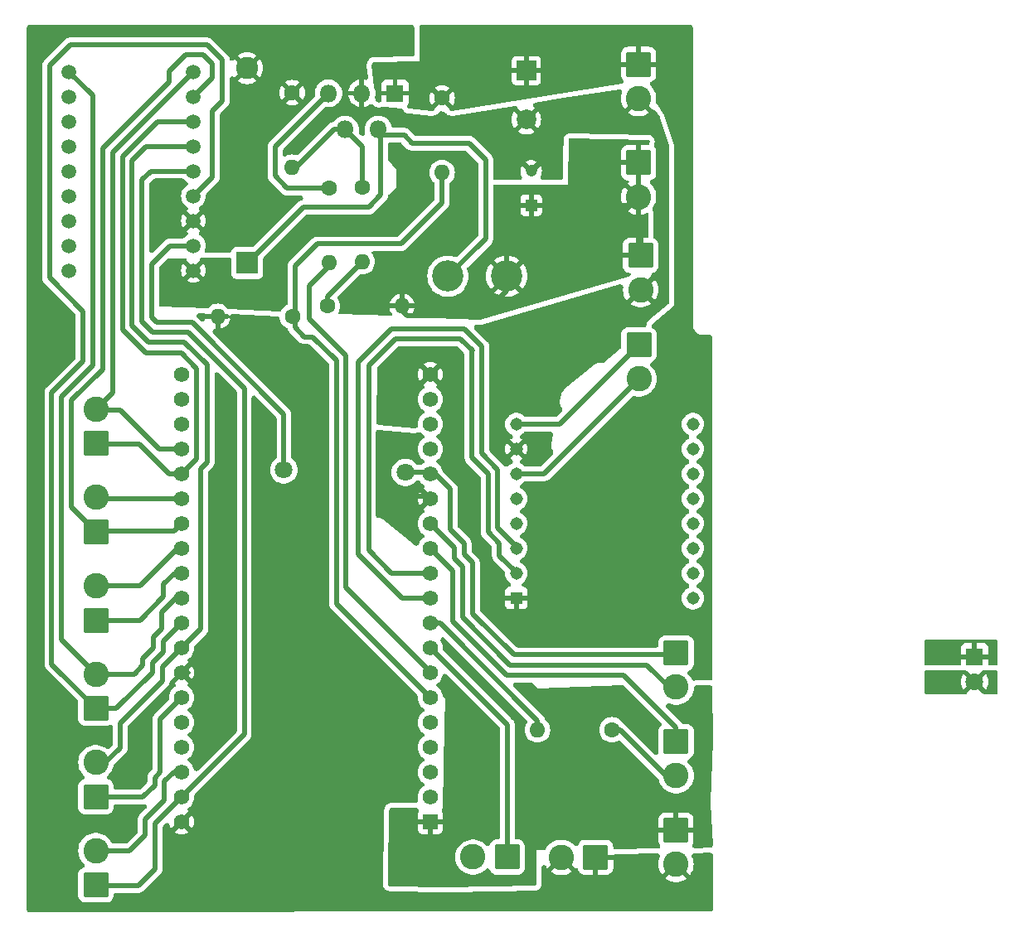
<source format=gbr>
%TF.GenerationSoftware,KiCad,Pcbnew,8.0.8*%
%TF.CreationDate,2025-04-07T11:11:10-04:00*%
%TF.ProjectId,PROTOTYPE,50524f54-4f54-4595-9045-2e6b69636164,rev?*%
%TF.SameCoordinates,Original*%
%TF.FileFunction,Copper,L2,Bot*%
%TF.FilePolarity,Positive*%
%FSLAX46Y46*%
G04 Gerber Fmt 4.6, Leading zero omitted, Abs format (unit mm)*
G04 Created by KiCad (PCBNEW 8.0.8) date 2025-04-07 11:11:10*
%MOMM*%
%LPD*%
G01*
G04 APERTURE LIST*
G04 Aperture macros list*
%AMRoundRect*
0 Rectangle with rounded corners*
0 $1 Rounding radius*
0 $2 $3 $4 $5 $6 $7 $8 $9 X,Y pos of 4 corners*
0 Add a 4 corners polygon primitive as box body*
4,1,4,$2,$3,$4,$5,$6,$7,$8,$9,$2,$3,0*
0 Add four circle primitives for the rounded corners*
1,1,$1+$1,$2,$3*
1,1,$1+$1,$4,$5*
1,1,$1+$1,$6,$7*
1,1,$1+$1,$8,$9*
0 Add four rect primitives between the rounded corners*
20,1,$1+$1,$2,$3,$4,$5,0*
20,1,$1+$1,$4,$5,$6,$7,0*
20,1,$1+$1,$6,$7,$8,$9,0*
20,1,$1+$1,$8,$9,$2,$3,0*%
G04 Aperture macros list end*
%TA.AperFunction,ComponentPad*%
%ADD10C,1.600000*%
%TD*%
%TA.AperFunction,ComponentPad*%
%ADD11O,1.600000X1.600000*%
%TD*%
%TA.AperFunction,ComponentPad*%
%ADD12RoundRect,0.250000X1.050000X-1.050000X1.050000X1.050000X-1.050000X1.050000X-1.050000X-1.050000X0*%
%TD*%
%TA.AperFunction,ComponentPad*%
%ADD13C,2.600000*%
%TD*%
%TA.AperFunction,ComponentPad*%
%ADD14RoundRect,0.250000X1.050000X1.050000X-1.050000X1.050000X-1.050000X-1.050000X1.050000X-1.050000X0*%
%TD*%
%TA.AperFunction,ComponentPad*%
%ADD15R,2.000000X2.000000*%
%TD*%
%TA.AperFunction,ComponentPad*%
%ADD16C,2.000000*%
%TD*%
%TA.AperFunction,ComponentPad*%
%ADD17R,1.308000X1.308000*%
%TD*%
%TA.AperFunction,ComponentPad*%
%ADD18C,1.308000*%
%TD*%
%TA.AperFunction,ComponentPad*%
%ADD19R,2.250000X2.250000*%
%TD*%
%TA.AperFunction,ComponentPad*%
%ADD20C,2.250000*%
%TD*%
%TA.AperFunction,ComponentPad*%
%ADD21R,1.200000X1.200000*%
%TD*%
%TA.AperFunction,ComponentPad*%
%ADD22C,1.200000*%
%TD*%
%TA.AperFunction,ComponentPad*%
%ADD23RoundRect,0.250000X-1.050000X1.050000X-1.050000X-1.050000X1.050000X-1.050000X1.050000X1.050000X0*%
%TD*%
%TA.AperFunction,ComponentPad*%
%ADD24C,3.200000*%
%TD*%
%TA.AperFunction,ComponentPad*%
%ADD25C,1.500000*%
%TD*%
%TA.AperFunction,ComponentPad*%
%ADD26R,1.800000X1.800000*%
%TD*%
%TA.AperFunction,ComponentPad*%
%ADD27C,1.800000*%
%TD*%
%TA.AperFunction,ComponentPad*%
%ADD28R,1.560000X1.560000*%
%TD*%
%TA.AperFunction,ComponentPad*%
%ADD29C,1.560000*%
%TD*%
%TA.AperFunction,ComponentPad*%
%ADD30O,1.800000X1.800000*%
%TD*%
%TA.AperFunction,ViaPad*%
%ADD31C,1.800000*%
%TD*%
%TA.AperFunction,Conductor*%
%ADD32C,0.500000*%
%TD*%
G04 APERTURE END LIST*
D10*
%TO.P,R7,1*%
%TO.N,GNDREF*%
X73600000Y-45740000D03*
D11*
%TO.P,R7,2*%
%TO.N,Net-(U2-FB)*%
X73600000Y-53360000D03*
%TD*%
D12*
%TO.P,J3,1,Pin_1*%
%TO.N,Net-(EYESPI_18IN_BREAKOUT_BOARD1-SCK)*%
X53550000Y-108650000D03*
D13*
%TO.P,J3,2,Pin_2*%
%TO.N,Net-(EYESPI_18IN_BREAKOUT_BOARD1-SDCS)*%
X53550000Y-105150000D03*
%TD*%
D10*
%TO.P,R6,1*%
%TO.N,Net-(J8-Pin_2)*%
X106260000Y-110850000D03*
D11*
%TO.P,R6,2*%
%TO.N,Net-(U3-IO25)*%
X98640000Y-110850000D03*
%TD*%
D10*
%TO.P,R3,1*%
%TO.N,Net-(U2-~{ON}{slash}OFF)*%
X77400000Y-55490000D03*
D11*
%TO.P,R3,2*%
%TO.N,Net-(U3-IO32)*%
X77400000Y-63110000D03*
%TD*%
D14*
%TO.P,J14,1,Pin_1*%
%TO.N,GNDREF*%
X104575000Y-123882500D03*
D13*
%TO.P,J14,2,Pin_2*%
X101075000Y-123882500D03*
%TD*%
D12*
%TO.P,J4,1,Pin_1*%
%TO.N,Net-(J4-Pin_1)*%
X53550000Y-99650000D03*
D13*
%TO.P,J4,2,Pin_2*%
%TO.N,Net-(J4-Pin_2)*%
X53550000Y-96150000D03*
%TD*%
D15*
%TO.P,C1,1*%
%TO.N,+6V*%
X97500000Y-43500000D03*
D16*
%TO.P,C1,2*%
%TO.N,GNDREF*%
X97500000Y-48500000D03*
%TD*%
D10*
%TO.P,R2-1,1*%
%TO.N,Net-(U2-FB)*%
X80750000Y-55390000D03*
D11*
%TO.P,R2-1,2*%
%TO.N,Net-(R2-1-Pad2)*%
X80750000Y-63010000D03*
%TD*%
D12*
%TO.P,J5,1,Pin_1*%
%TO.N,Net-(EYESPI_18IN_BREAKOUT_BOARD1-RST)*%
X53550000Y-90600000D03*
D13*
%TO.P,J5,2,Pin_2*%
%TO.N,Net-(J5-Pin_2)*%
X53550000Y-87100000D03*
%TD*%
D14*
%TO.P,J7,1,Pin_1*%
%TO.N,Net-(J7-Pin_1)*%
X95550000Y-123857500D03*
D13*
%TO.P,J7,2,Pin_2*%
%TO.N,unconnected-(J7-Pin_2-Pad2)*%
X92050000Y-123857500D03*
%TD*%
D17*
%TO.P,U1,1,VCC*%
%TO.N,+6V*%
X96483000Y-97390000D03*
D18*
%TO.P,U1,2,RX*%
%TO.N,Net-(U1-RX)*%
X96483000Y-94850000D03*
%TO.P,U1,3,TX*%
%TO.N,Net-(U1-TX)*%
X96483000Y-92310000D03*
%TO.P,U1,4,DAC_R*%
%TO.N,unconnected-(U1-DAC_R-Pad4)*%
X96483000Y-89770000D03*
%TO.P,U1,5,DAC_L*%
%TO.N,unconnected-(U1-DAC_L-Pad5)*%
X96483000Y-87230000D03*
%TO.P,U1,6,SPK1*%
%TO.N,Net-(J15-Pin_2)*%
X96483000Y-84690000D03*
%TO.P,U1,7,GND*%
%TO.N,GNDREF*%
X96483000Y-82150000D03*
%TO.P,U1,8,SPK2*%
%TO.N,Net-(J15-Pin_1)*%
X96483000Y-79610000D03*
%TO.P,U1,9,IO1*%
%TO.N,unconnected-(U1-IO1-Pad9)*%
X114517000Y-79610000D03*
%TO.P,U1,10,GND__1*%
%TO.N,unconnected-(U1-GND__1-Pad10)*%
X114517000Y-82150000D03*
%TO.P,U1,11,IO2*%
%TO.N,unconnected-(U1-IO2-Pad11)*%
X114517000Y-84690000D03*
%TO.P,U1,12,ADKEY1*%
%TO.N,unconnected-(U1-ADKEY1-Pad12)*%
X114517000Y-87230000D03*
%TO.P,U1,13,ADKEY2*%
%TO.N,unconnected-(U1-ADKEY2-Pad13)*%
X114517000Y-89770000D03*
%TO.P,U1,14,USB+*%
%TO.N,unconnected-(U1-USB+-Pad14)*%
X114517000Y-92310000D03*
%TO.P,U1,15,USB-*%
%TO.N,unconnected-(U1-USB--Pad15)*%
X114517000Y-94850000D03*
%TO.P,U1,16,BUSY*%
%TO.N,unconnected-(U1-BUSY-Pad16)*%
X114517000Y-97390000D03*
%TD*%
D19*
%TO.P,D1,1,K*%
%TO.N,Net-(D1-K)*%
X69000000Y-63137500D03*
D20*
%TO.P,D1,2,A*%
%TO.N,GNDREF*%
X69000000Y-43237500D03*
%TD*%
D21*
%TO.P,C2,1*%
%TO.N,Net-(EYESPI_18IN_BREAKOUT_BOARD1-Vin)*%
X98000000Y-57250000D03*
D22*
%TO.P,C2,2*%
%TO.N,GNDREF*%
X98000000Y-53750000D03*
%TD*%
D23*
%TO.P,J16,1,Pin_1*%
%TO.N,+3.3V*%
X112782500Y-121100000D03*
D13*
%TO.P,J16,2,Pin_2*%
%TO.N,GNDREF*%
X112782500Y-124600000D03*
%TD*%
D24*
%TO.P,L1,1,1*%
%TO.N,Net-(EYESPI_18IN_BREAKOUT_BOARD1-Vin)*%
X95500000Y-64500000D03*
%TO.P,L1,2,2*%
%TO.N,Net-(D1-K)*%
X89500000Y-64500000D03*
%TD*%
D23*
%TO.P,J8,1,Pin_1*%
%TO.N,Net-(J8-Pin_1)*%
X112800000Y-112050000D03*
D13*
%TO.P,J8,2,Pin_2*%
%TO.N,Net-(J8-Pin_2)*%
X112800000Y-115550000D03*
%TD*%
D10*
%TO.P,R2,1*%
%TO.N,Net-(U3-IO35)*%
X73610000Y-68600000D03*
D11*
%TO.P,R2,2*%
%TO.N,GNDREF*%
X65990000Y-68600000D03*
%TD*%
D10*
%TO.P,R1,1*%
%TO.N,+6V*%
X88900000Y-46290000D03*
D11*
%TO.P,R1,2*%
%TO.N,Net-(U3-IO35)*%
X88900000Y-53910000D03*
%TD*%
D23*
%TO.P,J13,1,Pin_1*%
%TO.N,Net-(EYESPI_18IN_BREAKOUT_BOARD1-Vin)*%
X109175000Y-62375000D03*
D13*
%TO.P,J13,2,Pin_2*%
%TO.N,GNDREF*%
X109175000Y-65875000D03*
%TD*%
D25*
%TO.P,EYESPI_18IN_BREAKOUT_BOARD1,1,Vin*%
%TO.N,Net-(EYESPI_18IN_BREAKOUT_BOARD1-Vin)*%
X63500000Y-63920000D03*
%TO.P,EYESPI_18IN_BREAKOUT_BOARD1,2,Lite*%
%TO.N,Net-(EYESPI_18IN_BREAKOUT_BOARD1-Lite)*%
X63500000Y-61380000D03*
%TO.P,EYESPI_18IN_BREAKOUT_BOARD1,3,Gnd*%
%TO.N,GNDREF*%
X63500000Y-58840000D03*
%TO.P,EYESPI_18IN_BREAKOUT_BOARD1,4,SCK*%
%TO.N,Net-(EYESPI_18IN_BREAKOUT_BOARD1-SCK)*%
X63500000Y-56300000D03*
%TO.P,EYESPI_18IN_BREAKOUT_BOARD1,5,MOSI*%
%TO.N,Net-(EYESPI_18IN_BREAKOUT_BOARD1-MOSI)*%
X63500000Y-53760000D03*
%TO.P,EYESPI_18IN_BREAKOUT_BOARD1,6,MISO*%
%TO.N,Net-(EYESPI_18IN_BREAKOUT_BOARD1-MISO)*%
X63500000Y-51220000D03*
%TO.P,EYESPI_18IN_BREAKOUT_BOARD1,7,DC*%
%TO.N,Net-(EYESPI_18IN_BREAKOUT_BOARD1-DC)*%
X63500000Y-48680000D03*
%TO.P,EYESPI_18IN_BREAKOUT_BOARD1,8,RST*%
%TO.N,Net-(EYESPI_18IN_BREAKOUT_BOARD1-RST)*%
X63500000Y-46140000D03*
%TO.P,EYESPI_18IN_BREAKOUT_BOARD1,9,TCS*%
%TO.N,Net-(EYESPI_18IN_BREAKOUT_BOARD1-TCS)*%
X63500000Y-43600000D03*
%TO.P,EYESPI_18IN_BREAKOUT_BOARD1,10,SDCS*%
%TO.N,Net-(EYESPI_18IN_BREAKOUT_BOARD1-SDCS)*%
X50800000Y-43600000D03*
%TO.P,EYESPI_18IN_BREAKOUT_BOARD1,11,MEMCS*%
%TO.N,unconnected-(EYESPI_18IN_BREAKOUT_BOARD1-MEMCS-Pad11)*%
X50800000Y-46140000D03*
%TO.P,EYESPI_18IN_BREAKOUT_BOARD1,12,TSCS*%
%TO.N,unconnected-(EYESPI_18IN_BREAKOUT_BOARD1-TSCS-Pad12)*%
X50800000Y-48680000D03*
%TO.P,EYESPI_18IN_BREAKOUT_BOARD1,13,SCL*%
%TO.N,unconnected-(EYESPI_18IN_BREAKOUT_BOARD1-SCL-Pad13)*%
X50800000Y-51220000D03*
%TO.P,EYESPI_18IN_BREAKOUT_BOARD1,14,SDA*%
%TO.N,unconnected-(EYESPI_18IN_BREAKOUT_BOARD1-SDA-Pad14)*%
X50800000Y-53760000D03*
%TO.P,EYESPI_18IN_BREAKOUT_BOARD1,15,INT*%
%TO.N,unconnected-(EYESPI_18IN_BREAKOUT_BOARD1-INT-Pad15)*%
X50800000Y-56300000D03*
%TO.P,EYESPI_18IN_BREAKOUT_BOARD1,16,BUSY*%
%TO.N,unconnected-(EYESPI_18IN_BREAKOUT_BOARD1-BUSY-Pad16)*%
X50800000Y-58840000D03*
%TO.P,EYESPI_18IN_BREAKOUT_BOARD1,17,GP1*%
%TO.N,unconnected-(EYESPI_18IN_BREAKOUT_BOARD1-GP1-Pad17)*%
X50800000Y-61380000D03*
%TO.P,EYESPI_18IN_BREAKOUT_BOARD1,18,GP2*%
%TO.N,unconnected-(EYESPI_18IN_BREAKOUT_BOARD1-GP2-Pad18)*%
X50800000Y-63920000D03*
%TD*%
D26*
%TO.P,D2,1,K*%
%TO.N,unconnected-(D2-K-Pad1)*%
X143275000Y-103405000D03*
D27*
%TO.P,D2,2,A*%
%TO.N,unconnected-(D2-A-Pad2)*%
X143275000Y-105945000D03*
%TD*%
D28*
%TO.P,U3,J2-1,3V3*%
%TO.N,+3.3V*%
X87700000Y-120260000D03*
D29*
%TO.P,U3,J2-2,EN*%
%TO.N,unconnected-(U3-EN-PadJ2-2)*%
X87700000Y-117720000D03*
%TO.P,U3,J2-3,SENSOR_VP*%
%TO.N,unconnected-(U3-SENSOR_VP-PadJ2-3)*%
X87700000Y-115180000D03*
%TO.P,U3,J2-4,SENSOR_VN*%
%TO.N,unconnected-(U3-SENSOR_VN-PadJ2-4)*%
X87700000Y-112640000D03*
%TO.P,U3,J2-5,IO34*%
%TO.N,unconnected-(U3-IO34-PadJ2-5)*%
X87700000Y-110100000D03*
%TO.P,U3,J2-6,IO35*%
%TO.N,Net-(U3-IO35)*%
X87700000Y-107560000D03*
%TO.P,U3,J2-7,IO32*%
%TO.N,Net-(U3-IO32)*%
X87700000Y-105020000D03*
%TO.P,U3,J2-8,IO33*%
%TO.N,Net-(J7-Pin_1)*%
X87700000Y-102480000D03*
%TO.P,U3,J2-9,IO25*%
%TO.N,Net-(U3-IO25)*%
X87700000Y-99940000D03*
%TO.P,U3,J2-10,IO26*%
%TO.N,Net-(U1-TX)*%
X87700000Y-97400000D03*
%TO.P,U3,J2-11,IO27*%
%TO.N,Net-(U1-RX)*%
X87700000Y-94860000D03*
%TO.P,U3,J2-12,IO14*%
%TO.N,Net-(J8-Pin_1)*%
X87700000Y-92320000D03*
%TO.P,U3,J2-13,IO12*%
%TO.N,Net-(J10-Pin_2)*%
X87700000Y-89780000D03*
%TO.P,U3,J2-14,GND1*%
%TO.N,GNDREF*%
X87700000Y-87240000D03*
%TO.P,U3,J2-15,IO13*%
%TO.N,Net-(EYESPI_18IN_BREAKOUT_BOARD1-Lite)*%
X87700000Y-84700000D03*
%TO.P,U3,J2-16,SD2*%
%TO.N,unconnected-(U3-SD2-PadJ2-16)*%
X87700000Y-82160000D03*
%TO.P,U3,J2-17,SD3*%
%TO.N,unconnected-(U3-SD3-PadJ2-17)*%
X87700000Y-79620000D03*
%TO.P,U3,J2-18,CMD*%
%TO.N,unconnected-(U3-CMD-PadJ2-18)*%
X87700000Y-77080000D03*
%TO.P,U3,J2-19,EXT_5V*%
%TO.N,+6V*%
X87700000Y-74540000D03*
%TO.P,U3,J3-1,GND3*%
%TO.N,GNDREF*%
X62300000Y-120260000D03*
%TO.P,U3,J3-2,IO23*%
%TO.N,Net-(EYESPI_18IN_BREAKOUT_BOARD1-MOSI)*%
X62300000Y-117720000D03*
%TO.P,U3,J3-3,IO22*%
%TO.N,Net-(J1-Pin_2)*%
X62300000Y-115180000D03*
%TO.P,U3,J3-4,TXD0*%
%TO.N,unconnected-(U3-TXD0-PadJ3-4)*%
X62300000Y-112640000D03*
%TO.P,U3,J3-5,RXD0*%
%TO.N,unconnected-(U3-RXD0-PadJ3-5)*%
X62300000Y-110100000D03*
%TO.P,U3,J3-6,IO21*%
%TO.N,Net-(J2-Pin_1)*%
X62300000Y-107560000D03*
%TO.P,U3,J3-7,GND2*%
%TO.N,GNDREF*%
X62300000Y-105020000D03*
%TO.P,U3,J3-8,IO19*%
%TO.N,Net-(EYESPI_18IN_BREAKOUT_BOARD1-MISO)*%
X62300000Y-102480000D03*
%TO.P,U3,J3-9,IO18*%
%TO.N,Net-(EYESPI_18IN_BREAKOUT_BOARD1-SCK)*%
X62300000Y-99940000D03*
%TO.P,U3,J3-10,IO5*%
%TO.N,Net-(EYESPI_18IN_BREAKOUT_BOARD1-SDCS)*%
X62300000Y-97400000D03*
%TO.P,U3,J3-11,IO17*%
%TO.N,Net-(J4-Pin_1)*%
X62300000Y-94860000D03*
%TO.P,U3,J3-12,IO16*%
%TO.N,Net-(J4-Pin_2)*%
X62300000Y-92320000D03*
%TO.P,U3,J3-13,IO4*%
%TO.N,Net-(EYESPI_18IN_BREAKOUT_BOARD1-RST)*%
X62300000Y-89780000D03*
%TO.P,U3,J3-14,IO0*%
%TO.N,Net-(J5-Pin_2)*%
X62300000Y-87240000D03*
%TO.P,U3,J3-15,IO2*%
%TO.N,Net-(EYESPI_18IN_BREAKOUT_BOARD1-DC)*%
X62300000Y-84700000D03*
%TO.P,U3,J3-16,IO15*%
%TO.N,Net-(EYESPI_18IN_BREAKOUT_BOARD1-TCS)*%
X62300000Y-82160000D03*
%TO.P,U3,J3-17,SD1*%
%TO.N,unconnected-(U3-SD1-PadJ3-17)*%
X62300000Y-79620000D03*
%TO.P,U3,J3-18,SD0*%
%TO.N,unconnected-(U3-SD0-PadJ3-18)*%
X62300000Y-77080000D03*
%TO.P,U3,J3-19,CLK*%
%TO.N,unconnected-(U3-CLK-PadJ3-19)*%
X62300000Y-74540000D03*
%TD*%
D23*
%TO.P,J10,1,Pin_1*%
%TO.N,Net-(EYESPI_18IN_BREAKOUT_BOARD1-Lite)*%
X112800000Y-103000000D03*
D13*
%TO.P,J10,2,Pin_2*%
%TO.N,Net-(J10-Pin_2)*%
X112800000Y-106500000D03*
%TD*%
D10*
%TO.P,R2-2,1*%
%TO.N,Net-(R2-1-Pad2)*%
X77200000Y-67550000D03*
D11*
%TO.P,R2-2,2*%
%TO.N,Net-(EYESPI_18IN_BREAKOUT_BOARD1-Vin)*%
X84820000Y-67550000D03*
%TD*%
D23*
%TO.P,J12,1,Pin_1*%
%TO.N,Net-(EYESPI_18IN_BREAKOUT_BOARD1-Vin)*%
X108965000Y-52900000D03*
D13*
%TO.P,J12,2,Pin_2*%
X108965000Y-56400000D03*
%TD*%
D12*
%TO.P,J6,1,Pin_1*%
%TO.N,Net-(EYESPI_18IN_BREAKOUT_BOARD1-DC)*%
X53550000Y-81600000D03*
D13*
%TO.P,J6,2,Pin_2*%
%TO.N,Net-(EYESPI_18IN_BREAKOUT_BOARD1-TCS)*%
X53550000Y-78100000D03*
%TD*%
D23*
%TO.P,J15,1,Pin_1*%
%TO.N,Net-(J15-Pin_1)*%
X109000000Y-71500000D03*
D13*
%TO.P,J15,2,Pin_2*%
%TO.N,Net-(J15-Pin_2)*%
X109000000Y-75000000D03*
%TD*%
D26*
%TO.P,U2,1,VIN*%
%TO.N,+6V*%
X84100000Y-45800000D03*
D30*
%TO.P,U2,2,OUT*%
%TO.N,Net-(D1-K)*%
X82400000Y-49500000D03*
%TO.P,U2,3,GND*%
%TO.N,GNDREF*%
X80700000Y-45800000D03*
%TO.P,U2,4,FB*%
%TO.N,Net-(U2-FB)*%
X79000000Y-49500000D03*
%TO.P,U2,5,~{ON}/OFF*%
%TO.N,Net-(U2-~{ON}{slash}OFF)*%
X77300000Y-45800000D03*
%TD*%
D12*
%TO.P,J1,1,Pin_1*%
%TO.N,Net-(EYESPI_18IN_BREAKOUT_BOARD1-MOSI)*%
X53550000Y-126700000D03*
D13*
%TO.P,J1,2,Pin_2*%
%TO.N,Net-(J1-Pin_2)*%
X53550000Y-123200000D03*
%TD*%
D23*
%TO.P,J11,1,Pin_1*%
%TO.N,+6V*%
X108965000Y-42850000D03*
D13*
%TO.P,J11,2,Pin_2*%
%TO.N,GNDREF*%
X108965000Y-46350000D03*
%TD*%
D12*
%TO.P,J2,1,Pin_1*%
%TO.N,Net-(J2-Pin_1)*%
X53550000Y-117700000D03*
D13*
%TO.P,J2,2,Pin_2*%
%TO.N,Net-(EYESPI_18IN_BREAKOUT_BOARD1-MISO)*%
X53550000Y-114200000D03*
%TD*%
D31*
%TO.N,GNDREF*%
X85000000Y-87000000D03*
X72700000Y-87000000D03*
X65900000Y-87050000D03*
%TO.N,unconnected-(D2-K-Pad1)*%
X139525000Y-102975000D03*
%TO.N,Net-(EYESPI_18IN_BREAKOUT_BOARD1-Lite)*%
X85150000Y-84550000D03*
X72750000Y-84300000D03*
%TO.N,unconnected-(D2-A-Pad2)*%
X139525000Y-105925000D03*
%TD*%
D32*
%TO.N,GNDREF*%
X62980000Y-105020000D02*
X62300000Y-105020000D01*
X85000000Y-87000000D02*
X87460000Y-87000000D01*
%TO.N,Net-(EYESPI_18IN_BREAKOUT_BOARD1-Vin)*%
X95500000Y-66000000D02*
X95500000Y-64500000D01*
X84210000Y-67400000D02*
X85310000Y-68500000D01*
X95500000Y-64500000D02*
X95500000Y-62000000D01*
X93000000Y-68500000D02*
X95500000Y-66000000D01*
X95500000Y-62000000D02*
X98000000Y-59500000D01*
X108965000Y-52900000D02*
X108965000Y-62165000D01*
X98000000Y-59500000D02*
X98000000Y-57250000D01*
X108115000Y-57250000D02*
X108965000Y-56400000D01*
X98000000Y-57250000D02*
X108115000Y-57250000D01*
X85310000Y-68500000D02*
X93000000Y-68500000D01*
%TO.N,Net-(D1-K)*%
X74750000Y-57450000D02*
X81400000Y-57450000D01*
X83000000Y-50100000D02*
X82400000Y-49500000D01*
X69150000Y-63287500D02*
X69000000Y-63137500D01*
X82650000Y-49800000D02*
X82400000Y-49550000D01*
X85050000Y-50100000D02*
X83000000Y-50100000D01*
X69000000Y-63137500D02*
X69062500Y-63137500D01*
X81400000Y-57450000D02*
X82650000Y-56200000D01*
X91650000Y-50900000D02*
X85850000Y-50900000D01*
X93350000Y-60650000D02*
X93350000Y-52600000D01*
X82650000Y-56200000D02*
X82650000Y-49800000D01*
X93350000Y-52600000D02*
X91650000Y-50900000D01*
X85850000Y-50900000D02*
X85050000Y-50100000D01*
X69062500Y-63137500D02*
X74750000Y-57450000D01*
X89500000Y-64500000D02*
X93350000Y-60650000D01*
%TO.N,Net-(EYESPI_18IN_BREAKOUT_BOARD1-MOSI)*%
X53550000Y-126700000D02*
X53600000Y-126750000D01*
X53600000Y-126750000D02*
X57900000Y-126750000D01*
X68700000Y-111320000D02*
X62300000Y-117720000D01*
X59600000Y-120420000D02*
X62300000Y-117720000D01*
X68700000Y-75947825D02*
X68700000Y-111320000D01*
X58250000Y-69121572D02*
X59364213Y-70235785D01*
X59364213Y-70235785D02*
X62987960Y-70235785D01*
X58250000Y-54664214D02*
X58250000Y-69121572D01*
X59154214Y-53760000D02*
X58250000Y-54664214D01*
X59600000Y-125050000D02*
X59600000Y-120420000D01*
X63500000Y-53760000D02*
X59154214Y-53760000D01*
X57900000Y-126750000D02*
X59600000Y-125050000D01*
X62987960Y-70235785D02*
X68700000Y-75947825D01*
%TO.N,Net-(J1-Pin_2)*%
X56950000Y-123250000D02*
X58600000Y-121600000D01*
X53600000Y-123250000D02*
X56950000Y-123250000D01*
X53550000Y-123200000D02*
X53600000Y-123250000D01*
X58599999Y-120005787D02*
X60550000Y-118055786D01*
X58599999Y-120834213D02*
X58599999Y-120005787D01*
X60550000Y-116150000D02*
X61520000Y-115180000D01*
X61520000Y-115180000D02*
X62300000Y-115180000D01*
X60550000Y-118055786D02*
X60550000Y-116150000D01*
X58600000Y-121600000D02*
X58599999Y-120834213D01*
%TO.N,Net-(J2-Pin_1)*%
X60100000Y-115185786D02*
X60100000Y-109760000D01*
X59549999Y-115735787D02*
X60100000Y-115185786D01*
X58350000Y-117700000D02*
X59549999Y-116500001D01*
X53550000Y-117700000D02*
X58350000Y-117700000D01*
X60100000Y-109760000D02*
X62300000Y-107560000D01*
X59549999Y-116500001D02*
X59549999Y-115735787D01*
%TO.N,Net-(EYESPI_18IN_BREAKOUT_BOARD1-SDCS)*%
X59450000Y-102501572D02*
X59450000Y-101375786D01*
X53600000Y-105200000D02*
X57450000Y-105200000D01*
X53250000Y-46050000D02*
X53250000Y-73585786D01*
X58349998Y-103601574D02*
X59450000Y-102501572D01*
X53550000Y-105150000D02*
X53600000Y-105200000D01*
X57450000Y-105200000D02*
X58349998Y-104300002D01*
X50049999Y-101649999D02*
X53550000Y-105150000D01*
X50049999Y-76785787D02*
X50049999Y-101649999D01*
X59450000Y-101375786D02*
X60300000Y-100525786D01*
X61750000Y-97400000D02*
X62300000Y-97400000D01*
X53250000Y-73585786D02*
X50049999Y-76785787D01*
X50800000Y-43600000D02*
X53250000Y-46050000D01*
X60300000Y-98850000D02*
X61750000Y-97400000D01*
X60300000Y-100525786D02*
X60300000Y-98850000D01*
X58349998Y-104300002D02*
X58349998Y-103601574D01*
%TO.N,Net-(EYESPI_18IN_BREAKOUT_BOARD1-SCK)*%
X52250000Y-68125000D02*
X52250000Y-73171572D01*
X60450000Y-101790000D02*
X62300000Y-99940000D01*
X49049998Y-104149998D02*
X53550000Y-108650000D01*
X53550000Y-108650000D02*
X53600000Y-108700000D01*
X63500000Y-56300000D02*
X65450000Y-54350000D01*
X48800000Y-43000000D02*
X48800000Y-64675000D01*
X64900000Y-40850000D02*
X50950000Y-40850000D01*
X66450000Y-42400000D02*
X64900000Y-40850000D01*
X52250000Y-73171572D02*
X49049998Y-76371574D01*
X65450000Y-47600000D02*
X66450000Y-46600000D01*
X65450000Y-54350000D02*
X65450000Y-47600000D01*
X59349999Y-105000001D02*
X59349999Y-104015787D01*
X53600000Y-108700000D02*
X55650000Y-108700000D01*
X48800000Y-64675000D02*
X52250000Y-68125000D01*
X49049998Y-76371574D02*
X49049998Y-104149998D01*
X59349999Y-104015787D02*
X60450000Y-102915786D01*
X66450000Y-46600000D02*
X66450000Y-42400000D01*
X55650000Y-108700000D02*
X59349999Y-105000001D01*
X60450000Y-102915786D02*
X60450000Y-101790000D01*
X50950000Y-40850000D02*
X48800000Y-43000000D01*
%TO.N,Net-(J4-Pin_1)*%
X61590000Y-94860000D02*
X62300000Y-94860000D01*
X58050000Y-99650000D02*
X60450000Y-97250000D01*
X60450000Y-97250000D02*
X60450000Y-96000000D01*
X53550000Y-99650000D02*
X58050000Y-99650000D01*
X60450000Y-96000000D02*
X61590000Y-94860000D01*
%TO.N,Net-(J4-Pin_2)*%
X58090000Y-96150000D02*
X61920000Y-92320000D01*
X61920000Y-92320000D02*
X62300000Y-92320000D01*
X53550000Y-96150000D02*
X58090000Y-96150000D01*
%TO.N,Net-(J5-Pin_2)*%
X61760000Y-87240000D02*
X62300000Y-87240000D01*
X53690000Y-87240000D02*
X62300000Y-87240000D01*
X53550000Y-87100000D02*
X53690000Y-87240000D01*
%TO.N,Net-(EYESPI_18IN_BREAKOUT_BOARD1-RST)*%
X63500000Y-46140000D02*
X63510000Y-46140000D01*
X51050000Y-77200000D02*
X51050000Y-88100000D01*
X63510000Y-46140000D02*
X65450000Y-44200000D01*
X51050000Y-88100000D02*
X53550000Y-90600000D01*
X65450000Y-44200000D02*
X65450000Y-42814214D01*
X65450000Y-42814214D02*
X64485786Y-41850000D01*
X62300000Y-89780000D02*
X61530000Y-90550000D01*
X54250000Y-74000000D02*
X51050000Y-77200000D01*
X64485786Y-41850000D02*
X62700000Y-41850000D01*
X61530000Y-90550000D02*
X53600000Y-90550000D01*
X61000000Y-44685786D02*
X54250000Y-51435786D01*
X61000000Y-43550000D02*
X61000000Y-44685786D01*
X54250000Y-51435786D02*
X54250000Y-74000000D01*
X53600000Y-90550000D02*
X53550000Y-90600000D01*
X62700000Y-41850000D02*
X61000000Y-43550000D01*
%TO.N,Net-(EYESPI_18IN_BREAKOUT_BOARD1-TCS)*%
X53600000Y-78150000D02*
X56000000Y-78150000D01*
X56000000Y-78150000D02*
X60010000Y-82160000D01*
X60010000Y-82160000D02*
X62300000Y-82160000D01*
X53550000Y-78100000D02*
X53600000Y-78150000D01*
X55250000Y-51850000D02*
X55250000Y-76400000D01*
X63500000Y-43600000D02*
X55250000Y-51850000D01*
X55250000Y-76400000D02*
X53550000Y-78100000D01*
%TO.N,Net-(J8-Pin_1)*%
X90000000Y-94620000D02*
X87700000Y-92320000D01*
X95450000Y-105250000D02*
X90000000Y-99800000D01*
X107450000Y-105250000D02*
X95450000Y-105250000D01*
X112800000Y-110600000D02*
X107450000Y-105250000D01*
X112800000Y-112050000D02*
X112800000Y-110600000D01*
X90000000Y-99800000D02*
X90000000Y-94620000D01*
%TO.N,Net-(J8-Pin_2)*%
X107050000Y-110850000D02*
X106260000Y-110850000D01*
X112800000Y-115550000D02*
X111750000Y-115550000D01*
X111750000Y-115550000D02*
X107050000Y-110850000D01*
%TO.N,Net-(EYESPI_18IN_BREAKOUT_BOARD1-DC)*%
X62273747Y-72350000D02*
X63850000Y-73926253D01*
X63500000Y-48680000D02*
X59834214Y-48680000D01*
X58650000Y-72350000D02*
X62273747Y-72350000D01*
X59834214Y-48680000D02*
X56250000Y-52264214D01*
X53550000Y-81600000D02*
X53600000Y-81650000D01*
X56250000Y-52264214D02*
X56250000Y-69950000D01*
X61050000Y-84700000D02*
X62300000Y-84700000D01*
X56250000Y-69950000D02*
X58650000Y-72350000D01*
X53600000Y-81650000D02*
X58000000Y-81650000D01*
X63850000Y-73926253D02*
X63850000Y-83150000D01*
X63850000Y-83150000D02*
X62300000Y-84700000D01*
X58000000Y-81650000D02*
X61050000Y-84700000D01*
%TO.N,Net-(EYESPI_18IN_BREAKOUT_BOARD1-Lite)*%
X89750000Y-90415786D02*
X89750000Y-86250000D01*
X87550000Y-84550000D02*
X87700000Y-84700000D01*
X59250000Y-68707358D02*
X59250000Y-63275000D01*
X96228428Y-103200000D02*
X92000000Y-98971572D01*
X61145000Y-61380000D02*
X63500000Y-61380000D01*
X91150000Y-92941572D02*
X91150000Y-91815786D01*
X89750000Y-86250000D02*
X88200000Y-84700000D01*
X85150000Y-84550000D02*
X87550000Y-84550000D01*
X63402174Y-69235785D02*
X59778427Y-69235785D01*
X59250000Y-63275000D02*
X61145000Y-61380000D01*
X59778427Y-69235785D02*
X59250000Y-68707358D01*
X92000000Y-93791572D02*
X91150000Y-92941572D01*
X72750000Y-84300000D02*
X72750000Y-78583611D01*
X72750000Y-78583611D02*
X63402174Y-69235785D01*
X92000000Y-98971572D02*
X92000000Y-93791572D01*
X112600000Y-103200000D02*
X96228428Y-103200000D01*
X112800000Y-103000000D02*
X112600000Y-103200000D01*
X91150000Y-91815786D02*
X89750000Y-90415786D01*
%TO.N,Net-(J15-Pin_2)*%
X99310000Y-84690000D02*
X96483000Y-84690000D01*
X109000000Y-75000000D02*
X99310000Y-84690000D01*
%TO.N,Net-(J15-Pin_1)*%
X100890000Y-79610000D02*
X96483000Y-79610000D01*
X109000000Y-71500000D02*
X100890000Y-79610000D01*
%TO.N,+3.3V*%
X87840000Y-120400000D02*
X87700000Y-120260000D01*
%TO.N,Net-(U3-IO35)*%
X76150000Y-61200000D02*
X84700000Y-61200000D01*
X73900000Y-63450000D02*
X76150000Y-61200000D01*
X84700000Y-61200000D02*
X88900000Y-57000000D01*
X73900000Y-69740000D02*
X73900000Y-63450000D01*
X87700000Y-107560000D02*
X78100000Y-97960000D01*
X75700000Y-70700000D02*
X74860000Y-70700000D01*
X74860000Y-70700000D02*
X73900000Y-69740000D01*
X78100000Y-73100000D02*
X75700000Y-70700000D01*
X88900000Y-57000000D02*
X88900000Y-53910000D01*
X78100000Y-97960000D02*
X78100000Y-73100000D01*
%TO.N,Net-(U2-FB)*%
X80750000Y-51250000D02*
X79000000Y-49500000D01*
X73600000Y-53360000D02*
X73990000Y-53360000D01*
X80750000Y-55390000D02*
X80750000Y-51250000D01*
X77850000Y-49500000D02*
X79000000Y-49500000D01*
X73990000Y-53360000D02*
X77850000Y-49500000D01*
%TO.N,Net-(R2-1-Pad2)*%
X77200000Y-66560000D02*
X80750000Y-63010000D01*
X76740000Y-67550000D02*
X77200000Y-67550000D01*
X77200000Y-67550000D02*
X77200000Y-66560000D01*
%TO.N,Net-(U2-~{ON}{slash}OFF)*%
X71850000Y-54250000D02*
X71850000Y-51250000D01*
X71850000Y-51250000D02*
X77300000Y-45800000D01*
X73090000Y-55490000D02*
X71850000Y-54250000D01*
X77400000Y-55490000D02*
X73090000Y-55490000D01*
%TO.N,Net-(U3-IO32)*%
X75350000Y-68850000D02*
X79100000Y-72600000D01*
X75350000Y-65500000D02*
X75350000Y-68850000D01*
X77400000Y-63110000D02*
X77400000Y-63450000D01*
X77400000Y-63450000D02*
X75350000Y-65500000D01*
X79100000Y-72600000D02*
X79100000Y-96300000D01*
X79100000Y-96300000D02*
X87700000Y-104900000D01*
%TO.N,Net-(U3-IO25)*%
X98640000Y-110850000D02*
X98640000Y-109890000D01*
X88690000Y-99940000D02*
X87700000Y-99940000D01*
X98640000Y-109890000D02*
X88690000Y-99940000D01*
%TO.N,Net-(U1-TX)*%
X91200000Y-69900000D02*
X92992894Y-71692894D01*
X92992894Y-71692894D02*
X92992894Y-82557106D01*
X96483000Y-92133000D02*
X96483000Y-92310000D01*
X80300000Y-92900000D02*
X80300000Y-73300000D01*
X87700000Y-97400000D02*
X84800000Y-97400000D01*
X92950000Y-82600000D02*
X94600000Y-84250000D01*
X96483000Y-92118786D02*
X96483000Y-92310000D01*
X80300000Y-73300000D02*
X83700000Y-69900000D01*
X94600000Y-84250000D02*
X94600000Y-90235786D01*
X84800000Y-97400000D02*
X80300000Y-92900000D01*
X92992894Y-82557106D02*
X92950000Y-82600000D01*
X83700000Y-69900000D02*
X91200000Y-69900000D01*
X94600000Y-90235786D02*
X96483000Y-92118786D01*
%TO.N,Net-(U1-RX)*%
X84114214Y-70900000D02*
X81400000Y-73614214D01*
X94750000Y-93050000D02*
X94750000Y-91800000D01*
X93600000Y-90650000D02*
X93600000Y-84700000D01*
X81400000Y-92500000D02*
X83760000Y-94860000D01*
X91992893Y-72107107D02*
X90785786Y-70900000D01*
X94750000Y-91800000D02*
X93600000Y-90650000D01*
X90785786Y-70900000D02*
X84114214Y-70900000D01*
X91950000Y-72150000D02*
X91992893Y-72107107D01*
X93600000Y-84700000D02*
X91950000Y-83050000D01*
X81400000Y-73614214D02*
X81400000Y-92500000D01*
X96414000Y-94714000D02*
X94750000Y-93050000D01*
X83760000Y-94860000D02*
X87700000Y-94860000D01*
X91950000Y-83050000D02*
X91950000Y-72150000D01*
%TO.N,Net-(J10-Pin_2)*%
X90150000Y-93355786D02*
X90150000Y-92230000D01*
X95864214Y-104250000D02*
X91000000Y-99385786D01*
X91000000Y-99385786D02*
X91000000Y-94205786D01*
X109800000Y-104250000D02*
X95864214Y-104250000D01*
X90150000Y-92230000D02*
X87700000Y-89780000D01*
X112050000Y-106500000D02*
X109800000Y-104250000D01*
X91000000Y-94205786D02*
X90150000Y-93355786D01*
X112800000Y-106500000D02*
X112050000Y-106500000D01*
%TO.N,Net-(J7-Pin_1)*%
X95550000Y-110330000D02*
X95550000Y-123857500D01*
X87700000Y-102480000D02*
X95550000Y-110330000D01*
%TO.N,Net-(EYESPI_18IN_BREAKOUT_BOARD1-MISO)*%
X64250000Y-100530000D02*
X62300000Y-102480000D01*
X54550000Y-114200000D02*
X56050000Y-112700000D01*
X58628428Y-51300000D02*
X57250000Y-52678428D01*
X64900000Y-73562039D02*
X64900000Y-83514214D01*
X63420000Y-51300000D02*
X58628428Y-51300000D01*
X53550000Y-114200000D02*
X54550000Y-114200000D01*
X57250000Y-69535786D02*
X58949999Y-71235785D01*
X56050000Y-112700000D02*
X56050000Y-110150000D01*
X60350000Y-104430000D02*
X62300000Y-102480000D01*
X57250000Y-52678428D02*
X57250000Y-69535786D01*
X62573746Y-71235785D02*
X64900000Y-73562039D01*
X63500000Y-51220000D02*
X63420000Y-51300000D01*
X56050000Y-110150000D02*
X60350000Y-105850000D01*
X64900000Y-83514214D02*
X64250000Y-84164214D01*
X64250000Y-84164214D02*
X64250000Y-100530000D01*
X60350000Y-105850000D02*
X60350000Y-104430000D01*
X58949999Y-71235785D02*
X62573746Y-71235785D01*
%TD*%
%TA.AperFunction,Conductor*%
%TO.N,Net-(EYESPI_18IN_BREAKOUT_BOARD1-Vin)*%
G36*
X109976418Y-50547766D02*
G01*
X110043089Y-50568659D01*
X110087883Y-50622281D01*
X110098162Y-50673590D01*
X110093637Y-50977844D01*
X110072958Y-51044583D01*
X110019479Y-51089548D01*
X109969651Y-51100000D01*
X109215000Y-51100000D01*
X109215000Y-52299998D01*
X109154598Y-52274979D01*
X109029019Y-52250000D01*
X108900981Y-52250000D01*
X108775402Y-52274979D01*
X108715000Y-52299998D01*
X108715000Y-51100000D01*
X107865028Y-51100000D01*
X107865012Y-51100001D01*
X107762302Y-51110494D01*
X107595880Y-51165641D01*
X107595875Y-51165643D01*
X107446654Y-51257684D01*
X107322684Y-51381654D01*
X107230643Y-51530875D01*
X107230641Y-51530880D01*
X107175494Y-51697302D01*
X107175493Y-51697309D01*
X107165000Y-51800013D01*
X107165000Y-52650000D01*
X108364999Y-52650000D01*
X108339979Y-52710402D01*
X108315000Y-52835981D01*
X108315000Y-52964019D01*
X108339979Y-53089598D01*
X108364999Y-53150000D01*
X107165001Y-53150000D01*
X107165001Y-53999986D01*
X107175494Y-54102697D01*
X107230641Y-54269119D01*
X107230643Y-54269124D01*
X107322684Y-54418345D01*
X107446654Y-54542315D01*
X107595875Y-54634356D01*
X107595880Y-54634358D01*
X107762302Y-54689505D01*
X107762309Y-54689506D01*
X107865003Y-54699998D01*
X107867440Y-54700122D01*
X107867946Y-54700298D01*
X107868162Y-54700321D01*
X107868156Y-54700372D01*
X107933395Y-54723181D01*
X107976414Y-54778237D01*
X107982838Y-54847811D01*
X107950628Y-54909813D01*
X107931005Y-54926416D01*
X107879848Y-54961294D01*
X108717512Y-55798958D01*
X108657110Y-55823978D01*
X108550649Y-55895112D01*
X108460112Y-55985649D01*
X108388978Y-56092110D01*
X108363958Y-56152512D01*
X107527294Y-55315848D01*
X107473602Y-55383177D01*
X107338709Y-55616818D01*
X107240148Y-55867947D01*
X107240142Y-55867966D01*
X107180113Y-56130971D01*
X107180113Y-56130973D01*
X107159953Y-56399995D01*
X107159953Y-56400004D01*
X107180113Y-56669026D01*
X107180113Y-56669028D01*
X107240142Y-56932033D01*
X107240148Y-56932052D01*
X107338709Y-57183181D01*
X107338708Y-57183181D01*
X107473600Y-57416818D01*
X107527294Y-57484150D01*
X107527295Y-57484150D01*
X108363958Y-56647487D01*
X108388978Y-56707890D01*
X108460112Y-56814351D01*
X108550649Y-56904888D01*
X108657110Y-56976022D01*
X108717510Y-57001041D01*
X107879848Y-57838703D01*
X108062476Y-57963216D01*
X108062485Y-57963221D01*
X108305539Y-58080269D01*
X108305537Y-58080269D01*
X108563337Y-58159790D01*
X108563343Y-58159792D01*
X108830101Y-58199999D01*
X108830110Y-58200000D01*
X109099890Y-58200000D01*
X109099898Y-58199999D01*
X109366656Y-58159792D01*
X109366662Y-58159790D01*
X109624458Y-58080270D01*
X109809876Y-57990978D01*
X109878818Y-57979626D01*
X109942952Y-58007348D01*
X109981918Y-58065344D01*
X109987664Y-58104542D01*
X109952745Y-60452844D01*
X109932066Y-60519583D01*
X109878588Y-60564548D01*
X109828759Y-60575000D01*
X109425000Y-60575000D01*
X109425000Y-61774998D01*
X109364598Y-61749979D01*
X109239019Y-61725000D01*
X109110981Y-61725000D01*
X108985402Y-61749979D01*
X108925000Y-61774998D01*
X108925000Y-60575000D01*
X108075028Y-60575000D01*
X108075012Y-60575001D01*
X107972302Y-60585494D01*
X107805880Y-60640641D01*
X107805875Y-60640643D01*
X107656654Y-60732684D01*
X107532684Y-60856654D01*
X107440643Y-61005875D01*
X107440641Y-61005880D01*
X107385494Y-61172302D01*
X107385493Y-61172309D01*
X107375000Y-61275013D01*
X107375000Y-62125000D01*
X108574999Y-62125000D01*
X108549979Y-62185402D01*
X108525000Y-62310981D01*
X108525000Y-62439019D01*
X108549979Y-62564598D01*
X108574999Y-62625000D01*
X107375001Y-62625000D01*
X107375001Y-63474986D01*
X107385494Y-63577697D01*
X107440641Y-63744119D01*
X107440643Y-63744124D01*
X107532684Y-63893345D01*
X107656654Y-64017315D01*
X107805875Y-64109356D01*
X107805880Y-64109358D01*
X107972302Y-64164505D01*
X107972309Y-64164506D01*
X108075005Y-64174998D01*
X108076612Y-64175080D01*
X108076946Y-64175196D01*
X108078162Y-64175321D01*
X108078132Y-64175611D01*
X108142568Y-64198136D01*
X108185588Y-64253191D01*
X108192015Y-64322764D01*
X108159807Y-64384768D01*
X108140182Y-64401374D01*
X108049256Y-64463367D01*
X107957468Y-64548533D01*
X107907606Y-64576744D01*
X92819449Y-68944369D01*
X92779769Y-68949150D01*
X85844515Y-68658015D01*
X85778360Y-68635536D01*
X85734860Y-68580859D01*
X85727826Y-68511345D01*
X85759491Y-68449062D01*
X85762035Y-68446443D01*
X85819657Y-68388820D01*
X85950134Y-68202482D01*
X86046265Y-67996326D01*
X86046269Y-67996317D01*
X86098872Y-67800000D01*
X85135686Y-67800000D01*
X85140080Y-67795606D01*
X85192741Y-67704394D01*
X85220000Y-67602661D01*
X85220000Y-67497339D01*
X85192741Y-67395606D01*
X85140080Y-67304394D01*
X85135686Y-67300000D01*
X86098872Y-67300000D01*
X86098872Y-67299999D01*
X86046269Y-67103682D01*
X86046265Y-67103673D01*
X85950134Y-66897517D01*
X85819657Y-66711179D01*
X85658820Y-66550342D01*
X85472482Y-66419865D01*
X85266328Y-66323734D01*
X85070000Y-66271127D01*
X85070000Y-67234314D01*
X85065606Y-67229920D01*
X84974394Y-67177259D01*
X84872661Y-67150000D01*
X84767339Y-67150000D01*
X84665606Y-67177259D01*
X84574394Y-67229920D01*
X84570000Y-67234314D01*
X84570000Y-66271127D01*
X84373671Y-66323734D01*
X84167517Y-66419865D01*
X83981179Y-66550342D01*
X83820342Y-66711179D01*
X83689865Y-66897517D01*
X83593734Y-67103673D01*
X83593730Y-67103682D01*
X83541127Y-67299999D01*
X83541128Y-67300000D01*
X84504314Y-67300000D01*
X84499920Y-67304394D01*
X84447259Y-67395606D01*
X84420000Y-67497339D01*
X84420000Y-67602661D01*
X84447259Y-67704394D01*
X84499920Y-67795606D01*
X84504314Y-67800000D01*
X83541128Y-67800000D01*
X83593730Y-67996317D01*
X83593734Y-67996326D01*
X83689865Y-68202482D01*
X83809322Y-68373082D01*
X83831649Y-68439288D01*
X83814639Y-68507056D01*
X83763691Y-68554869D01*
X83702546Y-68568097D01*
X78452359Y-68347699D01*
X78386204Y-68325220D01*
X78342704Y-68270543D01*
X78335670Y-68201029D01*
X78345178Y-68171403D01*
X78382848Y-68090619D01*
X78426739Y-67996496D01*
X78485635Y-67776692D01*
X78505468Y-67550000D01*
X78485635Y-67323308D01*
X78426739Y-67103504D01*
X78330568Y-66897266D01*
X78222848Y-66743425D01*
X78200522Y-66677220D01*
X78217532Y-66609452D01*
X78236739Y-66584626D01*
X80484652Y-64336714D01*
X80545973Y-64303231D01*
X80583135Y-64300869D01*
X80726366Y-64313400D01*
X80749999Y-64315468D01*
X80750000Y-64315468D01*
X80750002Y-64315468D01*
X80808339Y-64310364D01*
X80976692Y-64295635D01*
X81196496Y-64236739D01*
X81402734Y-64140568D01*
X81589139Y-64010047D01*
X81750047Y-63849139D01*
X81880568Y-63662734D01*
X81976739Y-63456496D01*
X82035635Y-63236692D01*
X82055468Y-63010000D01*
X82035635Y-62783308D01*
X81976739Y-62563504D01*
X81880568Y-62357266D01*
X81750047Y-62170861D01*
X81750045Y-62170858D01*
X81741368Y-62162181D01*
X81707883Y-62100858D01*
X81712867Y-62031166D01*
X81754739Y-61975233D01*
X81820203Y-61950816D01*
X81829049Y-61950500D01*
X84773920Y-61950500D01*
X84871462Y-61931096D01*
X84918913Y-61921658D01*
X85055495Y-61865084D01*
X85104729Y-61832186D01*
X85178416Y-61782952D01*
X89482952Y-57478416D01*
X89524110Y-57416818D01*
X89543957Y-57387115D01*
X89543959Y-57387110D01*
X89543965Y-57387102D01*
X89565084Y-57355495D01*
X89621658Y-57218913D01*
X89643944Y-57106877D01*
X89650500Y-57073920D01*
X89650500Y-55036662D01*
X89670185Y-54969623D01*
X89703379Y-54935086D01*
X89739140Y-54910046D01*
X89900045Y-54749141D01*
X89900047Y-54749139D01*
X90030568Y-54562734D01*
X90126739Y-54356496D01*
X90185635Y-54136692D01*
X90205468Y-53910000D01*
X90185635Y-53683308D01*
X90126739Y-53463504D01*
X90030568Y-53257266D01*
X89900047Y-53070861D01*
X89900045Y-53070858D01*
X89739141Y-52909954D01*
X89552734Y-52779432D01*
X89552732Y-52779431D01*
X89346497Y-52683261D01*
X89346488Y-52683258D01*
X89126697Y-52624366D01*
X89126693Y-52624365D01*
X89126692Y-52624365D01*
X89126691Y-52624364D01*
X89126686Y-52624364D01*
X88900002Y-52604532D01*
X88899998Y-52604532D01*
X88673313Y-52624364D01*
X88673302Y-52624366D01*
X88453511Y-52683258D01*
X88453502Y-52683261D01*
X88247267Y-52779431D01*
X88247265Y-52779432D01*
X88060858Y-52909954D01*
X87899954Y-53070858D01*
X87769432Y-53257265D01*
X87769431Y-53257267D01*
X87673261Y-53463502D01*
X87673258Y-53463511D01*
X87614366Y-53683302D01*
X87614364Y-53683313D01*
X87594532Y-53909998D01*
X87594532Y-53910001D01*
X87614364Y-54136686D01*
X87614366Y-54136697D01*
X87673258Y-54356488D01*
X87673261Y-54356497D01*
X87769431Y-54562732D01*
X87769432Y-54562734D01*
X87899954Y-54749141D01*
X88060859Y-54910046D01*
X88096621Y-54935086D01*
X88140247Y-54989662D01*
X88149500Y-55036662D01*
X88149500Y-56637770D01*
X88129815Y-56704809D01*
X88113181Y-56725451D01*
X84425451Y-60413181D01*
X84364128Y-60446666D01*
X84337770Y-60449500D01*
X76076076Y-60449500D01*
X76047242Y-60455234D01*
X76047243Y-60455235D01*
X75931093Y-60478339D01*
X75931083Y-60478342D01*
X75851081Y-60511479D01*
X75851082Y-60511480D01*
X75794506Y-60534915D01*
X75737324Y-60573123D01*
X75671582Y-60617049D01*
X73317047Y-62971584D01*
X73304186Y-62990833D01*
X73291380Y-63010000D01*
X73263051Y-63052397D01*
X73234914Y-63094507D01*
X73178343Y-63231082D01*
X73178340Y-63231092D01*
X73149500Y-63376079D01*
X73149500Y-67300794D01*
X73129815Y-67367833D01*
X73077905Y-67413176D01*
X72957268Y-67469430D01*
X72770858Y-67599954D01*
X72609954Y-67760858D01*
X72479432Y-67947266D01*
X72445919Y-68019134D01*
X72399746Y-68071572D01*
X72332552Y-68090724D01*
X72328336Y-68090619D01*
X67127497Y-67872293D01*
X67061342Y-67849814D01*
X67031125Y-67819527D01*
X66990047Y-67760861D01*
X66990046Y-67760860D01*
X66990044Y-67760857D01*
X66829141Y-67599954D01*
X66642734Y-67469432D01*
X66642732Y-67469431D01*
X66436497Y-67373261D01*
X66436488Y-67373258D01*
X66216697Y-67314366D01*
X66216693Y-67314365D01*
X66216692Y-67314365D01*
X66216691Y-67314364D01*
X66216686Y-67314364D01*
X65990002Y-67294532D01*
X65989998Y-67294532D01*
X65763313Y-67314364D01*
X65763302Y-67314366D01*
X65543511Y-67373258D01*
X65543502Y-67373261D01*
X65337267Y-67469431D01*
X65337265Y-67469432D01*
X65150858Y-67599954D01*
X65007620Y-67743193D01*
X64946297Y-67776678D01*
X64914738Y-67779403D01*
X60119299Y-67578096D01*
X60053144Y-67555617D01*
X60009644Y-67500940D01*
X60000500Y-67454205D01*
X60000500Y-63637229D01*
X60020185Y-63570190D01*
X60036814Y-63549553D01*
X60871047Y-62715320D01*
X60932366Y-62681838D01*
X60957310Y-62679013D01*
X62726896Y-62659018D01*
X62794151Y-62677943D01*
X62840499Y-62730226D01*
X62851223Y-62799268D01*
X62822918Y-62863148D01*
X62810649Y-62874338D01*
X62810427Y-62876875D01*
X63453554Y-63520000D01*
X63447339Y-63520000D01*
X63345606Y-63547259D01*
X63254394Y-63599920D01*
X63179920Y-63674394D01*
X63127259Y-63765606D01*
X63100000Y-63867339D01*
X63100000Y-63873552D01*
X62456875Y-63230427D01*
X62456875Y-63230428D01*
X62413333Y-63292612D01*
X62413332Y-63292614D01*
X62320898Y-63490840D01*
X62320894Y-63490849D01*
X62264289Y-63702105D01*
X62264287Y-63702115D01*
X62245225Y-63919999D01*
X62245225Y-63920000D01*
X62264287Y-64137884D01*
X62264289Y-64137894D01*
X62320894Y-64349150D01*
X62320898Y-64349159D01*
X62413333Y-64547387D01*
X62456874Y-64609571D01*
X63100000Y-63966445D01*
X63100000Y-63972661D01*
X63127259Y-64074394D01*
X63179920Y-64165606D01*
X63254394Y-64240080D01*
X63345606Y-64292741D01*
X63447339Y-64320000D01*
X63453553Y-64320000D01*
X62810427Y-64963124D01*
X62872612Y-65006666D01*
X63070840Y-65099101D01*
X63070849Y-65099105D01*
X63282105Y-65155710D01*
X63282115Y-65155712D01*
X63499999Y-65174775D01*
X63500001Y-65174775D01*
X63717884Y-65155712D01*
X63717894Y-65155710D01*
X63929150Y-65099105D01*
X63929164Y-65099100D01*
X64127383Y-65006669D01*
X64127385Y-65006668D01*
X64189571Y-64963124D01*
X63546448Y-64320000D01*
X63552661Y-64320000D01*
X63654394Y-64292741D01*
X63745606Y-64240080D01*
X63820080Y-64165606D01*
X63872741Y-64074394D01*
X63900000Y-63972661D01*
X63900000Y-63966446D01*
X64543124Y-64609570D01*
X64586668Y-64547385D01*
X64586669Y-64547383D01*
X64679100Y-64349164D01*
X64679105Y-64349150D01*
X64735710Y-64137894D01*
X64735712Y-64137884D01*
X64754775Y-63920000D01*
X64754775Y-63919999D01*
X64735712Y-63702115D01*
X64735710Y-63702105D01*
X64679105Y-63490849D01*
X64679101Y-63490840D01*
X64586668Y-63292615D01*
X64543123Y-63230428D01*
X63900000Y-63873551D01*
X63900000Y-63867339D01*
X63872741Y-63765606D01*
X63820080Y-63674394D01*
X63745606Y-63599920D01*
X63654394Y-63547259D01*
X63552661Y-63520000D01*
X63546447Y-63520000D01*
X64189571Y-62876874D01*
X64189571Y-62876873D01*
X64176071Y-62867420D01*
X64132446Y-62812843D01*
X64125254Y-62743344D01*
X64156777Y-62680990D01*
X64217007Y-62645577D01*
X64245781Y-62641855D01*
X67249105Y-62607919D01*
X67316357Y-62626844D01*
X67362705Y-62679127D01*
X67374500Y-62731910D01*
X67374500Y-64310370D01*
X67374501Y-64310376D01*
X67380908Y-64369983D01*
X67431202Y-64504828D01*
X67431206Y-64504835D01*
X67517452Y-64620044D01*
X67517455Y-64620047D01*
X67632664Y-64706293D01*
X67632671Y-64706297D01*
X67767517Y-64756591D01*
X67767516Y-64756591D01*
X67774444Y-64757335D01*
X67827127Y-64763000D01*
X70172872Y-64762999D01*
X70232483Y-64756591D01*
X70367331Y-64706296D01*
X70482546Y-64620046D01*
X70568796Y-64504831D01*
X70619091Y-64369983D01*
X70625500Y-64310373D01*
X70625499Y-62687228D01*
X70645184Y-62620190D01*
X70661813Y-62599553D01*
X75024548Y-58236819D01*
X75085871Y-58203334D01*
X75112229Y-58200500D01*
X81473920Y-58200500D01*
X81571462Y-58181096D01*
X81618913Y-58171658D01*
X81755495Y-58115084D01*
X81804729Y-58082186D01*
X81807599Y-58080269D01*
X81829936Y-58065344D01*
X81878416Y-58032952D01*
X83232952Y-56678416D01*
X83282186Y-56604729D01*
X83315084Y-56555495D01*
X83371658Y-56418913D01*
X83396742Y-56292812D01*
X83400500Y-56273920D01*
X83400500Y-56268622D01*
X83420185Y-56201583D01*
X83435813Y-56181957D01*
X84200000Y-55400000D01*
X84250000Y-53550000D01*
X83806886Y-53093039D01*
X83435480Y-52710026D01*
X83402943Y-52648195D01*
X83400500Y-52623704D01*
X83400500Y-50974500D01*
X83420185Y-50907461D01*
X83472989Y-50861706D01*
X83524500Y-50850500D01*
X84687770Y-50850500D01*
X84754809Y-50870185D01*
X84775451Y-50886819D01*
X85371584Y-51482952D01*
X85371590Y-51482957D01*
X85425401Y-51518910D01*
X85425404Y-51518913D01*
X85425405Y-51518913D01*
X85494505Y-51565084D01*
X85494506Y-51565084D01*
X85494507Y-51565085D01*
X85631082Y-51621656D01*
X85631087Y-51621658D01*
X85631091Y-51621658D01*
X85631092Y-51621659D01*
X85776079Y-51650500D01*
X85776082Y-51650500D01*
X85776083Y-51650500D01*
X85923918Y-51650500D01*
X91287770Y-51650500D01*
X91354809Y-51670185D01*
X91375451Y-51686819D01*
X92563181Y-52874549D01*
X92596666Y-52935872D01*
X92599500Y-52962230D01*
X92599500Y-60287769D01*
X92579815Y-60354808D01*
X92563181Y-60375450D01*
X90416311Y-62522319D01*
X90354988Y-62555804D01*
X90285296Y-62550820D01*
X90279229Y-62548372D01*
X90205064Y-62516158D01*
X90205060Y-62516156D01*
X90205058Y-62516156D01*
X90116826Y-62491434D01*
X89928364Y-62438630D01*
X89928359Y-62438629D01*
X89928358Y-62438629D01*
X89786018Y-62419064D01*
X89643679Y-62399500D01*
X89643678Y-62399500D01*
X89356322Y-62399500D01*
X89356321Y-62399500D01*
X89071642Y-62438629D01*
X89071635Y-62438630D01*
X88863861Y-62496845D01*
X88794942Y-62516156D01*
X88794939Y-62516156D01*
X88794936Y-62516158D01*
X88794935Y-62516158D01*
X88531382Y-62630634D01*
X88285853Y-62779944D01*
X88062950Y-62961289D01*
X87866812Y-63171299D01*
X87701098Y-63406064D01*
X87568894Y-63661206D01*
X87472667Y-63931962D01*
X87472666Y-63931965D01*
X87414201Y-64213319D01*
X87394592Y-64500000D01*
X87414201Y-64786680D01*
X87472666Y-65068034D01*
X87472667Y-65068037D01*
X87568894Y-65338793D01*
X87568893Y-65338793D01*
X87701098Y-65593935D01*
X87866812Y-65828700D01*
X87910054Y-65875000D01*
X88062947Y-66038708D01*
X88285853Y-66220055D01*
X88484872Y-66341082D01*
X88531382Y-66369365D01*
X88718237Y-66450526D01*
X88794942Y-66483844D01*
X89071642Y-66561371D01*
X89321920Y-66595771D01*
X89356321Y-66600500D01*
X89356322Y-66600500D01*
X89643679Y-66600500D01*
X89674370Y-66596281D01*
X89928358Y-66561371D01*
X90205058Y-66483844D01*
X90352353Y-66419865D01*
X90468617Y-66369365D01*
X90468620Y-66369363D01*
X90468625Y-66369361D01*
X90714147Y-66220055D01*
X90937053Y-66038708D01*
X91133189Y-65828698D01*
X91298901Y-65593936D01*
X91431104Y-65338797D01*
X91527334Y-65068032D01*
X91585798Y-64786686D01*
X91605408Y-64500000D01*
X93395093Y-64500000D01*
X93414697Y-64786618D01*
X93414698Y-64786619D01*
X93473145Y-65067885D01*
X93473150Y-65067902D01*
X93569355Y-65338595D01*
X93701527Y-65593677D01*
X93701531Y-65593683D01*
X93846867Y-65799576D01*
X93846868Y-65799577D01*
X94784152Y-64862292D01*
X94791049Y-64878942D01*
X94878599Y-65009970D01*
X94990030Y-65121401D01*
X95121058Y-65208951D01*
X95137706Y-65215846D01*
X94202198Y-66151353D01*
X94286144Y-66219647D01*
X94286146Y-66219648D01*
X94531607Y-66368917D01*
X94795108Y-66483371D01*
X95071737Y-66560879D01*
X95071744Y-66560880D01*
X95356355Y-66600000D01*
X95643645Y-66600000D01*
X95928255Y-66560880D01*
X95928262Y-66560879D01*
X96204891Y-66483371D01*
X96468392Y-66368917D01*
X96713854Y-66219648D01*
X96797800Y-66151353D01*
X95862293Y-65215847D01*
X95878942Y-65208951D01*
X96009970Y-65121401D01*
X96121401Y-65009970D01*
X96208951Y-64878942D01*
X96215847Y-64862293D01*
X97153130Y-65799576D01*
X97153131Y-65799576D01*
X97298472Y-65593676D01*
X97430644Y-65338595D01*
X97526849Y-65067902D01*
X97526854Y-65067885D01*
X97585301Y-64786619D01*
X97585302Y-64786618D01*
X97604906Y-64500000D01*
X97585302Y-64213381D01*
X97585301Y-64213380D01*
X97526854Y-63932114D01*
X97526849Y-63932097D01*
X97430644Y-63661404D01*
X97298472Y-63406323D01*
X97153130Y-63200422D01*
X96215846Y-64137705D01*
X96208951Y-64121058D01*
X96121401Y-63990030D01*
X96009970Y-63878599D01*
X95878942Y-63791049D01*
X95862293Y-63784152D01*
X96797800Y-62848645D01*
X96713862Y-62780357D01*
X96713853Y-62780351D01*
X96468392Y-62631082D01*
X96204891Y-62516628D01*
X95928262Y-62439120D01*
X95928255Y-62439119D01*
X95643645Y-62400000D01*
X95356355Y-62400000D01*
X95071744Y-62439119D01*
X95071737Y-62439120D01*
X94795108Y-62516628D01*
X94531610Y-62631081D01*
X94286140Y-62780355D01*
X94286137Y-62780357D01*
X94202199Y-62848645D01*
X95137706Y-63784152D01*
X95121058Y-63791049D01*
X94990030Y-63878599D01*
X94878599Y-63990030D01*
X94791049Y-64121058D01*
X94784153Y-64137706D01*
X93846868Y-63200421D01*
X93846867Y-63200421D01*
X93701531Y-63406316D01*
X93701527Y-63406322D01*
X93569355Y-63661404D01*
X93473150Y-63932097D01*
X93473145Y-63932114D01*
X93414698Y-64213380D01*
X93414697Y-64213381D01*
X93395093Y-64500000D01*
X91605408Y-64500000D01*
X91585798Y-64213314D01*
X91527334Y-63931968D01*
X91449223Y-63712187D01*
X91445321Y-63642429D01*
X91478381Y-63582985D01*
X93932951Y-61128416D01*
X94015084Y-61005495D01*
X94071658Y-60868913D01*
X94094842Y-60752362D01*
X94100500Y-60723920D01*
X94100500Y-56602155D01*
X96900000Y-56602155D01*
X96900000Y-57000000D01*
X97653590Y-57000000D01*
X97603963Y-57085956D01*
X97575000Y-57194048D01*
X97575000Y-57305952D01*
X97603963Y-57414044D01*
X97653590Y-57500000D01*
X96900000Y-57500000D01*
X96900000Y-57897844D01*
X96906401Y-57957372D01*
X96906403Y-57957379D01*
X96956645Y-58092086D01*
X96956649Y-58092093D01*
X97042809Y-58207187D01*
X97042812Y-58207190D01*
X97157906Y-58293350D01*
X97157913Y-58293354D01*
X97292620Y-58343596D01*
X97292627Y-58343598D01*
X97352155Y-58349999D01*
X97352172Y-58350000D01*
X97750000Y-58350000D01*
X97750000Y-57596409D01*
X97835956Y-57646037D01*
X97944048Y-57675000D01*
X98055952Y-57675000D01*
X98164044Y-57646037D01*
X98250000Y-57596409D01*
X98250000Y-58350000D01*
X98647828Y-58350000D01*
X98647844Y-58349999D01*
X98707372Y-58343598D01*
X98707379Y-58343596D01*
X98842086Y-58293354D01*
X98842093Y-58293350D01*
X98957187Y-58207190D01*
X98957190Y-58207187D01*
X99043350Y-58092093D01*
X99043354Y-58092086D01*
X99093596Y-57957379D01*
X99093598Y-57957372D01*
X99099999Y-57897844D01*
X99100000Y-57897827D01*
X99100000Y-57500000D01*
X98346410Y-57500000D01*
X98396037Y-57414044D01*
X98425000Y-57305952D01*
X98425000Y-57194048D01*
X98396037Y-57085956D01*
X98346410Y-57000000D01*
X99100000Y-57000000D01*
X99100000Y-56602172D01*
X99099999Y-56602155D01*
X99093598Y-56542627D01*
X99093596Y-56542620D01*
X99043354Y-56407913D01*
X99043350Y-56407906D01*
X98957190Y-56292812D01*
X98957187Y-56292809D01*
X98842093Y-56206649D01*
X98842086Y-56206645D01*
X98707379Y-56156403D01*
X98707372Y-56156401D01*
X98647844Y-56150000D01*
X98250000Y-56150000D01*
X98250000Y-56903590D01*
X98164044Y-56853963D01*
X98055952Y-56825000D01*
X97944048Y-56825000D01*
X97835956Y-56853963D01*
X97750000Y-56903590D01*
X97750000Y-56150000D01*
X97352155Y-56150000D01*
X97292627Y-56156401D01*
X97292620Y-56156403D01*
X97157913Y-56206645D01*
X97157906Y-56206649D01*
X97042812Y-56292809D01*
X97042809Y-56292812D01*
X96956649Y-56407906D01*
X96956645Y-56407913D01*
X96906403Y-56542620D01*
X96906401Y-56542627D01*
X96900000Y-56602155D01*
X94100500Y-56602155D01*
X94100500Y-55283800D01*
X94112079Y-55231478D01*
X94116640Y-55221678D01*
X94162774Y-55169205D01*
X94229061Y-55150000D01*
X101750000Y-55150000D01*
X101798684Y-50524928D01*
X101819073Y-50458103D01*
X101872356Y-50412907D01*
X101924915Y-50402257D01*
X109976418Y-50547766D01*
G37*
%TD.AperFunction*%
%TD*%
%TA.AperFunction,Conductor*%
%TO.N,GNDREF*%
G36*
X85900306Y-38819454D02*
G01*
X85981088Y-38873430D01*
X86035064Y-38954212D01*
X86054018Y-39049500D01*
X86053860Y-39057945D01*
X86085462Y-41775772D01*
X86085462Y-41775780D01*
X86085747Y-41800361D01*
X86067899Y-41895863D01*
X86014863Y-41977264D01*
X85934713Y-42032174D01*
X85839651Y-42052231D01*
X85839305Y-42052235D01*
X81967175Y-42091746D01*
X81944528Y-42092484D01*
X81922321Y-42093706D01*
X81802633Y-42114927D01*
X81709695Y-42143270D01*
X81658851Y-42161804D01*
X81535887Y-42236507D01*
X81535881Y-42236511D01*
X81460884Y-42298248D01*
X81420999Y-42334833D01*
X81335984Y-42450899D01*
X81290309Y-42536658D01*
X81267465Y-42585711D01*
X81250563Y-42654937D01*
X81233337Y-42725487D01*
X81231493Y-42744498D01*
X81231493Y-42744499D01*
X81223959Y-42822176D01*
X81223959Y-42822189D01*
X81224106Y-42921268D01*
X81224107Y-42921284D01*
X81349063Y-44170845D01*
X81339685Y-44267546D01*
X81294014Y-44353297D01*
X81219005Y-44415044D01*
X81126075Y-44443385D01*
X81055309Y-44438125D01*
X81055016Y-44439883D01*
X80950000Y-44422358D01*
X80950000Y-45309252D01*
X80912292Y-45287482D01*
X80772409Y-45250000D01*
X80627591Y-45250000D01*
X80487708Y-45287482D01*
X80450000Y-45309252D01*
X80450000Y-44422359D01*
X80449999Y-44422358D01*
X80355141Y-44438188D01*
X80135696Y-44513523D01*
X79931650Y-44623948D01*
X79748560Y-44766454D01*
X79748548Y-44766464D01*
X79591417Y-44937154D01*
X79591411Y-44937161D01*
X79464518Y-45131388D01*
X79464515Y-45131393D01*
X79371320Y-45343856D01*
X79319118Y-45550000D01*
X80209252Y-45550000D01*
X80187482Y-45587708D01*
X80150000Y-45727591D01*
X80150000Y-45872409D01*
X80187482Y-46012292D01*
X80209252Y-46050000D01*
X79319118Y-46050000D01*
X79371320Y-46256143D01*
X79464515Y-46468606D01*
X79464518Y-46468611D01*
X79591411Y-46662838D01*
X79591417Y-46662845D01*
X79748548Y-46833535D01*
X79748560Y-46833545D01*
X79931650Y-46976051D01*
X80135695Y-47086475D01*
X80355138Y-47161811D01*
X80449999Y-47177640D01*
X80450000Y-47177639D01*
X80450000Y-46290747D01*
X80487708Y-46312518D01*
X80627591Y-46350000D01*
X80772409Y-46350000D01*
X80912292Y-46312518D01*
X80950000Y-46290747D01*
X80950000Y-47177640D01*
X81044859Y-47161811D01*
X81044862Y-47161811D01*
X81264304Y-47086475D01*
X81468350Y-46976050D01*
X81501883Y-46949951D01*
X81588720Y-46906381D01*
X81685621Y-46899358D01*
X81777833Y-46929952D01*
X81819690Y-46959845D01*
X81889470Y-47021501D01*
X81933568Y-47053350D01*
X81933569Y-47053351D01*
X81973537Y-47082217D01*
X81973539Y-47082219D01*
X82009247Y-47108008D01*
X82009263Y-47108018D01*
X82058831Y-47139601D01*
X82058842Y-47139607D01*
X82109342Y-47167794D01*
X82110828Y-47168597D01*
X82121404Y-47174314D01*
X82121406Y-47174315D01*
X82121409Y-47174316D01*
X82257094Y-47222183D01*
X82352382Y-47241137D01*
X82405944Y-47248838D01*
X82549618Y-47241137D01*
X82644906Y-47222183D01*
X82697335Y-47208801D01*
X82766704Y-47175613D01*
X82860838Y-47151587D01*
X82957004Y-47165414D01*
X83020947Y-47199093D01*
X83022190Y-47200000D01*
X84708857Y-47333862D01*
X84802335Y-47360293D01*
X84878593Y-47420491D01*
X84911698Y-47471876D01*
X84911767Y-47471838D01*
X84912375Y-47472926D01*
X84914589Y-47476362D01*
X84916108Y-47479602D01*
X84963513Y-47564382D01*
X84963522Y-47564396D01*
X84963523Y-47564398D01*
X84981526Y-47592898D01*
X84992424Y-47610149D01*
X84992423Y-47610149D01*
X84992425Y-47610151D01*
X85091521Y-47714465D01*
X85158483Y-47767325D01*
X85167787Y-47774669D01*
X85180482Y-47783630D01*
X85211987Y-47805870D01*
X85343459Y-47864321D01*
X85436949Y-47890754D01*
X85534488Y-47908238D01*
X87072061Y-48030268D01*
X87862404Y-48092994D01*
X87862406Y-48092994D01*
X87862418Y-48092995D01*
X87904438Y-48094576D01*
X87904440Y-48094575D01*
X87904441Y-48094576D01*
X87904925Y-48094574D01*
X87945836Y-48094410D01*
X88085258Y-48074220D01*
X88178532Y-48047034D01*
X88229593Y-48029136D01*
X88353479Y-47955966D01*
X88429250Y-47895156D01*
X88469584Y-47859071D01*
X88548168Y-47754529D01*
X88620574Y-47689752D01*
X88712259Y-47657612D01*
X88766897Y-47655929D01*
X89078949Y-47680695D01*
X89172435Y-47707127D01*
X89248693Y-47767325D01*
X89264187Y-47787493D01*
X89293367Y-47829780D01*
X89359357Y-47901070D01*
X89359379Y-47901092D01*
X89398201Y-47938769D01*
X89519015Y-48016904D01*
X89607256Y-48057510D01*
X89607260Y-48057511D01*
X89607274Y-48057518D01*
X89657573Y-48077475D01*
X89799093Y-48103429D01*
X89896176Y-48107176D01*
X89995094Y-48101274D01*
X96337507Y-47092253D01*
X96434589Y-47096000D01*
X96522848Y-47136614D01*
X96588846Y-47207912D01*
X96604904Y-47251349D01*
X97370592Y-48017037D01*
X97307007Y-48034075D01*
X97192993Y-48099901D01*
X97099901Y-48192993D01*
X97034075Y-48307007D01*
X97017037Y-48370592D01*
X96276562Y-47630117D01*
X96176268Y-47783630D01*
X96176268Y-47783631D01*
X96076413Y-48011277D01*
X96076410Y-48011285D01*
X96015389Y-48252251D01*
X96015387Y-48252258D01*
X95994859Y-48500000D01*
X96015387Y-48747741D01*
X96015389Y-48747748D01*
X96076410Y-48988714D01*
X96076413Y-48988722D01*
X96176268Y-49216368D01*
X96176268Y-49216369D01*
X96276562Y-49369881D01*
X97017036Y-48629406D01*
X97034075Y-48692993D01*
X97099901Y-48807007D01*
X97192993Y-48900099D01*
X97307007Y-48965925D01*
X97370590Y-48982962D01*
X96629943Y-49723610D01*
X96676761Y-49760050D01*
X96676769Y-49760055D01*
X96895392Y-49878368D01*
X97130509Y-49959083D01*
X97130512Y-49959084D01*
X97375706Y-50000000D01*
X97624294Y-50000000D01*
X97869487Y-49959084D01*
X97869490Y-49959083D01*
X98104607Y-49878368D01*
X98323232Y-49760054D01*
X98370055Y-49723610D01*
X97629407Y-48982962D01*
X97692993Y-48965925D01*
X97807007Y-48900099D01*
X97900099Y-48807007D01*
X97965925Y-48692993D01*
X97982962Y-48629408D01*
X98723435Y-49369881D01*
X98823733Y-49216364D01*
X98923586Y-48988722D01*
X98923589Y-48988714D01*
X98984610Y-48747748D01*
X98984612Y-48747741D01*
X99005140Y-48500000D01*
X98984612Y-48252258D01*
X98984610Y-48252251D01*
X98923589Y-48011285D01*
X98923586Y-48011277D01*
X98823731Y-47783631D01*
X98823731Y-47783630D01*
X98723436Y-47630117D01*
X97982962Y-48370591D01*
X97965925Y-48307007D01*
X97900099Y-48192993D01*
X97807007Y-48099901D01*
X97692993Y-48034075D01*
X97629406Y-48017036D01*
X98370055Y-47276388D01*
X98370056Y-47276388D01*
X98323236Y-47239947D01*
X98307043Y-47231184D01*
X98232260Y-47169163D01*
X98186905Y-47083244D01*
X98177881Y-46986509D01*
X98206564Y-46893685D01*
X98268585Y-46818902D01*
X98354504Y-46773547D01*
X98386431Y-46766288D01*
X101318450Y-46299830D01*
X107002825Y-45395497D01*
X107099906Y-45399244D01*
X107188165Y-45439858D01*
X107254163Y-45511156D01*
X107287852Y-45602282D01*
X107284105Y-45699365D01*
X107273734Y-45732371D01*
X107240144Y-45817958D01*
X107180115Y-46080968D01*
X107159953Y-46350000D01*
X107180115Y-46619031D01*
X107240144Y-46882041D01*
X107338705Y-47133173D01*
X107338713Y-47133189D01*
X107473598Y-47366816D01*
X107473604Y-47366824D01*
X107527294Y-47434150D01*
X108363957Y-46597486D01*
X108388978Y-46657890D01*
X108460112Y-46764351D01*
X108550649Y-46854888D01*
X108657110Y-46926022D01*
X108717510Y-46951041D01*
X107879849Y-47788703D01*
X108062473Y-47913215D01*
X108062478Y-47913217D01*
X108305535Y-48030268D01*
X108305540Y-48030270D01*
X108563333Y-48109789D01*
X108830112Y-48150000D01*
X109099888Y-48150000D01*
X109366666Y-48109789D01*
X109624459Y-48030270D01*
X109624465Y-48030268D01*
X109867519Y-47913219D01*
X110050149Y-47788703D01*
X109212487Y-46951041D01*
X109272890Y-46926022D01*
X109379351Y-46854888D01*
X109469888Y-46764351D01*
X109541022Y-46657890D01*
X109566041Y-46597487D01*
X110404072Y-47435518D01*
X110492955Y-47448066D01*
X110576636Y-47497428D01*
X110613334Y-47538365D01*
X111122715Y-48251497D01*
X111156318Y-48317484D01*
X112081722Y-51093696D01*
X112094500Y-51172437D01*
X112094500Y-67192458D01*
X112075546Y-67287746D01*
X112021570Y-67368528D01*
X112003176Y-67385173D01*
X110047775Y-68985046D01*
X110047760Y-68985060D01*
X109987490Y-69043364D01*
X109987474Y-69043380D01*
X109987466Y-69043388D01*
X109987465Y-69043390D01*
X109982609Y-69048939D01*
X109933216Y-69105383D01*
X109908759Y-69135603D01*
X109908755Y-69135608D01*
X109839888Y-69261925D01*
X109805993Y-69352988D01*
X109805991Y-69352992D01*
X109793088Y-69394300D01*
X109789860Y-69404634D01*
X109783355Y-69465517D01*
X109782133Y-69476955D01*
X109753162Y-69569690D01*
X109690908Y-69644280D01*
X109604849Y-69689368D01*
X109534542Y-69699500D01*
X107899993Y-69699500D01*
X107797199Y-69710001D01*
X107630667Y-69765185D01*
X107481346Y-69857286D01*
X107357286Y-69981346D01*
X107265184Y-70130668D01*
X107210002Y-70297197D01*
X107210001Y-70297204D01*
X107199500Y-70399988D01*
X107199500Y-71736932D01*
X107180546Y-71832220D01*
X107126570Y-71913002D01*
X107108176Y-71929647D01*
X105394450Y-73331785D01*
X105308699Y-73377456D01*
X105211997Y-73386834D01*
X105164141Y-73377241D01*
X105153460Y-73373984D01*
X105112038Y-73363739D01*
X105100932Y-73360992D01*
X104957211Y-73354359D01*
X104957199Y-73354359D01*
X104860514Y-73363736D01*
X104860492Y-73363739D01*
X104807001Y-73371836D01*
X104806995Y-73371838D01*
X104671669Y-73420712D01*
X104585925Y-73466380D01*
X104503453Y-73521309D01*
X104503440Y-73521319D01*
X101348516Y-76102621D01*
X101348509Y-76102627D01*
X101295098Y-76153248D01*
X101246394Y-76206656D01*
X101227754Y-76228292D01*
X101153771Y-76351686D01*
X101153766Y-76351695D01*
X101116183Y-76441261D01*
X101116179Y-76441272D01*
X101086978Y-76535965D01*
X101086978Y-76535967D01*
X101086974Y-76535979D01*
X100940235Y-77256329D01*
X100932608Y-77306551D01*
X100927590Y-77356341D01*
X100927062Y-77361879D01*
X100927062Y-77361883D01*
X100934763Y-77505551D01*
X100953718Y-77600847D01*
X100967100Y-77653272D01*
X100967101Y-77653277D01*
X101000314Y-77722697D01*
X101029195Y-77783064D01*
X101083171Y-77863846D01*
X101083175Y-77863851D01*
X101122935Y-77916964D01*
X101121618Y-77917949D01*
X101164410Y-77988621D01*
X101179097Y-78084659D01*
X101173818Y-78125733D01*
X101151294Y-78230843D01*
X101112794Y-78320044D01*
X101083891Y-78354738D01*
X100652063Y-78786569D01*
X100571282Y-78840546D01*
X100475994Y-78859500D01*
X97469886Y-78859500D01*
X97374598Y-78840546D01*
X97302137Y-78794514D01*
X97181720Y-78684740D01*
X96999815Y-78572110D01*
X96999814Y-78572109D01*
X96999810Y-78572107D01*
X96946977Y-78551639D01*
X96800293Y-78494813D01*
X96589984Y-78455500D01*
X96589980Y-78455500D01*
X96376020Y-78455500D01*
X96376016Y-78455500D01*
X96165706Y-78494813D01*
X95966192Y-78572106D01*
X95966184Y-78572110D01*
X95784283Y-78684738D01*
X95784279Y-78684740D01*
X95784278Y-78684742D01*
X95705218Y-78756814D01*
X95626154Y-78828890D01*
X95626154Y-78828891D01*
X95497219Y-78999628D01*
X95497213Y-78999639D01*
X95401853Y-79191151D01*
X95401845Y-79191171D01*
X95343297Y-79396943D01*
X95343295Y-79396954D01*
X95323554Y-79610000D01*
X95343295Y-79823045D01*
X95343297Y-79823056D01*
X95401845Y-80028828D01*
X95401847Y-80028833D01*
X95401849Y-80028840D01*
X95401853Y-80028848D01*
X95497213Y-80220360D01*
X95497219Y-80220371D01*
X95626154Y-80391108D01*
X95626154Y-80391109D01*
X95626157Y-80391112D01*
X95626159Y-80391114D01*
X95784278Y-80535258D01*
X95966190Y-80647893D01*
X95966195Y-80647894D01*
X95966197Y-80647896D01*
X95966682Y-80648084D01*
X95967071Y-80648331D01*
X95976499Y-80653026D01*
X95976009Y-80654009D01*
X96048687Y-80700181D01*
X96104514Y-80779695D01*
X96125663Y-80874520D01*
X96108913Y-80970221D01*
X96056816Y-81052226D01*
X95977302Y-81108053D01*
X95966685Y-81112451D01*
X95966414Y-81112555D01*
X95966412Y-81112556D01*
X95863086Y-81176532D01*
X95863086Y-81176533D01*
X96436553Y-81750000D01*
X96430339Y-81750000D01*
X96328606Y-81777259D01*
X96237394Y-81829920D01*
X96162920Y-81904394D01*
X96110259Y-81995606D01*
X96083000Y-82097339D01*
X96083000Y-82103553D01*
X95506980Y-81527533D01*
X95497646Y-81539894D01*
X95497642Y-81539901D01*
X95402319Y-81731335D01*
X95402315Y-81731345D01*
X95343790Y-81937036D01*
X95343788Y-81937048D01*
X95324056Y-82150000D01*
X95343788Y-82362951D01*
X95343790Y-82362963D01*
X95402315Y-82568654D01*
X95402319Y-82568664D01*
X95497646Y-82760105D01*
X95497645Y-82760105D01*
X95506979Y-82772465D01*
X96083000Y-82196444D01*
X96083000Y-82202661D01*
X96110259Y-82304394D01*
X96162920Y-82395606D01*
X96237394Y-82470080D01*
X96328606Y-82522741D01*
X96430339Y-82550000D01*
X96436552Y-82550000D01*
X95863085Y-83123466D01*
X95966408Y-83187440D01*
X95966415Y-83187444D01*
X95966678Y-83187546D01*
X95966888Y-83187680D01*
X95976723Y-83192577D01*
X95976212Y-83193602D01*
X96048684Y-83239642D01*
X96104512Y-83319155D01*
X96125663Y-83413980D01*
X96108915Y-83509681D01*
X96056819Y-83591687D01*
X95977306Y-83647515D01*
X95966682Y-83651916D01*
X95966197Y-83652103D01*
X95966184Y-83652110D01*
X95784279Y-83764740D01*
X95621683Y-83912965D01*
X95538495Y-83963153D01*
X95442433Y-83977685D01*
X95348122Y-83954350D01*
X95269920Y-83896700D01*
X95246898Y-83867287D01*
X95182955Y-83771589D01*
X95182949Y-83771582D01*
X95078416Y-83667048D01*
X95078416Y-83667049D01*
X93816324Y-82404956D01*
X93762348Y-82324174D01*
X93743394Y-82228886D01*
X93743394Y-71618975D01*
X93743393Y-71618973D01*
X93714552Y-71473982D01*
X93714552Y-71473981D01*
X93657978Y-71337399D01*
X93603251Y-71255494D01*
X93575846Y-71214478D01*
X92225888Y-69864520D01*
X92171915Y-69783742D01*
X92152961Y-69688454D01*
X92171915Y-69593166D01*
X92225891Y-69512384D01*
X92306673Y-69458408D01*
X92401961Y-69439454D01*
X92412390Y-69439672D01*
X92758567Y-69454205D01*
X92840239Y-69451020D01*
X92879919Y-69446239D01*
X92946869Y-69432608D01*
X92960003Y-69429935D01*
X92960005Y-69429934D01*
X92960007Y-69429934D01*
X107072848Y-65344637D01*
X107169640Y-65336348D01*
X107262245Y-65365734D01*
X107336554Y-65428321D01*
X107381256Y-65514582D01*
X107390380Y-65602426D01*
X107369953Y-65874999D01*
X107390115Y-66144031D01*
X107450144Y-66407041D01*
X107548705Y-66658173D01*
X107548713Y-66658189D01*
X107683598Y-66891816D01*
X107683604Y-66891824D01*
X107737294Y-66959150D01*
X108573957Y-66122487D01*
X108598978Y-66182890D01*
X108670112Y-66289351D01*
X108760649Y-66379888D01*
X108867110Y-66451022D01*
X108927510Y-66476041D01*
X108089849Y-67313703D01*
X108272473Y-67438215D01*
X108272478Y-67438217D01*
X108515535Y-67555268D01*
X108515540Y-67555270D01*
X108773333Y-67634789D01*
X109040112Y-67675000D01*
X109309888Y-67675000D01*
X109576666Y-67634789D01*
X109834459Y-67555270D01*
X109834465Y-67555268D01*
X110077519Y-67438219D01*
X110260149Y-67313703D01*
X109422487Y-66476041D01*
X109482890Y-66451022D01*
X109589351Y-66379888D01*
X109679888Y-66289351D01*
X109751022Y-66182890D01*
X109776041Y-66122487D01*
X110612704Y-66959150D01*
X110666401Y-66891817D01*
X110801286Y-66658189D01*
X110801294Y-66658173D01*
X110899855Y-66407041D01*
X110959884Y-66144031D01*
X110980046Y-65875000D01*
X110959884Y-65605968D01*
X110899855Y-65342958D01*
X110801294Y-65091826D01*
X110801286Y-65091810D01*
X110666405Y-64858189D01*
X110666402Y-64858184D01*
X110612704Y-64790848D01*
X109776041Y-65627510D01*
X109751022Y-65567110D01*
X109679888Y-65460649D01*
X109589351Y-65370112D01*
X109482890Y-65298978D01*
X109422487Y-65273957D01*
X110260150Y-64436294D01*
X110257522Y-64408266D01*
X110267497Y-64311625D01*
X110313695Y-64226157D01*
X110389085Y-64164874D01*
X110427112Y-64148658D01*
X110544331Y-64109815D01*
X110544331Y-64109814D01*
X110544334Y-64109814D01*
X110693656Y-64017712D01*
X110817712Y-63893656D01*
X110909814Y-63744334D01*
X110964999Y-63577797D01*
X110975500Y-63475009D01*
X110975499Y-61274992D01*
X110964999Y-61172203D01*
X110961626Y-61162025D01*
X110909814Y-61005667D01*
X110909814Y-61005666D01*
X110817712Y-60856344D01*
X110693656Y-60732288D01*
X110576677Y-60660135D01*
X110505527Y-60593980D01*
X110465108Y-60505632D01*
X110458424Y-60444511D01*
X110485936Y-58594394D01*
X110493108Y-58112076D01*
X110493107Y-58112072D01*
X110493108Y-58112058D01*
X110487819Y-58031225D01*
X110482073Y-57992027D01*
X110463936Y-57913064D01*
X110401508Y-57783432D01*
X110395355Y-57774274D01*
X110394971Y-57773702D01*
X110357564Y-57684037D01*
X110357318Y-57586882D01*
X110394270Y-57497029D01*
X110406967Y-57479608D01*
X110456815Y-57417102D01*
X110591743Y-57183398D01*
X110690334Y-56932195D01*
X110750383Y-56669103D01*
X110770549Y-56400000D01*
X110750383Y-56130897D01*
X110690334Y-55867805D01*
X110591743Y-55616602D01*
X110456815Y-55382898D01*
X110456813Y-55382895D01*
X110456811Y-55382892D01*
X110288562Y-55171916D01*
X110182774Y-55073759D01*
X110125815Y-54995053D01*
X110103311Y-54900540D01*
X110118689Y-54804609D01*
X110169607Y-54721866D01*
X110248313Y-54664907D01*
X110273804Y-54654871D01*
X110334334Y-54634814D01*
X110483656Y-54542712D01*
X110607712Y-54418656D01*
X110699814Y-54269334D01*
X110754999Y-54102797D01*
X110765500Y-54000009D01*
X110765499Y-51799992D01*
X110754999Y-51697203D01*
X110739135Y-51649330D01*
X110722884Y-51600286D01*
X110699814Y-51530666D01*
X110607712Y-51381344D01*
X110607711Y-51381343D01*
X110600098Y-51369000D01*
X110601728Y-51367994D01*
X110565867Y-51297867D01*
X110558101Y-51201023D01*
X110567573Y-51156231D01*
X110576490Y-51127455D01*
X110581857Y-51093696D01*
X110599081Y-50985363D01*
X110603606Y-50681115D01*
X110603606Y-50681111D01*
X110603180Y-50676468D01*
X110593814Y-50574294D01*
X110583535Y-50522985D01*
X110551420Y-50420628D01*
X110546787Y-50413124D01*
X110475832Y-50298204D01*
X110431038Y-50244582D01*
X110420277Y-50234912D01*
X110324027Y-50148416D01*
X110260628Y-50118066D01*
X110194247Y-50086288D01*
X110136717Y-50068260D01*
X110132538Y-50066772D01*
X110127574Y-50065394D01*
X109985549Y-50042348D01*
X109985550Y-50042348D01*
X101934051Y-49896839D01*
X101934040Y-49896840D01*
X101824541Y-49906824D01*
X101824526Y-49906826D01*
X101771965Y-49917476D01*
X101667221Y-49950900D01*
X101667219Y-49950901D01*
X101545365Y-50027409D01*
X101492087Y-50072601D01*
X101492080Y-50072609D01*
X101396723Y-50180341D01*
X101396722Y-50180343D01*
X101335577Y-50310580D01*
X101315187Y-50377410D01*
X101293211Y-50519612D01*
X101279463Y-51825766D01*
X101252386Y-54398121D01*
X101232430Y-54493204D01*
X101177607Y-54573413D01*
X101096262Y-54626536D01*
X101003400Y-54644500D01*
X99185567Y-54644500D01*
X99090279Y-54625546D01*
X99009497Y-54571570D01*
X98955521Y-54490788D01*
X98936567Y-54395500D01*
X98955521Y-54300212D01*
X98962671Y-54284511D01*
X99030113Y-54149068D01*
X99085903Y-53952987D01*
X99104712Y-53750000D01*
X99085903Y-53547012D01*
X99030113Y-53350931D01*
X98939244Y-53168442D01*
X98937466Y-53166087D01*
X98421725Y-53681828D01*
X98396037Y-53585956D01*
X98340084Y-53489044D01*
X98260956Y-53409916D01*
X98164044Y-53353963D01*
X98068169Y-53328273D01*
X98580686Y-52815757D01*
X98492416Y-52761103D01*
X98492413Y-52761101D01*
X98302316Y-52687458D01*
X98101934Y-52650000D01*
X97898066Y-52650000D01*
X97697684Y-52687458D01*
X97697682Y-52687458D01*
X97507587Y-52761101D01*
X97419312Y-52815758D01*
X97931827Y-53328274D01*
X97835956Y-53353963D01*
X97739044Y-53409916D01*
X97659916Y-53489044D01*
X97603963Y-53585956D01*
X97578274Y-53681827D01*
X97062532Y-53166086D01*
X97060756Y-53168440D01*
X96969886Y-53350931D01*
X96914096Y-53547012D01*
X96895287Y-53750000D01*
X96914096Y-53952987D01*
X96969886Y-54149068D01*
X97037329Y-54284511D01*
X97062835Y-54378258D01*
X97050525Y-54474630D01*
X97002272Y-54558955D01*
X96925422Y-54618396D01*
X96831675Y-54643902D01*
X96814433Y-54644500D01*
X94349500Y-54644500D01*
X94254212Y-54625546D01*
X94173430Y-54571570D01*
X94119454Y-54490788D01*
X94100500Y-54395500D01*
X94100500Y-52526081D01*
X94100499Y-52526079D01*
X94100044Y-52523793D01*
X94071658Y-52381087D01*
X94015084Y-52244505D01*
X93982186Y-52195270D01*
X93932952Y-52121584D01*
X92128416Y-50317048D01*
X92118740Y-50310583D01*
X92040641Y-50258400D01*
X92028818Y-50250500D01*
X92005495Y-50234916D01*
X92005487Y-50234912D01*
X91868914Y-50178342D01*
X91868911Y-50178341D01*
X91723920Y-50149500D01*
X91723918Y-50149500D01*
X86264008Y-50149500D01*
X86168720Y-50130546D01*
X86087939Y-50076570D01*
X85528415Y-49517047D01*
X85528411Y-49517043D01*
X85454732Y-49467815D01*
X85454729Y-49467812D01*
X85454729Y-49467813D01*
X85405495Y-49434916D01*
X85268913Y-49378342D01*
X85268911Y-49378341D01*
X85123920Y-49349500D01*
X85123918Y-49349500D01*
X84000401Y-49349500D01*
X83905113Y-49330546D01*
X83824331Y-49276570D01*
X83770355Y-49195788D01*
X83759021Y-49161627D01*
X83733357Y-49060286D01*
X83729157Y-49043700D01*
X83645751Y-48853554D01*
X83635925Y-48831153D01*
X83601421Y-48778341D01*
X83537172Y-48680000D01*
X83508980Y-48636848D01*
X83508977Y-48636844D01*
X83351785Y-48466088D01*
X83351779Y-48466083D01*
X83168628Y-48323531D01*
X82964512Y-48213068D01*
X82964507Y-48213066D01*
X82964503Y-48213064D01*
X82744981Y-48137702D01*
X82744978Y-48137701D01*
X82744974Y-48137700D01*
X82516049Y-48099500D01*
X82283951Y-48099500D01*
X82055025Y-48137700D01*
X82055019Y-48137701D01*
X82055019Y-48137702D01*
X81835497Y-48213064D01*
X81835494Y-48213065D01*
X81835487Y-48213068D01*
X81631371Y-48323531D01*
X81448220Y-48466083D01*
X81448214Y-48466088D01*
X81291022Y-48636844D01*
X81291019Y-48636848D01*
X81164074Y-48831153D01*
X81070842Y-49043702D01*
X81070841Y-49043706D01*
X81013868Y-49268684D01*
X81013866Y-49268691D01*
X80994700Y-49500000D01*
X81013866Y-49731308D01*
X81013868Y-49731315D01*
X81036432Y-49820417D01*
X81041451Y-49917442D01*
X81008957Y-50009002D01*
X80943898Y-50081158D01*
X80856179Y-50122924D01*
X80759154Y-50127943D01*
X80667594Y-50095449D01*
X80618982Y-50057614D01*
X80460592Y-49899224D01*
X80406616Y-49818442D01*
X80387662Y-49723154D01*
X80388510Y-49702621D01*
X80405300Y-49500000D01*
X80386134Y-49268695D01*
X80329157Y-49043700D01*
X80245751Y-48853554D01*
X80235925Y-48831153D01*
X80201421Y-48778341D01*
X80137172Y-48680000D01*
X80108980Y-48636848D01*
X80108977Y-48636844D01*
X79951785Y-48466088D01*
X79951779Y-48466083D01*
X79768628Y-48323531D01*
X79564512Y-48213068D01*
X79564507Y-48213066D01*
X79564503Y-48213064D01*
X79344981Y-48137702D01*
X79344978Y-48137701D01*
X79344974Y-48137700D01*
X79116049Y-48099500D01*
X78883951Y-48099500D01*
X78655025Y-48137700D01*
X78655019Y-48137701D01*
X78655019Y-48137702D01*
X78435497Y-48213064D01*
X78435494Y-48213065D01*
X78435487Y-48213068D01*
X78231371Y-48323531D01*
X78048220Y-48466083D01*
X78048214Y-48466088D01*
X77891022Y-48636844D01*
X77891018Y-48636850D01*
X77880828Y-48652446D01*
X77812840Y-48721849D01*
X77723468Y-48759951D01*
X77720959Y-48760464D01*
X77631087Y-48778341D01*
X77494507Y-48834915D01*
X77494503Y-48834917D01*
X77371587Y-48917046D01*
X74234016Y-52054615D01*
X74153234Y-52108591D01*
X74057946Y-52127545D01*
X73993501Y-52119061D01*
X73826694Y-52074365D01*
X73826679Y-52074363D01*
X73600006Y-52054532D01*
X73599994Y-52054532D01*
X73373320Y-52074363D01*
X73373305Y-52074365D01*
X73153506Y-52133260D01*
X72954732Y-52225950D01*
X72860361Y-52249042D01*
X72764337Y-52234262D01*
X72681278Y-52183861D01*
X72623829Y-52105511D01*
X72600737Y-52011140D01*
X72600500Y-52000279D01*
X72600500Y-51664007D01*
X72619454Y-51568719D01*
X72673428Y-51487939D01*
X76902142Y-47259224D01*
X76982921Y-47205251D01*
X77078209Y-47186297D01*
X77119183Y-47189692D01*
X77183951Y-47200500D01*
X77183954Y-47200500D01*
X77416049Y-47200500D01*
X77644981Y-47162298D01*
X77864503Y-47086936D01*
X78068626Y-46976470D01*
X78251784Y-46833913D01*
X78408979Y-46663153D01*
X78535924Y-46468849D01*
X78629157Y-46256300D01*
X78686134Y-46031305D01*
X78705300Y-45800000D01*
X78686134Y-45568695D01*
X78629157Y-45343700D01*
X78535924Y-45131151D01*
X78428837Y-44967242D01*
X78408980Y-44936848D01*
X78408977Y-44936844D01*
X78251785Y-44766088D01*
X78251779Y-44766083D01*
X78068628Y-44623531D01*
X77864512Y-44513068D01*
X77864507Y-44513066D01*
X77864503Y-44513064D01*
X77644981Y-44437702D01*
X77644978Y-44437701D01*
X77644974Y-44437700D01*
X77416049Y-44399500D01*
X77183951Y-44399500D01*
X76955025Y-44437700D01*
X76955019Y-44437701D01*
X76955019Y-44437702D01*
X76735497Y-44513064D01*
X76735494Y-44513065D01*
X76735487Y-44513068D01*
X76531371Y-44623531D01*
X76348220Y-44766083D01*
X76348214Y-44766088D01*
X76191022Y-44936844D01*
X76191019Y-44936848D01*
X76064074Y-45131153D01*
X75970842Y-45343702D01*
X75970841Y-45343706D01*
X75913868Y-45568684D01*
X75913866Y-45568691D01*
X75903441Y-45694505D01*
X75894700Y-45800000D01*
X75910158Y-45986561D01*
X75911487Y-46002592D01*
X75900466Y-46099119D01*
X75853344Y-46184082D01*
X75839407Y-46199223D01*
X71267046Y-50771586D01*
X71230635Y-50826081D01*
X71230634Y-50826083D01*
X71184917Y-50894503D01*
X71184915Y-50894507D01*
X71128341Y-51031088D01*
X71099500Y-51176079D01*
X71099500Y-54323920D01*
X71128341Y-54468911D01*
X71168918Y-54566873D01*
X71184916Y-54605495D01*
X71210978Y-54644500D01*
X71267048Y-54728416D01*
X72611584Y-56072952D01*
X72669513Y-56111658D01*
X72734505Y-56155084D01*
X72871087Y-56211658D01*
X73016080Y-56240499D01*
X73016081Y-56240500D01*
X73016082Y-56240500D01*
X73016083Y-56240500D01*
X73163918Y-56240500D01*
X74460661Y-56240500D01*
X74555949Y-56259454D01*
X74636731Y-56313430D01*
X74690707Y-56394212D01*
X74709661Y-56489500D01*
X74690707Y-56584788D01*
X74636731Y-56665570D01*
X74555949Y-56719546D01*
X74532947Y-56727777D01*
X74531084Y-56728342D01*
X74465538Y-56755493D01*
X74465536Y-56755494D01*
X74394505Y-56784915D01*
X74312374Y-56839792D01*
X74312373Y-56839794D01*
X74291841Y-56853513D01*
X74271586Y-56867047D01*
X69699560Y-61439070D01*
X69618778Y-61493046D01*
X69523490Y-61512000D01*
X67827134Y-61512000D01*
X67827130Y-61512000D01*
X67827128Y-61512001D01*
X67814314Y-61513378D01*
X67767519Y-61518408D01*
X67767515Y-61518409D01*
X67632670Y-61568703D01*
X67517455Y-61654953D01*
X67517453Y-61654955D01*
X67431204Y-61770169D01*
X67380907Y-61905022D01*
X67379281Y-61911904D01*
X67338920Y-62000278D01*
X67267812Y-62066480D01*
X67176782Y-62100431D01*
X67139769Y-62103621D01*
X64921315Y-62128689D01*
X64825819Y-62110813D01*
X64744433Y-62057753D01*
X64689547Y-61977586D01*
X64669518Y-61882518D01*
X64677986Y-61815259D01*
X64679575Y-61809330D01*
X64736207Y-61597977D01*
X64755277Y-61380000D01*
X64736207Y-61162023D01*
X64679575Y-60950670D01*
X64587102Y-60752362D01*
X64461598Y-60573123D01*
X64306877Y-60418402D01*
X64157293Y-60313662D01*
X64090110Y-60243481D01*
X64054898Y-60152932D01*
X64057017Y-60055800D01*
X64096146Y-59966873D01*
X64157293Y-59905726D01*
X64189570Y-59883124D01*
X63546447Y-59240000D01*
X63552661Y-59240000D01*
X63654394Y-59212741D01*
X63745606Y-59160080D01*
X63820080Y-59085606D01*
X63872741Y-58994394D01*
X63900000Y-58892661D01*
X63900000Y-58886446D01*
X64543124Y-59529570D01*
X64543125Y-59529570D01*
X64586663Y-59467393D01*
X64586664Y-59467392D01*
X64679103Y-59269155D01*
X64735711Y-59057891D01*
X64735713Y-59057876D01*
X64754775Y-58840005D01*
X64754775Y-58839994D01*
X64735713Y-58622123D01*
X64735711Y-58622108D01*
X64679103Y-58410844D01*
X64586667Y-58212613D01*
X64543123Y-58150428D01*
X63900000Y-58793551D01*
X63900000Y-58787339D01*
X63872741Y-58685606D01*
X63820080Y-58594394D01*
X63745606Y-58519920D01*
X63654394Y-58467259D01*
X63552661Y-58440000D01*
X63546444Y-58440000D01*
X64189570Y-57796874D01*
X64189570Y-57796873D01*
X64157294Y-57774273D01*
X64090110Y-57704091D01*
X64054898Y-57613542D01*
X64057017Y-57516410D01*
X64096146Y-57427483D01*
X64157289Y-57366340D01*
X64306877Y-57261598D01*
X64461598Y-57106877D01*
X64587102Y-56927639D01*
X64679575Y-56729330D01*
X64736207Y-56517977D01*
X64755277Y-56300000D01*
X64755276Y-56299996D01*
X64755277Y-56299994D01*
X64749797Y-56237359D01*
X64760373Y-56140782D01*
X64807104Y-56055603D01*
X64821768Y-56039598D01*
X66032951Y-54828416D01*
X66115084Y-54705495D01*
X66171658Y-54568913D01*
X66187242Y-54490568D01*
X66200500Y-54423918D01*
X66200500Y-48014007D01*
X66219454Y-47918719D01*
X66273430Y-47837937D01*
X66647475Y-47463892D01*
X67032952Y-47078415D01*
X67077007Y-47012481D01*
X67115084Y-46955495D01*
X67152968Y-46864035D01*
X67171659Y-46818912D01*
X67200500Y-46673917D01*
X67200500Y-46526082D01*
X67200500Y-45740000D01*
X72295034Y-45740000D01*
X72314859Y-45966602D01*
X72314859Y-45966603D01*
X72373732Y-46186323D01*
X72469866Y-46392483D01*
X72469868Y-46392485D01*
X72520973Y-46465471D01*
X73200000Y-45786444D01*
X73200000Y-45792661D01*
X73227259Y-45894394D01*
X73279920Y-45985606D01*
X73354394Y-46060080D01*
X73445606Y-46112741D01*
X73547339Y-46140000D01*
X73553553Y-46140000D01*
X72874527Y-46819025D01*
X72874527Y-46819027D01*
X72947510Y-46870129D01*
X72947514Y-46870132D01*
X73153676Y-46966267D01*
X73373396Y-47025140D01*
X73600000Y-47044965D01*
X73826602Y-47025140D01*
X73826603Y-47025140D01*
X74046323Y-46966267D01*
X74252486Y-46870132D01*
X74252488Y-46870130D01*
X74325471Y-46819027D01*
X74325471Y-46819026D01*
X73646445Y-46140000D01*
X73652661Y-46140000D01*
X73754394Y-46112741D01*
X73845606Y-46060080D01*
X73920080Y-45985606D01*
X73972741Y-45894394D01*
X74000000Y-45792661D01*
X74000000Y-45786445D01*
X74679026Y-46465471D01*
X74679027Y-46465471D01*
X74730130Y-46392488D01*
X74730132Y-46392486D01*
X74826267Y-46186323D01*
X74885140Y-45966603D01*
X74885140Y-45966602D01*
X74904965Y-45740000D01*
X74885140Y-45513397D01*
X74885140Y-45513396D01*
X74826267Y-45293676D01*
X74730132Y-45087514D01*
X74730129Y-45087510D01*
X74679027Y-45014527D01*
X74679025Y-45014527D01*
X74000000Y-45693552D01*
X74000000Y-45687339D01*
X73972741Y-45585606D01*
X73920080Y-45494394D01*
X73845606Y-45419920D01*
X73754394Y-45367259D01*
X73652661Y-45340000D01*
X73646445Y-45340000D01*
X74325472Y-44660973D01*
X74252485Y-44609868D01*
X74252483Y-44609866D01*
X74046323Y-44513732D01*
X73826603Y-44454859D01*
X73600000Y-44435034D01*
X73373397Y-44454859D01*
X73373396Y-44454859D01*
X73153676Y-44513732D01*
X72947513Y-44609868D01*
X72874527Y-44660972D01*
X73553555Y-45340000D01*
X73547339Y-45340000D01*
X73445606Y-45367259D01*
X73354394Y-45419920D01*
X73279920Y-45494394D01*
X73227259Y-45585606D01*
X73200000Y-45687339D01*
X73200000Y-45693555D01*
X72520972Y-45014527D01*
X72469868Y-45087513D01*
X72373732Y-45293676D01*
X72314859Y-45513396D01*
X72314859Y-45513397D01*
X72295034Y-45740000D01*
X67200500Y-45740000D01*
X67200500Y-44293927D01*
X67219454Y-44198639D01*
X67273430Y-44117857D01*
X67354212Y-44063881D01*
X67449500Y-44044927D01*
X67544788Y-44063881D01*
X67625570Y-44117857D01*
X67661808Y-44163826D01*
X67681279Y-44195601D01*
X67681285Y-44195608D01*
X67684533Y-44199411D01*
X68322421Y-43561523D01*
X68335359Y-43592758D01*
X68417437Y-43715597D01*
X68521903Y-43820063D01*
X68644742Y-43902141D01*
X68675973Y-43915077D01*
X68038086Y-44552964D01*
X68041895Y-44556218D01*
X68259984Y-44689863D01*
X68496288Y-44787743D01*
X68496296Y-44787746D01*
X68745010Y-44847457D01*
X68999994Y-44867525D01*
X69000006Y-44867525D01*
X69254989Y-44847457D01*
X69503703Y-44787746D01*
X69503711Y-44787743D01*
X69740010Y-44689865D01*
X69958107Y-44556215D01*
X69958108Y-44556214D01*
X69961911Y-44552965D01*
X69324024Y-43915078D01*
X69355258Y-43902141D01*
X69478097Y-43820063D01*
X69582563Y-43715597D01*
X69664641Y-43592758D01*
X69677578Y-43561524D01*
X70315465Y-44199411D01*
X70318714Y-44195608D01*
X70318715Y-44195607D01*
X70452365Y-43977510D01*
X70550243Y-43741211D01*
X70550246Y-43741203D01*
X70609957Y-43492489D01*
X70630025Y-43237505D01*
X70630025Y-43237494D01*
X70609957Y-42982510D01*
X70550246Y-42733796D01*
X70550243Y-42733788D01*
X70452363Y-42497484D01*
X70318718Y-42279395D01*
X70315464Y-42275586D01*
X69677577Y-42913473D01*
X69664641Y-42882242D01*
X69582563Y-42759403D01*
X69478097Y-42654937D01*
X69355258Y-42572859D01*
X69324023Y-42559920D01*
X69961911Y-41922033D01*
X69958108Y-41918785D01*
X69958106Y-41918783D01*
X69740010Y-41785134D01*
X69503711Y-41687256D01*
X69503703Y-41687253D01*
X69254989Y-41627542D01*
X69000006Y-41607475D01*
X68999994Y-41607475D01*
X68745010Y-41627542D01*
X68496296Y-41687253D01*
X68496288Y-41687256D01*
X68259984Y-41785136D01*
X68041901Y-41918778D01*
X68041883Y-41918790D01*
X68038087Y-41922033D01*
X68038086Y-41922034D01*
X68675975Y-42559921D01*
X68644742Y-42572859D01*
X68521903Y-42654937D01*
X68417437Y-42759403D01*
X68335359Y-42882242D01*
X68322421Y-42913474D01*
X67684534Y-42275586D01*
X67684533Y-42275587D01*
X67681290Y-42279383D01*
X67681282Y-42279394D01*
X67643712Y-42340703D01*
X67577762Y-42412045D01*
X67489531Y-42452719D01*
X67392451Y-42456532D01*
X67301301Y-42422904D01*
X67229959Y-42356954D01*
X67189285Y-42268723D01*
X67187199Y-42259215D01*
X67171658Y-42181087D01*
X67121701Y-42060481D01*
X67115087Y-42044512D01*
X67115086Y-42044510D01*
X67115084Y-42044505D01*
X67082186Y-41995270D01*
X67032952Y-41921584D01*
X65378416Y-40267048D01*
X65378412Y-40267045D01*
X65378410Y-40267043D01*
X65378411Y-40267043D01*
X65304732Y-40217815D01*
X65304729Y-40217812D01*
X65304729Y-40217813D01*
X65255495Y-40184916D01*
X65118913Y-40128342D01*
X65118911Y-40128341D01*
X64973920Y-40099500D01*
X64973918Y-40099500D01*
X51023917Y-40099500D01*
X50876082Y-40099500D01*
X50876079Y-40099500D01*
X50731088Y-40128341D01*
X50594507Y-40184915D01*
X50594503Y-40184917D01*
X50471587Y-40267046D01*
X48217046Y-42521586D01*
X48177623Y-42580589D01*
X48177622Y-42580591D01*
X48134916Y-42644504D01*
X48134912Y-42644512D01*
X48078342Y-42781085D01*
X48078341Y-42781088D01*
X48049500Y-42926079D01*
X48049500Y-64748920D01*
X48078341Y-64893911D01*
X48078342Y-64893913D01*
X48134916Y-65030495D01*
X48167813Y-65079729D01*
X48217048Y-65153416D01*
X51426572Y-68362940D01*
X51480546Y-68443719D01*
X51499500Y-68539007D01*
X51499500Y-72757564D01*
X51480546Y-72852852D01*
X51426570Y-72933634D01*
X48467041Y-75893163D01*
X48448054Y-75921582D01*
X48448052Y-75921585D01*
X48384916Y-76016076D01*
X48384911Y-76016084D01*
X48328339Y-76152662D01*
X48299498Y-76297653D01*
X48299498Y-104223918D01*
X48328339Y-104368909D01*
X48328340Y-104368912D01*
X48384911Y-104505488D01*
X48384914Y-104505493D01*
X48404574Y-104534916D01*
X48467046Y-104628414D01*
X50074432Y-106235800D01*
X51676570Y-107837938D01*
X51730546Y-107918720D01*
X51749500Y-108014008D01*
X51749500Y-109750006D01*
X51760001Y-109852800D01*
X51815185Y-110019332D01*
X51815186Y-110019334D01*
X51907288Y-110168656D01*
X52031344Y-110292712D01*
X52180666Y-110384814D01*
X52180669Y-110384815D01*
X52180667Y-110384815D01*
X52344310Y-110439040D01*
X52347203Y-110439999D01*
X52449991Y-110450500D01*
X54650008Y-110450499D01*
X54752797Y-110439999D01*
X54919334Y-110384814D01*
X54919777Y-110384540D01*
X54920490Y-110384275D01*
X54932476Y-110378686D01*
X54932923Y-110379646D01*
X55010827Y-110350647D01*
X55107918Y-110354177D01*
X55196267Y-110394593D01*
X55262425Y-110465742D01*
X55296319Y-110556793D01*
X55299500Y-110596466D01*
X55299500Y-112285992D01*
X55280546Y-112381280D01*
X55226570Y-112462062D01*
X55226569Y-112462062D01*
X54955123Y-112733507D01*
X54874342Y-112787483D01*
X54779054Y-112806437D01*
X54683765Y-112787483D01*
X54638787Y-112763170D01*
X54452778Y-112636350D01*
X54452773Y-112636348D01*
X54209649Y-112519265D01*
X54209644Y-112519263D01*
X54209641Y-112519262D01*
X53951772Y-112439720D01*
X53684929Y-112399500D01*
X53415071Y-112399500D01*
X53214938Y-112429665D01*
X53148227Y-112439720D01*
X52890353Y-112519264D01*
X52647227Y-112636348D01*
X52424257Y-112788366D01*
X52226437Y-112971916D01*
X52058189Y-113182892D01*
X52058188Y-113182892D01*
X51923257Y-113416601D01*
X51923256Y-113416604D01*
X51824667Y-113667801D01*
X51824663Y-113667812D01*
X51764616Y-113930899D01*
X51744451Y-114200000D01*
X51764616Y-114469100D01*
X51824663Y-114732187D01*
X51824666Y-114732195D01*
X51923257Y-114983398D01*
X51930344Y-114995674D01*
X52058188Y-115217107D01*
X52226437Y-115428083D01*
X52332225Y-115526240D01*
X52389184Y-115604946D01*
X52411688Y-115699459D01*
X52396310Y-115795389D01*
X52345392Y-115878133D01*
X52266686Y-115935092D01*
X52241186Y-115945131D01*
X52180666Y-115965185D01*
X52031346Y-116057286D01*
X51907286Y-116181346D01*
X51815184Y-116330668D01*
X51760002Y-116497197D01*
X51760002Y-116497199D01*
X51760001Y-116497203D01*
X51758476Y-116512128D01*
X51749500Y-116599988D01*
X51749500Y-118800006D01*
X51760001Y-118902800D01*
X51815185Y-119069331D01*
X51815186Y-119069334D01*
X51907288Y-119218656D01*
X52031344Y-119342712D01*
X52180666Y-119434814D01*
X52180669Y-119434815D01*
X52180667Y-119434815D01*
X52344310Y-119489040D01*
X52347203Y-119489999D01*
X52449991Y-119500500D01*
X54650008Y-119500499D01*
X54752797Y-119489999D01*
X54919334Y-119434814D01*
X55068656Y-119342712D01*
X55192712Y-119218656D01*
X55284814Y-119069334D01*
X55339999Y-118902797D01*
X55350500Y-118800009D01*
X55350500Y-118699500D01*
X55369454Y-118604212D01*
X55423430Y-118523430D01*
X55504212Y-118469454D01*
X55599500Y-118450500D01*
X58423917Y-118450500D01*
X58423918Y-118450500D01*
X58455207Y-118444275D01*
X58552360Y-118444275D01*
X58642120Y-118481453D01*
X58710820Y-118550151D01*
X58748001Y-118639910D01*
X58748002Y-118737065D01*
X58710824Y-118826825D01*
X58679856Y-118864560D01*
X58017049Y-119527367D01*
X57980984Y-119581344D01*
X57934915Y-119650291D01*
X57878340Y-119786875D01*
X57849499Y-119931866D01*
X57849499Y-121185993D01*
X57830545Y-121281281D01*
X57776569Y-121362063D01*
X56712062Y-122426570D01*
X56631280Y-122480546D01*
X56535992Y-122499500D01*
X55368365Y-122499500D01*
X55273077Y-122480546D01*
X55192295Y-122426570D01*
X55152725Y-122375000D01*
X55041817Y-122182902D01*
X55041815Y-122182898D01*
X54873561Y-121971915D01*
X54675741Y-121788365D01*
X54675738Y-121788362D01*
X54452778Y-121636350D01*
X54452773Y-121636348D01*
X54209649Y-121519265D01*
X54209644Y-121519263D01*
X54209641Y-121519262D01*
X53951772Y-121439720D01*
X53684929Y-121399500D01*
X53415071Y-121399500D01*
X53214938Y-121429665D01*
X53148227Y-121439720D01*
X52890353Y-121519264D01*
X52647227Y-121636348D01*
X52424257Y-121788366D01*
X52226437Y-121971916D01*
X52058189Y-122182892D01*
X52058188Y-122182892D01*
X51923257Y-122416601D01*
X51923256Y-122416604D01*
X51824667Y-122667801D01*
X51824663Y-122667812D01*
X51764616Y-122930899D01*
X51744451Y-123200000D01*
X51764616Y-123469100D01*
X51824663Y-123732187D01*
X51824667Y-123732198D01*
X51845866Y-123786212D01*
X51896445Y-123915084D01*
X51923256Y-123983395D01*
X51923257Y-123983398D01*
X52058188Y-124217107D01*
X52226437Y-124428083D01*
X52332225Y-124526240D01*
X52389184Y-124604946D01*
X52411688Y-124699459D01*
X52396310Y-124795389D01*
X52345392Y-124878133D01*
X52266686Y-124935092D01*
X52241186Y-124945131D01*
X52180666Y-124965185D01*
X52031346Y-125057286D01*
X51907286Y-125181346D01*
X51815184Y-125330668D01*
X51760002Y-125497197D01*
X51760001Y-125497204D01*
X51749500Y-125599988D01*
X51749500Y-127800006D01*
X51760001Y-127902800D01*
X51815185Y-128069331D01*
X51815186Y-128069334D01*
X51907288Y-128218656D01*
X52031344Y-128342712D01*
X52180666Y-128434814D01*
X52180669Y-128434815D01*
X52180667Y-128434815D01*
X52344310Y-128489040D01*
X52347203Y-128489999D01*
X52449991Y-128500500D01*
X54650008Y-128500499D01*
X54752797Y-128489999D01*
X54919334Y-128434814D01*
X55068656Y-128342712D01*
X55192712Y-128218656D01*
X55284814Y-128069334D01*
X55339999Y-127902797D01*
X55350500Y-127800009D01*
X55350500Y-127749500D01*
X55369454Y-127654212D01*
X55423430Y-127573430D01*
X55504212Y-127519454D01*
X55599500Y-127500500D01*
X57973919Y-127500500D01*
X57973919Y-127500499D01*
X58118913Y-127471658D01*
X58205039Y-127435983D01*
X58255491Y-127415086D01*
X58255492Y-127415085D01*
X58255495Y-127415084D01*
X58304729Y-127382186D01*
X58378416Y-127332952D01*
X60182952Y-125528416D01*
X60218787Y-125474783D01*
X60254622Y-125421153D01*
X60254623Y-125421151D01*
X60265084Y-125405495D01*
X60321658Y-125268913D01*
X60350500Y-125123918D01*
X60350500Y-120834005D01*
X60369454Y-120738717D01*
X60423425Y-120657941D01*
X60637456Y-120443910D01*
X60718232Y-120389939D01*
X60813520Y-120370985D01*
X60908808Y-120389939D01*
X60989590Y-120443915D01*
X61043566Y-120524697D01*
X61054035Y-120555539D01*
X61092596Y-120699450D01*
X61092596Y-120699452D01*
X61187254Y-120902448D01*
X61187256Y-120902450D01*
X61235332Y-120971110D01*
X61235334Y-120971110D01*
X61800707Y-120405738D01*
X61815437Y-120460712D01*
X61883896Y-120579287D01*
X61980713Y-120676104D01*
X62099288Y-120744563D01*
X62154259Y-120759292D01*
X61588888Y-121324663D01*
X61588888Y-121324665D01*
X61657553Y-121372745D01*
X61860543Y-121467401D01*
X62076882Y-121525368D01*
X62300000Y-121544888D01*
X62523116Y-121525368D01*
X62523117Y-121525368D01*
X62739459Y-121467400D01*
X62942438Y-121372750D01*
X62942445Y-121372746D01*
X63011110Y-121324665D01*
X62445738Y-120759293D01*
X62500712Y-120744563D01*
X62619287Y-120676104D01*
X62716104Y-120579287D01*
X62784563Y-120460712D01*
X62799293Y-120405738D01*
X63364665Y-120971110D01*
X63412746Y-120902445D01*
X63412750Y-120902438D01*
X63507400Y-120699459D01*
X63565368Y-120483117D01*
X63565368Y-120483116D01*
X63584888Y-120260000D01*
X63565368Y-120036883D01*
X63565368Y-120036882D01*
X63507401Y-119820543D01*
X63412747Y-119617558D01*
X63364664Y-119548888D01*
X62799292Y-120114260D01*
X62784563Y-120059288D01*
X62716104Y-119940713D01*
X62619287Y-119843896D01*
X62500712Y-119775437D01*
X62445738Y-119760707D01*
X63011110Y-119195334D01*
X63009596Y-119194274D01*
X62942412Y-119124093D01*
X62907200Y-119033543D01*
X62909319Y-118936411D01*
X62948448Y-118847484D01*
X63009595Y-118786337D01*
X63126233Y-118704667D01*
X63284667Y-118546233D01*
X63413181Y-118362696D01*
X63507872Y-118159630D01*
X63565863Y-117943206D01*
X63585391Y-117720000D01*
X63585390Y-117719994D01*
X63577488Y-117629669D01*
X63588064Y-117533091D01*
X63634794Y-117447913D01*
X63649458Y-117431908D01*
X69282952Y-111798416D01*
X69355967Y-111689139D01*
X69365084Y-111675495D01*
X69421658Y-111538913D01*
X69450500Y-111393918D01*
X69450500Y-76946618D01*
X69469454Y-76851330D01*
X69523430Y-76770548D01*
X69604212Y-76716572D01*
X69699500Y-76697618D01*
X69794788Y-76716572D01*
X69875570Y-76770548D01*
X71926570Y-78821548D01*
X71980546Y-78902330D01*
X71999500Y-78997618D01*
X71999500Y-82987692D01*
X71980546Y-83082980D01*
X71926570Y-83163762D01*
X71903439Y-83184188D01*
X71798220Y-83266083D01*
X71798214Y-83266088D01*
X71641022Y-83436844D01*
X71641019Y-83436848D01*
X71514074Y-83631153D01*
X71420842Y-83843702D01*
X71420841Y-83843706D01*
X71363868Y-84068684D01*
X71363866Y-84068691D01*
X71344700Y-84300000D01*
X71363866Y-84531308D01*
X71363868Y-84531315D01*
X71420841Y-84756293D01*
X71420842Y-84756297D01*
X71514074Y-84968846D01*
X71641019Y-85163151D01*
X71641022Y-85163155D01*
X71767457Y-85300500D01*
X71798216Y-85333913D01*
X71809913Y-85343017D01*
X71974492Y-85471114D01*
X71981374Y-85476470D01*
X72068148Y-85523430D01*
X72185487Y-85586931D01*
X72185489Y-85586931D01*
X72185497Y-85586936D01*
X72405019Y-85662298D01*
X72633951Y-85700500D01*
X72866049Y-85700500D01*
X73094981Y-85662298D01*
X73314503Y-85586936D01*
X73518626Y-85476470D01*
X73701784Y-85333913D01*
X73858979Y-85163153D01*
X73985924Y-84968849D01*
X74079157Y-84756300D01*
X74136134Y-84531305D01*
X74155300Y-84300000D01*
X74136134Y-84068695D01*
X74079157Y-83843700D01*
X73985924Y-83631151D01*
X73858979Y-83436847D01*
X73858977Y-83436844D01*
X73701785Y-83266088D01*
X73701779Y-83266083D01*
X73596561Y-83184188D01*
X73533007Y-83110703D01*
X73502412Y-83018491D01*
X73500500Y-82987692D01*
X73500500Y-78509692D01*
X73500499Y-78509690D01*
X73497540Y-78494815D01*
X73471658Y-78364698D01*
X73415084Y-78228116D01*
X73332951Y-78105195D01*
X73285050Y-78057294D01*
X73228416Y-78000659D01*
X73228416Y-78000660D01*
X65531897Y-70304140D01*
X65477923Y-70223361D01*
X65458969Y-70128073D01*
X65477923Y-70032785D01*
X65531899Y-69952003D01*
X65612681Y-69898027D01*
X65707969Y-69879073D01*
X65735084Y-69882643D01*
X65740000Y-69878871D01*
X65740000Y-68915686D01*
X65744394Y-68920080D01*
X65835606Y-68972741D01*
X65937339Y-69000000D01*
X66042661Y-69000000D01*
X66144394Y-68972741D01*
X66235606Y-68920080D01*
X66240000Y-68915686D01*
X66240000Y-69878871D01*
X66436323Y-69826267D01*
X66642483Y-69730133D01*
X66828812Y-69599664D01*
X66989664Y-69438812D01*
X67120133Y-69252483D01*
X67216267Y-69046323D01*
X67268871Y-68850000D01*
X67223889Y-68791378D01*
X67180919Y-68704242D01*
X67179287Y-68679355D01*
X67156220Y-68736926D01*
X67088322Y-68806417D01*
X66999000Y-68844636D01*
X66947593Y-68850000D01*
X66305686Y-68850000D01*
X66310080Y-68845606D01*
X66362741Y-68754394D01*
X66390000Y-68652661D01*
X66390000Y-68547339D01*
X66362741Y-68445606D01*
X66310080Y-68354394D01*
X66305686Y-68350000D01*
X66936891Y-68350000D01*
X66982626Y-68354236D01*
X66993336Y-68356238D01*
X67083519Y-68392373D01*
X67153010Y-68460271D01*
X67191229Y-68549593D01*
X67191325Y-68557916D01*
X67205793Y-68515296D01*
X67269852Y-68442251D01*
X67356988Y-68399281D01*
X67431873Y-68391015D01*
X72085598Y-68586374D01*
X72180007Y-68609308D01*
X72258453Y-68666625D01*
X72308994Y-68749599D01*
X72323206Y-68813451D01*
X72324363Y-68826680D01*
X72324365Y-68826694D01*
X72383261Y-69046496D01*
X72383262Y-69046499D01*
X72479428Y-69252727D01*
X72479436Y-69252741D01*
X72603508Y-69429935D01*
X72609953Y-69439139D01*
X72770861Y-69600047D01*
X72957266Y-69730568D01*
X73036514Y-69767522D01*
X73114863Y-69824969D01*
X73165265Y-69908028D01*
X73175497Y-69944613D01*
X73176967Y-69952003D01*
X73178342Y-69958913D01*
X73234916Y-70095495D01*
X73267813Y-70144729D01*
X73317048Y-70218416D01*
X74381584Y-71282952D01*
X74381587Y-71282954D01*
X74381589Y-71282956D01*
X74421613Y-71309698D01*
X74421615Y-71309699D01*
X74421621Y-71309703D01*
X74504505Y-71365084D01*
X74641087Y-71421658D01*
X74786080Y-71450499D01*
X74786081Y-71450500D01*
X74786082Y-71450500D01*
X74786083Y-71450500D01*
X74933917Y-71450500D01*
X75285992Y-71450500D01*
X75381280Y-71469454D01*
X75462062Y-71523430D01*
X77276570Y-73337937D01*
X77330546Y-73418719D01*
X77349500Y-73514007D01*
X77349500Y-98033920D01*
X77378341Y-98178911D01*
X77434916Y-98315497D01*
X77434917Y-98315498D01*
X77440325Y-98323591D01*
X77440331Y-98323598D01*
X77517048Y-98438416D01*
X81998261Y-102919628D01*
X86350528Y-107271895D01*
X86404504Y-107352677D01*
X86423458Y-107447965D01*
X86422511Y-107469663D01*
X86414609Y-107560000D01*
X86414609Y-107560005D01*
X86434135Y-107783193D01*
X86434136Y-107783202D01*
X86434137Y-107783206D01*
X86451526Y-107848101D01*
X86475649Y-107938132D01*
X86492128Y-107999630D01*
X86586819Y-108202696D01*
X86715333Y-108386233D01*
X86873767Y-108544667D01*
X86873770Y-108544669D01*
X86873771Y-108544670D01*
X86989967Y-108626032D01*
X87057151Y-108696213D01*
X87092363Y-108786762D01*
X87090244Y-108883894D01*
X87051114Y-108972821D01*
X86989967Y-109033968D01*
X86873771Y-109115329D01*
X86715330Y-109273770D01*
X86586823Y-109457298D01*
X86586820Y-109457302D01*
X86492127Y-109660371D01*
X86434137Y-109876795D01*
X86434135Y-109876806D01*
X86414609Y-110099994D01*
X86414609Y-110100005D01*
X86434135Y-110323193D01*
X86434136Y-110323202D01*
X86434137Y-110323206D01*
X86453265Y-110394593D01*
X86468245Y-110450500D01*
X86492128Y-110539630D01*
X86586819Y-110742696D01*
X86715333Y-110926233D01*
X86873767Y-111084667D01*
X86873770Y-111084669D01*
X86873771Y-111084670D01*
X86989967Y-111166032D01*
X87057151Y-111236213D01*
X87092363Y-111326762D01*
X87090244Y-111423894D01*
X87051114Y-111512821D01*
X86989967Y-111573968D01*
X86873771Y-111655329D01*
X86715330Y-111813770D01*
X86586823Y-111997298D01*
X86586820Y-111997302D01*
X86492127Y-112200371D01*
X86434137Y-112416795D01*
X86434135Y-112416806D01*
X86414609Y-112639994D01*
X86414609Y-112640005D01*
X86434135Y-112863193D01*
X86434136Y-112863202D01*
X86434137Y-112863206D01*
X86492128Y-113079630D01*
X86586819Y-113282696D01*
X86715333Y-113466233D01*
X86873767Y-113624667D01*
X86873770Y-113624669D01*
X86873771Y-113624670D01*
X86989967Y-113706032D01*
X87057151Y-113776213D01*
X87092363Y-113866762D01*
X87090244Y-113963894D01*
X87051114Y-114052821D01*
X86989967Y-114113968D01*
X86873771Y-114195329D01*
X86715330Y-114353770D01*
X86586823Y-114537298D01*
X86586820Y-114537302D01*
X86492127Y-114740371D01*
X86492127Y-114740372D01*
X86436535Y-114947847D01*
X86434137Y-114956795D01*
X86434135Y-114956806D01*
X86414609Y-115179994D01*
X86414609Y-115180005D01*
X86434135Y-115403193D01*
X86434136Y-115403202D01*
X86434137Y-115403206D01*
X86464594Y-115516874D01*
X86489985Y-115611635D01*
X86492128Y-115619630D01*
X86586819Y-115822696D01*
X86715333Y-116006233D01*
X86873767Y-116164667D01*
X86873770Y-116164669D01*
X86873771Y-116164670D01*
X86989967Y-116246032D01*
X87057151Y-116316213D01*
X87092363Y-116406762D01*
X87090244Y-116503894D01*
X87051114Y-116592821D01*
X86989967Y-116653968D01*
X86873771Y-116735329D01*
X86715330Y-116893770D01*
X86586823Y-117077298D01*
X86586820Y-117077302D01*
X86492127Y-117280371D01*
X86434137Y-117496795D01*
X86434135Y-117496806D01*
X86414609Y-117719994D01*
X86414609Y-117720005D01*
X86434135Y-117943193D01*
X86434136Y-117943200D01*
X86434137Y-117943206D01*
X86434138Y-117943208D01*
X86450650Y-118004833D01*
X86457004Y-118101780D01*
X86425774Y-118193779D01*
X86361715Y-118266824D01*
X86274579Y-118309794D01*
X86210134Y-118318278D01*
X83745152Y-118318278D01*
X83745146Y-118318278D01*
X83745135Y-118318279D01*
X83650414Y-118327235D01*
X83650384Y-118327239D01*
X83558704Y-118344735D01*
X83509933Y-118356578D01*
X83379200Y-118416644D01*
X83379195Y-118416646D01*
X83297584Y-118469357D01*
X83253764Y-118501108D01*
X83253763Y-118501109D01*
X83155965Y-118606631D01*
X83100738Y-118686561D01*
X83100711Y-118686602D01*
X83072404Y-118732662D01*
X83047463Y-118799999D01*
X83022428Y-118867587D01*
X83014851Y-118902802D01*
X83001992Y-118962564D01*
X82990742Y-119061027D01*
X82990742Y-119061028D01*
X82972100Y-120258092D01*
X82972100Y-120258093D01*
X82960008Y-121034501D01*
X82888125Y-125650126D01*
X82888125Y-125650127D01*
X82877073Y-126359789D01*
X82873433Y-126593482D01*
X82878071Y-126649731D01*
X82881551Y-126691924D01*
X82898897Y-126787175D01*
X82898900Y-126787189D01*
X82911334Y-126839506D01*
X82911338Y-126839516D01*
X82971232Y-126970329D01*
X82971232Y-126970330D01*
X83023829Y-127051997D01*
X83023840Y-127052014D01*
X83055529Y-127095868D01*
X83055529Y-127095869D01*
X83055531Y-127095871D01*
X83055532Y-127095872D01*
X83160932Y-127193813D01*
X83177599Y-127205361D01*
X83240775Y-127249135D01*
X83240789Y-127249143D01*
X83240791Y-127249145D01*
X83286854Y-127277537D01*
X83421711Y-127327687D01*
X83516666Y-127348247D01*
X83615110Y-127359624D01*
X89287372Y-127455358D01*
X89295779Y-127455430D01*
X89304018Y-127455432D01*
X89311672Y-127455371D01*
X89312346Y-127455366D01*
X94712874Y-127367790D01*
X98313233Y-127309406D01*
X98407670Y-127298943D01*
X98498921Y-127280022D01*
X98547335Y-127267456D01*
X98677126Y-127205361D01*
X98757908Y-127151385D01*
X98801233Y-127118952D01*
X98897380Y-127011913D01*
X98951356Y-126931131D01*
X98978966Y-126884596D01*
X99026833Y-126748911D01*
X99045787Y-126653623D01*
X99055500Y-126555005D01*
X99055500Y-124913903D01*
X99074454Y-124818615D01*
X99128430Y-124737833D01*
X99209212Y-124683857D01*
X99304500Y-124664903D01*
X99399788Y-124683857D01*
X99480570Y-124737833D01*
X99520140Y-124789403D01*
X99583598Y-124899316D01*
X99583604Y-124899324D01*
X99637294Y-124966650D01*
X100473957Y-124129986D01*
X100498978Y-124190390D01*
X100570112Y-124296851D01*
X100660649Y-124387388D01*
X100767110Y-124458522D01*
X100827510Y-124483541D01*
X99989849Y-125321203D01*
X100172473Y-125445715D01*
X100172478Y-125445717D01*
X100415535Y-125562768D01*
X100415540Y-125562770D01*
X100673333Y-125642289D01*
X100940112Y-125682500D01*
X101209888Y-125682500D01*
X101476666Y-125642289D01*
X101734459Y-125562770D01*
X101734465Y-125562768D01*
X101977519Y-125445719D01*
X102160149Y-125321203D01*
X101322487Y-124483541D01*
X101382890Y-124458522D01*
X101489351Y-124387388D01*
X101579888Y-124296851D01*
X101651022Y-124190390D01*
X101676041Y-124129987D01*
X102512704Y-124966650D01*
X102551592Y-124964467D01*
X102647793Y-124978048D01*
X102731474Y-125027410D01*
X102789894Y-125105038D01*
X102801914Y-125134751D01*
X102840642Y-125251622D01*
X102932681Y-125400841D01*
X102932684Y-125400845D01*
X103056654Y-125524815D01*
X103056658Y-125524818D01*
X103205878Y-125616858D01*
X103205879Y-125616859D01*
X103372298Y-125672004D01*
X103372305Y-125672005D01*
X103475023Y-125682499D01*
X104324998Y-125682499D01*
X104325000Y-125682498D01*
X104325000Y-124482501D01*
X104385402Y-124507521D01*
X104510981Y-124532500D01*
X104639019Y-124532500D01*
X104764598Y-124507521D01*
X104825000Y-124482501D01*
X104825000Y-125682498D01*
X104825001Y-125682499D01*
X105674968Y-125682499D01*
X105674984Y-125682498D01*
X105777699Y-125672005D01*
X105777702Y-125672004D01*
X105944119Y-125616859D01*
X105944121Y-125616858D01*
X106093341Y-125524818D01*
X106093345Y-125524815D01*
X106217315Y-125400845D01*
X106217318Y-125400841D01*
X106309358Y-125251621D01*
X106309359Y-125251620D01*
X106364504Y-125085201D01*
X106364505Y-125085194D01*
X106374999Y-124982481D01*
X106375000Y-124982471D01*
X106375000Y-124132501D01*
X106374999Y-124132500D01*
X105175001Y-124132500D01*
X105200021Y-124072098D01*
X105225000Y-123946519D01*
X105225000Y-123818481D01*
X105200021Y-123692902D01*
X105175001Y-123632500D01*
X106374998Y-123632500D01*
X106399155Y-123608343D01*
X106479936Y-123554366D01*
X106575224Y-123535412D01*
X106596868Y-123536355D01*
X106632882Y-123539499D01*
X106632885Y-123539498D01*
X106632886Y-123539499D01*
X106973425Y-123535715D01*
X110915751Y-123491910D01*
X111011242Y-123509804D01*
X111092618Y-123562880D01*
X111147489Y-123643057D01*
X111167501Y-123738128D01*
X111150304Y-123831864D01*
X111057644Y-124067958D01*
X110997615Y-124330968D01*
X110977453Y-124600000D01*
X110997615Y-124869031D01*
X111057644Y-125132041D01*
X111156205Y-125383173D01*
X111156213Y-125383189D01*
X111291098Y-125616816D01*
X111291104Y-125616824D01*
X111344794Y-125684150D01*
X112181457Y-124847486D01*
X112206478Y-124907890D01*
X112277612Y-125014351D01*
X112368149Y-125104888D01*
X112474610Y-125176022D01*
X112535010Y-125201041D01*
X111697349Y-126038703D01*
X111879973Y-126163215D01*
X111879978Y-126163217D01*
X112123035Y-126280268D01*
X112123040Y-126280270D01*
X112380833Y-126359789D01*
X112647612Y-126400000D01*
X112917388Y-126400000D01*
X113184166Y-126359789D01*
X113441959Y-126280270D01*
X113441965Y-126280268D01*
X113685019Y-126163219D01*
X113867649Y-126038703D01*
X113029987Y-125201041D01*
X113090390Y-125176022D01*
X113196851Y-125104888D01*
X113287388Y-125014351D01*
X113358522Y-124907890D01*
X113383541Y-124847487D01*
X114220204Y-125684150D01*
X114273901Y-125616817D01*
X114408786Y-125383189D01*
X114408794Y-125383173D01*
X114507355Y-125132041D01*
X114567384Y-124869031D01*
X114587546Y-124600000D01*
X114567384Y-124330968D01*
X114507355Y-124067958D01*
X114408794Y-123816826D01*
X114404750Y-123808429D01*
X114406434Y-123807617D01*
X114379420Y-123728056D01*
X114385766Y-123631108D01*
X114428729Y-123543969D01*
X114501769Y-123479904D01*
X114593765Y-123448667D01*
X114647941Y-123447478D01*
X114678069Y-123450108D01*
X114678070Y-123450107D01*
X114678071Y-123450108D01*
X114715320Y-123449694D01*
X116298445Y-123432104D01*
X116306639Y-123431946D01*
X116314689Y-123431726D01*
X116314693Y-123431725D01*
X116321301Y-123431545D01*
X116321354Y-123433508D01*
X116406053Y-123443321D01*
X116490937Y-123490584D01*
X116551273Y-123566733D01*
X116577875Y-123660175D01*
X116578691Y-123679490D01*
X116596987Y-129149667D01*
X116578351Y-129245018D01*
X116524645Y-129325980D01*
X116444045Y-129380226D01*
X116348821Y-129399499D01*
X116347988Y-129399500D01*
X88481803Y-129399500D01*
X88477600Y-129399231D01*
X88399351Y-129399499D01*
X88398501Y-129399500D01*
X88320712Y-129399500D01*
X88316509Y-129399782D01*
X59199554Y-129499499D01*
X59198701Y-129499500D01*
X46749500Y-129499500D01*
X46654212Y-129480546D01*
X46573430Y-129426570D01*
X46519454Y-129345788D01*
X46500500Y-129250500D01*
X46500500Y-39049500D01*
X46519454Y-38954212D01*
X46573430Y-38873430D01*
X46654212Y-38819454D01*
X46749500Y-38800500D01*
X85805018Y-38800500D01*
X85900306Y-38819454D01*
G37*
%TD.AperFunction*%
%TA.AperFunction,Conductor*%
G36*
X61815437Y-105220712D02*
G01*
X61883896Y-105339287D01*
X61980713Y-105436104D01*
X62099288Y-105504563D01*
X62154259Y-105519292D01*
X61588887Y-106084663D01*
X61590404Y-106085726D01*
X61657587Y-106155908D01*
X61692799Y-106246457D01*
X61690679Y-106343589D01*
X61651550Y-106432516D01*
X61590404Y-106493662D01*
X61473769Y-106575331D01*
X61315330Y-106733770D01*
X61186823Y-106917298D01*
X61186820Y-106917302D01*
X61092127Y-107120371D01*
X61034137Y-107336795D01*
X61034135Y-107336806D01*
X61014609Y-107559994D01*
X61014609Y-107559999D01*
X61014609Y-107560000D01*
X61015302Y-107567926D01*
X61022511Y-107650334D01*
X61011932Y-107746911D01*
X60965201Y-107832089D01*
X60950528Y-107848101D01*
X59517048Y-109281583D01*
X59494667Y-109315081D01*
X59494665Y-109315084D01*
X59434917Y-109404503D01*
X59434915Y-109404507D01*
X59378341Y-109541088D01*
X59349500Y-109686079D01*
X59349500Y-114771778D01*
X59330546Y-114867066D01*
X59276570Y-114947847D01*
X58967046Y-115257371D01*
X58951330Y-115280894D01*
X58951328Y-115280896D01*
X58884917Y-115380288D01*
X58884912Y-115380297D01*
X58828340Y-115516875D01*
X58799499Y-115661866D01*
X58799499Y-116085993D01*
X58780545Y-116181281D01*
X58726569Y-116262063D01*
X58112062Y-116876570D01*
X58031280Y-116930546D01*
X57935992Y-116949500D01*
X55599499Y-116949500D01*
X55504211Y-116930546D01*
X55423429Y-116876570D01*
X55369453Y-116795788D01*
X55350499Y-116700500D01*
X55350499Y-116599993D01*
X55350499Y-116599991D01*
X55339999Y-116497203D01*
X55327958Y-116460867D01*
X55303770Y-116387872D01*
X55284814Y-116330666D01*
X55192712Y-116181344D01*
X55068656Y-116057288D01*
X54919334Y-115965186D01*
X54919333Y-115965185D01*
X54919332Y-115965185D01*
X54858814Y-115945131D01*
X54774324Y-115897166D01*
X54714622Y-115820519D01*
X54688795Y-115726860D01*
X54700776Y-115630447D01*
X54748741Y-115545957D01*
X54767765Y-115526248D01*
X54873561Y-115428085D01*
X55041815Y-115217102D01*
X55176743Y-114983398D01*
X55275334Y-114732195D01*
X55317384Y-114547958D01*
X55357065Y-114459277D01*
X55384065Y-114427301D01*
X56632951Y-113178416D01*
X56715084Y-113055495D01*
X56771658Y-112918913D01*
X56800500Y-112773918D01*
X56800500Y-112626083D01*
X56800500Y-110564006D01*
X56819454Y-110468718D01*
X56873427Y-110387939D01*
X60932951Y-106328416D01*
X61015084Y-106205495D01*
X61071658Y-106068913D01*
X61089671Y-105978355D01*
X61096151Y-105962711D01*
X61099452Y-105929186D01*
X61100154Y-105925655D01*
X61137325Y-105835892D01*
X61168305Y-105798139D01*
X61800707Y-105165738D01*
X61815437Y-105220712D01*
G37*
%TD.AperFunction*%
%TA.AperFunction,Conductor*%
G36*
X65994788Y-74330786D02*
G01*
X66075570Y-74384762D01*
X67876570Y-76185762D01*
X67930546Y-76266544D01*
X67949500Y-76361832D01*
X67949500Y-110905991D01*
X67930546Y-111001279D01*
X67876570Y-111082061D01*
X63962956Y-114995674D01*
X63882174Y-115049650D01*
X63786886Y-115068604D01*
X63691598Y-115049650D01*
X63610816Y-114995674D01*
X63556840Y-114914892D01*
X63546374Y-114884061D01*
X63507872Y-114740370D01*
X63413181Y-114537305D01*
X63284667Y-114353767D01*
X63126233Y-114195333D01*
X63126227Y-114195329D01*
X63010033Y-114113969D01*
X62942849Y-114043788D01*
X62907636Y-113953239D01*
X62909755Y-113856107D01*
X62948884Y-113767180D01*
X63010033Y-113706031D01*
X63017304Y-113700940D01*
X63126233Y-113624667D01*
X63284667Y-113466233D01*
X63413181Y-113282696D01*
X63507872Y-113079630D01*
X63565863Y-112863206D01*
X63585391Y-112640000D01*
X63585391Y-112639994D01*
X63565864Y-112416806D01*
X63565863Y-112416794D01*
X63507872Y-112200370D01*
X63413181Y-111997305D01*
X63284667Y-111813767D01*
X63126233Y-111655333D01*
X63126227Y-111655329D01*
X63010033Y-111573969D01*
X62942849Y-111503788D01*
X62907636Y-111413239D01*
X62909755Y-111316107D01*
X62948884Y-111227180D01*
X63010033Y-111166031D01*
X63126233Y-111084667D01*
X63284667Y-110926233D01*
X63413181Y-110742696D01*
X63507872Y-110539630D01*
X63565863Y-110323206D01*
X63570530Y-110269860D01*
X63585391Y-110100005D01*
X63585391Y-110099994D01*
X63565864Y-109876806D01*
X63565863Y-109876794D01*
X63507872Y-109660370D01*
X63413181Y-109457305D01*
X63284667Y-109273767D01*
X63126233Y-109115333D01*
X63126227Y-109115329D01*
X63010033Y-109033969D01*
X62942849Y-108963788D01*
X62907636Y-108873239D01*
X62909755Y-108776107D01*
X62948884Y-108687180D01*
X63010033Y-108626031D01*
X63126233Y-108544667D01*
X63284667Y-108386233D01*
X63413181Y-108202696D01*
X63507872Y-107999630D01*
X63565863Y-107783206D01*
X63580902Y-107611308D01*
X63585391Y-107560005D01*
X63585391Y-107559994D01*
X63565864Y-107336806D01*
X63565863Y-107336794D01*
X63507872Y-107120370D01*
X63413181Y-106917305D01*
X63284667Y-106733767D01*
X63126233Y-106575333D01*
X63126229Y-106575330D01*
X63126228Y-106575329D01*
X63009596Y-106493662D01*
X62942412Y-106423481D01*
X62907200Y-106332932D01*
X62909319Y-106235800D01*
X62948449Y-106146873D01*
X63009595Y-106085726D01*
X63011110Y-106084665D01*
X62445738Y-105519293D01*
X62500712Y-105504563D01*
X62619287Y-105436104D01*
X62716104Y-105339287D01*
X62784563Y-105220712D01*
X62799293Y-105165738D01*
X63364665Y-105731110D01*
X63412746Y-105662445D01*
X63412750Y-105662438D01*
X63507400Y-105459459D01*
X63565368Y-105243117D01*
X63565368Y-105243116D01*
X63584888Y-105020000D01*
X63565368Y-104796883D01*
X63565368Y-104796882D01*
X63507401Y-104580543D01*
X63412747Y-104377558D01*
X63364664Y-104308888D01*
X62799292Y-104874260D01*
X62784563Y-104819288D01*
X62716104Y-104700713D01*
X62619287Y-104603896D01*
X62500712Y-104535437D01*
X62445738Y-104520707D01*
X63011110Y-103955334D01*
X63009596Y-103954274D01*
X62942412Y-103884093D01*
X62907200Y-103793543D01*
X62909319Y-103696411D01*
X62948448Y-103607484D01*
X63009595Y-103546337D01*
X63126233Y-103464667D01*
X63284667Y-103306233D01*
X63413181Y-103122696D01*
X63507872Y-102919630D01*
X63565863Y-102703206D01*
X63585391Y-102480000D01*
X63583804Y-102461866D01*
X63577488Y-102389669D01*
X63588064Y-102293091D01*
X63634794Y-102207913D01*
X63649459Y-102191907D01*
X64832951Y-101008416D01*
X64915084Y-100885495D01*
X64971658Y-100748913D01*
X64983277Y-100690500D01*
X65000500Y-100603918D01*
X65000500Y-84578221D01*
X65019454Y-84482933D01*
X65073427Y-84402154D01*
X65482952Y-83992630D01*
X65550198Y-83891987D01*
X65565084Y-83869709D01*
X65565086Y-83869706D01*
X65602016Y-83780546D01*
X65621658Y-83733127D01*
X65650500Y-83588132D01*
X65650500Y-74560832D01*
X65669454Y-74465544D01*
X65723430Y-74384762D01*
X65804212Y-74330786D01*
X65899500Y-74311832D01*
X65994788Y-74330786D01*
G37*
%TD.AperFunction*%
%TA.AperFunction,Conductor*%
G36*
X82422034Y-80177768D02*
G01*
X86108730Y-80512923D01*
X86153628Y-80514998D01*
X86197872Y-80515074D01*
X86340194Y-80494880D01*
X86379746Y-80483351D01*
X86433448Y-80467699D01*
X86433450Y-80467697D01*
X86433468Y-80467693D01*
X86484531Y-80449793D01*
X86484542Y-80449786D01*
X86486559Y-80448849D01*
X86488737Y-80448318D01*
X86496075Y-80445746D01*
X86496328Y-80446468D01*
X86580952Y-80425845D01*
X86676962Y-80440715D01*
X86759973Y-80491194D01*
X86767625Y-80498525D01*
X86873767Y-80604667D01*
X86873770Y-80604669D01*
X86873771Y-80604670D01*
X86989967Y-80686032D01*
X87057151Y-80756213D01*
X87092363Y-80846762D01*
X87090244Y-80943894D01*
X87051114Y-81032821D01*
X86989967Y-81093968D01*
X86873771Y-81175329D01*
X86715330Y-81333770D01*
X86586823Y-81517298D01*
X86586820Y-81517302D01*
X86492127Y-81720371D01*
X86434137Y-81936795D01*
X86434135Y-81936806D01*
X86414609Y-82159994D01*
X86414609Y-82160005D01*
X86434135Y-82383193D01*
X86434136Y-82383202D01*
X86434137Y-82383206D01*
X86438771Y-82400500D01*
X86483830Y-82568664D01*
X86492128Y-82599630D01*
X86586819Y-82802696D01*
X86715333Y-82986233D01*
X86873767Y-83144667D01*
X86873770Y-83144669D01*
X86873771Y-83144670D01*
X86989967Y-83226032D01*
X87057151Y-83296213D01*
X87092363Y-83386762D01*
X87090244Y-83483894D01*
X87051114Y-83572821D01*
X86989967Y-83633968D01*
X86873771Y-83715329D01*
X86873767Y-83715332D01*
X86873767Y-83715333D01*
X86862527Y-83726572D01*
X86781749Y-83780546D01*
X86686461Y-83799500D01*
X86467331Y-83799500D01*
X86372043Y-83780546D01*
X86291261Y-83726570D01*
X86265488Y-83694831D01*
X86265305Y-83694974D01*
X86258977Y-83686844D01*
X86101785Y-83516088D01*
X86101779Y-83516083D01*
X85918628Y-83373531D01*
X85714512Y-83263068D01*
X85714507Y-83263066D01*
X85714503Y-83263064D01*
X85494981Y-83187702D01*
X85494978Y-83187701D01*
X85494974Y-83187700D01*
X85266049Y-83149500D01*
X85033951Y-83149500D01*
X84805025Y-83187700D01*
X84805019Y-83187701D01*
X84805019Y-83187702D01*
X84585497Y-83263064D01*
X84585494Y-83263065D01*
X84585487Y-83263068D01*
X84381371Y-83373531D01*
X84198220Y-83516083D01*
X84198214Y-83516088D01*
X84041022Y-83686844D01*
X84041019Y-83686848D01*
X83914074Y-83881153D01*
X83820842Y-84093702D01*
X83820841Y-84093706D01*
X83763868Y-84318684D01*
X83763866Y-84318691D01*
X83744700Y-84550000D01*
X83763866Y-84781308D01*
X83763868Y-84781315D01*
X83820841Y-85006293D01*
X83820842Y-85006297D01*
X83914074Y-85218846D01*
X84041019Y-85413151D01*
X84041022Y-85413155D01*
X84198214Y-85583911D01*
X84198220Y-85583916D01*
X84348007Y-85700500D01*
X84381374Y-85726470D01*
X84454478Y-85766032D01*
X84585487Y-85836931D01*
X84585489Y-85836931D01*
X84585497Y-85836936D01*
X84805019Y-85912298D01*
X85033951Y-85950500D01*
X85266049Y-85950500D01*
X85494981Y-85912298D01*
X85714503Y-85836936D01*
X85918626Y-85726470D01*
X86101784Y-85583913D01*
X86205622Y-85471114D01*
X86263575Y-85408161D01*
X86342056Y-85350892D01*
X86436480Y-85328017D01*
X86532470Y-85343017D01*
X86615413Y-85393609D01*
X86650738Y-85433983D01*
X86713370Y-85523430D01*
X86715333Y-85526233D01*
X86873767Y-85684667D01*
X86879050Y-85688366D01*
X86990403Y-85766337D01*
X87057586Y-85836518D01*
X87092798Y-85927068D01*
X87090678Y-86024200D01*
X87051549Y-86113127D01*
X86990401Y-86174274D01*
X86988887Y-86175333D01*
X87554261Y-86740707D01*
X87499288Y-86755437D01*
X87380713Y-86823896D01*
X87283896Y-86920713D01*
X87215437Y-87039288D01*
X87200707Y-87094260D01*
X86635334Y-86528887D01*
X86587253Y-86597554D01*
X86587253Y-86597555D01*
X86492598Y-86800543D01*
X86434631Y-87016882D01*
X86434631Y-87016883D01*
X86415111Y-87240000D01*
X86434631Y-87463116D01*
X86434631Y-87463117D01*
X86492598Y-87679456D01*
X86587254Y-87882448D01*
X86587256Y-87882450D01*
X86635333Y-87951110D01*
X87200706Y-87385736D01*
X87215437Y-87440712D01*
X87283896Y-87559287D01*
X87380713Y-87656104D01*
X87499288Y-87724563D01*
X87554260Y-87739292D01*
X86988888Y-88304664D01*
X86990404Y-88305726D01*
X87057587Y-88375908D01*
X87092799Y-88466457D01*
X87090679Y-88563589D01*
X87051550Y-88652516D01*
X86990404Y-88713662D01*
X86873769Y-88795331D01*
X86715330Y-88953770D01*
X86586823Y-89137298D01*
X86586820Y-89137302D01*
X86492127Y-89340371D01*
X86471402Y-89417719D01*
X86435824Y-89550500D01*
X86434137Y-89556795D01*
X86434135Y-89556806D01*
X86414609Y-89779994D01*
X86414609Y-89780005D01*
X86434135Y-90003193D01*
X86434136Y-90003202D01*
X86434137Y-90003206D01*
X86492128Y-90219630D01*
X86586819Y-90422696D01*
X86715333Y-90606233D01*
X86873767Y-90764667D01*
X86873770Y-90764669D01*
X86873771Y-90764670D01*
X86989967Y-90846032D01*
X87057151Y-90916213D01*
X87092363Y-91006762D01*
X87090244Y-91103894D01*
X87051114Y-91192821D01*
X86989967Y-91253968D01*
X86873771Y-91335329D01*
X86715330Y-91493770D01*
X86586823Y-91677298D01*
X86586820Y-91677302D01*
X86576233Y-91700006D01*
X86500501Y-91862416D01*
X86487534Y-91890223D01*
X86485317Y-91889189D01*
X86443905Y-91957426D01*
X86365551Y-92014869D01*
X86271178Y-92037955D01*
X86175155Y-92023169D01*
X86102659Y-91981908D01*
X85966894Y-91870827D01*
X82877270Y-89342953D01*
X82877262Y-89342947D01*
X82877255Y-89342942D01*
X82816732Y-89300418D01*
X82816723Y-89300412D01*
X82754369Y-89263101D01*
X82729087Y-89248940D01*
X82631339Y-89214457D01*
X82593406Y-89201075D01*
X82593403Y-89201074D01*
X82593402Y-89201074D01*
X82498121Y-89182121D01*
X82475162Y-89178820D01*
X82444556Y-89174420D01*
X82444553Y-89174420D01*
X82444552Y-89174420D01*
X82444548Y-89174419D01*
X82412825Y-89176120D01*
X82316659Y-89162293D01*
X82233105Y-89112717D01*
X82174883Y-89034939D01*
X82150857Y-88940802D01*
X82150500Y-88927477D01*
X82150500Y-80425746D01*
X82169454Y-80330458D01*
X82223430Y-80249676D01*
X82304212Y-80195700D01*
X82399500Y-80176746D01*
X82422034Y-80177768D01*
G37*
%TD.AperFunction*%
%TA.AperFunction,Conductor*%
G36*
X100098357Y-80379454D02*
G01*
X100179139Y-80433430D01*
X100233115Y-80514212D01*
X100252069Y-80609500D01*
X100247058Y-80659202D01*
X100044888Y-81651671D01*
X100044885Y-81651688D01*
X100037263Y-81701881D01*
X100032254Y-81751556D01*
X100031714Y-81757228D01*
X100031714Y-81757241D01*
X100039414Y-81900901D01*
X100058369Y-81996197D01*
X100071751Y-82048622D01*
X100071752Y-82048627D01*
X100133845Y-82178412D01*
X100187825Y-82259200D01*
X100197900Y-82272659D01*
X100239829Y-82360301D01*
X100245027Y-82457316D01*
X100242035Y-82474047D01*
X100196749Y-82685385D01*
X100158250Y-82774587D01*
X100129346Y-82809282D01*
X99072061Y-83866569D01*
X98991279Y-83920546D01*
X98895991Y-83939500D01*
X97469886Y-83939500D01*
X97374598Y-83920546D01*
X97302137Y-83874514D01*
X97181720Y-83764740D01*
X96999815Y-83652110D01*
X96999814Y-83652109D01*
X96999810Y-83652107D01*
X96999322Y-83651918D01*
X96998934Y-83651671D01*
X96989501Y-83646974D01*
X96989990Y-83645990D01*
X96917317Y-83599824D01*
X96861488Y-83520312D01*
X96840337Y-83425487D01*
X96857083Y-83329786D01*
X96909178Y-83247779D01*
X96988690Y-83191950D01*
X96999329Y-83187543D01*
X96999590Y-83187441D01*
X97102912Y-83123466D01*
X96529446Y-82550000D01*
X96535661Y-82550000D01*
X96637394Y-82522741D01*
X96728606Y-82470080D01*
X96803080Y-82395606D01*
X96855741Y-82304394D01*
X96883000Y-82202661D01*
X96883000Y-82196446D01*
X97459019Y-82772465D01*
X97468353Y-82760106D01*
X97563684Y-82568655D01*
X97563684Y-82568654D01*
X97622209Y-82362963D01*
X97622211Y-82362951D01*
X97641943Y-82150000D01*
X97622211Y-81937048D01*
X97622209Y-81937036D01*
X97563684Y-81731345D01*
X97563684Y-81731344D01*
X97468352Y-81539893D01*
X97459019Y-81527532D01*
X96883000Y-82103551D01*
X96883000Y-82097339D01*
X96855741Y-81995606D01*
X96803080Y-81904394D01*
X96728606Y-81829920D01*
X96637394Y-81777259D01*
X96535661Y-81750000D01*
X96529445Y-81750000D01*
X97102912Y-81176533D01*
X96999586Y-81112555D01*
X96999580Y-81112552D01*
X96999310Y-81112448D01*
X96999092Y-81112309D01*
X96989286Y-81107427D01*
X96989795Y-81106403D01*
X96917306Y-81060349D01*
X96861482Y-80980833D01*
X96840336Y-80886007D01*
X96857089Y-80790307D01*
X96909188Y-80708303D01*
X96988704Y-80652479D01*
X96999293Y-80648093D01*
X96999810Y-80647893D01*
X97181722Y-80535258D01*
X97275473Y-80449793D01*
X97302137Y-80425486D01*
X97385325Y-80375298D01*
X97469886Y-80360500D01*
X100003069Y-80360500D01*
X100098357Y-80379454D01*
G37*
%TD.AperFunction*%
%TA.AperFunction,Conductor*%
G36*
X64089757Y-68250716D02*
G01*
X64536835Y-68269484D01*
X64631237Y-68292416D01*
X64709683Y-68349733D01*
X64709907Y-68350000D01*
X65674314Y-68350000D01*
X65669920Y-68354394D01*
X65617259Y-68445606D01*
X65590000Y-68547339D01*
X65590000Y-68652661D01*
X65617259Y-68754394D01*
X65669920Y-68845606D01*
X65674314Y-68850000D01*
X64711128Y-68850000D01*
X64705082Y-68857878D01*
X64708796Y-68914532D01*
X64677566Y-69006531D01*
X64613507Y-69079576D01*
X64526371Y-69122546D01*
X64429424Y-69128900D01*
X64337425Y-69097670D01*
X64285860Y-69058103D01*
X63903322Y-68675565D01*
X63849349Y-68594787D01*
X63830395Y-68499499D01*
X63849349Y-68404211D01*
X63903325Y-68323429D01*
X63984107Y-68269453D01*
X64079395Y-68250499D01*
X64089757Y-68250716D01*
G37*
%TD.AperFunction*%
%TA.AperFunction,Conductor*%
G36*
X62474174Y-54529454D02*
G01*
X62554952Y-54583427D01*
X62693123Y-54721598D01*
X62842269Y-54826031D01*
X62909452Y-54896211D01*
X62944665Y-54986760D01*
X62942546Y-55083892D01*
X62903417Y-55172819D01*
X62842270Y-55233967D01*
X62693125Y-55338400D01*
X62538401Y-55493124D01*
X62412898Y-55672360D01*
X62412894Y-55672368D01*
X62320426Y-55870666D01*
X62320425Y-55870670D01*
X62263793Y-56082023D01*
X62244723Y-56300000D01*
X62263793Y-56517977D01*
X62266668Y-56528705D01*
X62320008Y-56727777D01*
X62320425Y-56729330D01*
X62412898Y-56927639D01*
X62538402Y-57106877D01*
X62693123Y-57261598D01*
X62842706Y-57366337D01*
X62909889Y-57436517D01*
X62945102Y-57527066D01*
X62942983Y-57624198D01*
X62903854Y-57713125D01*
X62842706Y-57774274D01*
X62810428Y-57796875D01*
X63453554Y-58440000D01*
X63447339Y-58440000D01*
X63345606Y-58467259D01*
X63254394Y-58519920D01*
X63179920Y-58594394D01*
X63127259Y-58685606D01*
X63100000Y-58787339D01*
X63100000Y-58793553D01*
X62456875Y-58150428D01*
X62413335Y-58212610D01*
X62413333Y-58212612D01*
X62320896Y-58410844D01*
X62264288Y-58622108D01*
X62264286Y-58622123D01*
X62245225Y-58839994D01*
X62245225Y-58840005D01*
X62264286Y-59057876D01*
X62264288Y-59057891D01*
X62320896Y-59269155D01*
X62413334Y-59467390D01*
X62413337Y-59467394D01*
X62456872Y-59529570D01*
X62456874Y-59529570D01*
X63100000Y-58886444D01*
X63100000Y-58892661D01*
X63127259Y-58994394D01*
X63179920Y-59085606D01*
X63254394Y-59160080D01*
X63345606Y-59212741D01*
X63447339Y-59240000D01*
X63453553Y-59240000D01*
X62810428Y-59883125D01*
X62842705Y-59905725D01*
X62909889Y-59975907D01*
X62945101Y-60066456D01*
X62942982Y-60163588D01*
X62903853Y-60252515D01*
X62842706Y-60313662D01*
X62693125Y-60418400D01*
X62693123Y-60418401D01*
X62693123Y-60418402D01*
X62554952Y-60556572D01*
X62474174Y-60610546D01*
X62378886Y-60629500D01*
X61071074Y-60629500D01*
X61042244Y-60635234D01*
X61042245Y-60635235D01*
X60926090Y-60658340D01*
X60846076Y-60691482D01*
X60789507Y-60714914D01*
X60789503Y-60714916D01*
X60763508Y-60732286D01*
X60740270Y-60747813D01*
X60733465Y-60752360D01*
X60666582Y-60797049D01*
X59425570Y-62038062D01*
X59344788Y-62092038D01*
X59249500Y-62110992D01*
X59154212Y-62092038D01*
X59073430Y-62038062D01*
X59019454Y-61957280D01*
X59000500Y-61861992D01*
X59000500Y-55078222D01*
X59019454Y-54982934D01*
X59073430Y-54902152D01*
X59392152Y-54583430D01*
X59472934Y-54529454D01*
X59568222Y-54510500D01*
X62378886Y-54510500D01*
X62474174Y-54529454D01*
G37*
%TD.AperFunction*%
%TD*%
%TA.AperFunction,Conductor*%
%TO.N,unconnected-(D2-K-Pad1)*%
G36*
X145567539Y-101670185D02*
G01*
X145613294Y-101722989D01*
X145624500Y-101774500D01*
X145624500Y-104125500D01*
X145604815Y-104192539D01*
X145552011Y-104238294D01*
X145500500Y-104249500D01*
X144799000Y-104249500D01*
X144731961Y-104229815D01*
X144686206Y-104177011D01*
X144675000Y-104125500D01*
X144675000Y-103655000D01*
X143650278Y-103655000D01*
X143694333Y-103578694D01*
X143725000Y-103464244D01*
X143725000Y-103345756D01*
X143694333Y-103231306D01*
X143650278Y-103155000D01*
X144675000Y-103155000D01*
X144675000Y-102457172D01*
X144674999Y-102457155D01*
X144668598Y-102397627D01*
X144668596Y-102397620D01*
X144618354Y-102262913D01*
X144618350Y-102262906D01*
X144532190Y-102147812D01*
X144532187Y-102147809D01*
X144417093Y-102061649D01*
X144417086Y-102061645D01*
X144282379Y-102011403D01*
X144282372Y-102011401D01*
X144222844Y-102005000D01*
X143525000Y-102005000D01*
X143525000Y-103029722D01*
X143448694Y-102985667D01*
X143334244Y-102955000D01*
X143215756Y-102955000D01*
X143101306Y-102985667D01*
X143025000Y-103029722D01*
X143025000Y-102005000D01*
X142327155Y-102005000D01*
X142267627Y-102011401D01*
X142267620Y-102011403D01*
X142132913Y-102061645D01*
X142132906Y-102061649D01*
X142017812Y-102147809D01*
X142017809Y-102147812D01*
X141931649Y-102262906D01*
X141931645Y-102262913D01*
X141881403Y-102397620D01*
X141881401Y-102397627D01*
X141875000Y-102457155D01*
X141875000Y-103155000D01*
X142899722Y-103155000D01*
X142855667Y-103231306D01*
X142825000Y-103345756D01*
X142825000Y-103464244D01*
X142855667Y-103578694D01*
X142899722Y-103655000D01*
X141875000Y-103655000D01*
X141875000Y-104125500D01*
X141855315Y-104192539D01*
X141802511Y-104238294D01*
X141751000Y-104249500D01*
X138299500Y-104249500D01*
X138232461Y-104229815D01*
X138186706Y-104177011D01*
X138175500Y-104125500D01*
X138175500Y-101774500D01*
X138195185Y-101707461D01*
X138247989Y-101661706D01*
X138299500Y-101650500D01*
X145500500Y-101650500D01*
X145567539Y-101670185D01*
G37*
%TD.AperFunction*%
%TD*%
%TA.AperFunction,Conductor*%
%TO.N,unconnected-(D2-A-Pad2)*%
G36*
X142170263Y-104762817D02*
G01*
X142267517Y-104799091D01*
X142327127Y-104805500D01*
X142437693Y-104805499D01*
X142504730Y-104825183D01*
X142525372Y-104841818D01*
X143186415Y-105502861D01*
X143101306Y-105525667D01*
X142998694Y-105584910D01*
X142914910Y-105668694D01*
X142855667Y-105771306D01*
X142832861Y-105856414D01*
X142123812Y-105147365D01*
X142039516Y-105276391D01*
X142039514Y-105276395D01*
X141946317Y-105488864D01*
X141889361Y-105713781D01*
X141870202Y-105944994D01*
X141870202Y-105945005D01*
X141889361Y-106176218D01*
X141946317Y-106401135D01*
X142039516Y-106613609D01*
X142123811Y-106742633D01*
X142832861Y-106033584D01*
X142855667Y-106118694D01*
X142914910Y-106221306D01*
X142998694Y-106305090D01*
X143101306Y-106364333D01*
X143186414Y-106387138D01*
X142465135Y-107108417D01*
X142458876Y-107135946D01*
X142409009Y-107184885D01*
X142350606Y-107199500D01*
X138299500Y-107199500D01*
X138232461Y-107179815D01*
X138186706Y-107127011D01*
X138175500Y-107075500D01*
X138175500Y-104879000D01*
X138195185Y-104811961D01*
X138247989Y-104766206D01*
X138299500Y-104755000D01*
X142126931Y-104755000D01*
X142170263Y-104762817D01*
G37*
%TD.AperFunction*%
%TA.AperFunction,Conductor*%
G36*
X145567539Y-104774685D02*
G01*
X145613294Y-104827489D01*
X145624500Y-104879000D01*
X145624500Y-107075500D01*
X145604815Y-107142539D01*
X145552011Y-107188294D01*
X145500500Y-107199500D01*
X144199393Y-107199500D01*
X144132354Y-107179815D01*
X144086599Y-107127011D01*
X144082764Y-107106317D01*
X143363585Y-106387137D01*
X143448694Y-106364333D01*
X143551306Y-106305090D01*
X143635090Y-106221306D01*
X143694333Y-106118694D01*
X143717138Y-106033585D01*
X144426186Y-106742634D01*
X144510484Y-106613606D01*
X144603682Y-106401135D01*
X144660638Y-106176218D01*
X144679798Y-105945005D01*
X144679798Y-105944994D01*
X144660638Y-105713781D01*
X144603682Y-105488864D01*
X144510483Y-105276390D01*
X144426186Y-105147364D01*
X143717137Y-105856413D01*
X143694333Y-105771306D01*
X143635090Y-105668694D01*
X143551306Y-105584910D01*
X143448694Y-105525667D01*
X143363584Y-105502861D01*
X144024628Y-104841818D01*
X144085951Y-104808333D01*
X144112308Y-104805499D01*
X144222872Y-104805499D01*
X144282483Y-104799091D01*
X144379736Y-104762817D01*
X144423069Y-104755000D01*
X145500500Y-104755000D01*
X145567539Y-104774685D01*
G37*
%TD.AperFunction*%
%TD*%
%TA.AperFunction,Conductor*%
%TO.N,+3.3V*%
G36*
X89118644Y-101438360D02*
G01*
X89160927Y-101472295D01*
X97516734Y-109828102D01*
X97570710Y-109908884D01*
X97589664Y-110004172D01*
X97570710Y-110099460D01*
X97544634Y-110146991D01*
X97509435Y-110197260D01*
X97509428Y-110197272D01*
X97413262Y-110403500D01*
X97413261Y-110403503D01*
X97354365Y-110623305D01*
X97354363Y-110623320D01*
X97334532Y-110849994D01*
X97334532Y-110850005D01*
X97354363Y-111076679D01*
X97354365Y-111076694D01*
X97413261Y-111296496D01*
X97413262Y-111296499D01*
X97509428Y-111502727D01*
X97509436Y-111502741D01*
X97639949Y-111689134D01*
X97639953Y-111689139D01*
X97800861Y-111850047D01*
X97800864Y-111850049D01*
X97800865Y-111850050D01*
X97987258Y-111980563D01*
X97987262Y-111980565D01*
X97987266Y-111980568D01*
X97987270Y-111980569D01*
X97987272Y-111980571D01*
X98023158Y-111997305D01*
X98193504Y-112076739D01*
X98413308Y-112135635D01*
X98432984Y-112137356D01*
X98639994Y-112155468D01*
X98640000Y-112155468D01*
X98640006Y-112155468D01*
X98819668Y-112139749D01*
X98866692Y-112135635D01*
X99086496Y-112076739D01*
X99292734Y-111980568D01*
X99479139Y-111850047D01*
X99640047Y-111689139D01*
X99770568Y-111502734D01*
X99866739Y-111296496D01*
X99925635Y-111076692D01*
X99936720Y-110949988D01*
X99945468Y-110850005D01*
X99945468Y-110849994D01*
X99925636Y-110623320D01*
X99925635Y-110623308D01*
X99866739Y-110403504D01*
X99803106Y-110267043D01*
X99770571Y-110197272D01*
X99770563Y-110197258D01*
X99640050Y-110010865D01*
X99640049Y-110010864D01*
X99640047Y-110010861D01*
X99479139Y-109849953D01*
X99479135Y-109849950D01*
X99465872Y-109840663D01*
X99398689Y-109770481D01*
X99364479Y-109685269D01*
X99361658Y-109671088D01*
X99361658Y-109671087D01*
X99305084Y-109534505D01*
X99248265Y-109449469D01*
X99222952Y-109411584D01*
X96236938Y-106425570D01*
X96182962Y-106344788D01*
X96164008Y-106249500D01*
X96182962Y-106154212D01*
X96236938Y-106073430D01*
X96317720Y-106019454D01*
X96413008Y-106000500D01*
X97923204Y-106000500D01*
X98018492Y-106019454D01*
X98091457Y-106065947D01*
X98700000Y-106623778D01*
X107338437Y-106312081D01*
X107434342Y-106327587D01*
X107517017Y-106378615D01*
X107523481Y-106384849D01*
X111237562Y-110098930D01*
X111291538Y-110179712D01*
X111310492Y-110275000D01*
X111291538Y-110370288D01*
X111237563Y-110451069D01*
X111157287Y-110531345D01*
X111065184Y-110680668D01*
X111010002Y-110847197D01*
X111010001Y-110847204D01*
X110999500Y-110949988D01*
X110999500Y-113136993D01*
X110980546Y-113232281D01*
X110926570Y-113313063D01*
X110845788Y-113367039D01*
X110750500Y-113385993D01*
X110655212Y-113367039D01*
X110574433Y-113313065D01*
X107528416Y-110267048D01*
X107528412Y-110267045D01*
X107528410Y-110267043D01*
X107528411Y-110267043D01*
X107454732Y-110217815D01*
X107454731Y-110217814D01*
X107400035Y-110181268D01*
X107334400Y-110117050D01*
X107260049Y-110010864D01*
X107260047Y-110010861D01*
X107099139Y-109849953D01*
X107099135Y-109849950D01*
X107099134Y-109849949D01*
X106912741Y-109719436D01*
X106912727Y-109719428D01*
X106706499Y-109623262D01*
X106706496Y-109623261D01*
X106486694Y-109564365D01*
X106486679Y-109564363D01*
X106260006Y-109544532D01*
X106259994Y-109544532D01*
X106033320Y-109564363D01*
X106033305Y-109564365D01*
X105813503Y-109623261D01*
X105813500Y-109623262D01*
X105607272Y-109719428D01*
X105607258Y-109719436D01*
X105420865Y-109849949D01*
X105259949Y-110010865D01*
X105129436Y-110197258D01*
X105129428Y-110197272D01*
X105033262Y-110403500D01*
X105033261Y-110403503D01*
X104974365Y-110623305D01*
X104974363Y-110623320D01*
X104954532Y-110849994D01*
X104954532Y-110850005D01*
X104974363Y-111076679D01*
X104974365Y-111076694D01*
X105033261Y-111296496D01*
X105033262Y-111296499D01*
X105129428Y-111502727D01*
X105129436Y-111502741D01*
X105259949Y-111689134D01*
X105259953Y-111689139D01*
X105420861Y-111850047D01*
X105420864Y-111850049D01*
X105420865Y-111850050D01*
X105607258Y-111980563D01*
X105607262Y-111980565D01*
X105607266Y-111980568D01*
X105607270Y-111980569D01*
X105607272Y-111980571D01*
X105643158Y-111997305D01*
X105813504Y-112076739D01*
X106033308Y-112135635D01*
X106052984Y-112137356D01*
X106259994Y-112155468D01*
X106260000Y-112155468D01*
X106260006Y-112155468D01*
X106439668Y-112139749D01*
X106486692Y-112135635D01*
X106706496Y-112076739D01*
X106895528Y-111988591D01*
X106989892Y-111965500D01*
X107085916Y-111980279D01*
X107168976Y-112030680D01*
X107176825Y-112038193D01*
X110980714Y-115842082D01*
X111034690Y-115922864D01*
X111047401Y-115962743D01*
X111074665Y-116082194D01*
X111173256Y-116333395D01*
X111173257Y-116333398D01*
X111308188Y-116567107D01*
X111442345Y-116735333D01*
X111476439Y-116778085D01*
X111674259Y-116961635D01*
X111897226Y-117113651D01*
X112140359Y-117230738D01*
X112398228Y-117310280D01*
X112665071Y-117350500D01*
X112665074Y-117350500D01*
X112934926Y-117350500D01*
X112934929Y-117350500D01*
X113201772Y-117310280D01*
X113459641Y-117230738D01*
X113702775Y-117113651D01*
X113925741Y-116961635D01*
X114123561Y-116778085D01*
X114291815Y-116567102D01*
X114426743Y-116333398D01*
X114525334Y-116082195D01*
X114585383Y-115819103D01*
X114605549Y-115550000D01*
X114585383Y-115280897D01*
X114525334Y-115017805D01*
X114426743Y-114766602D01*
X114291815Y-114532898D01*
X114291813Y-114532895D01*
X114291811Y-114532892D01*
X114123562Y-114321916D01*
X114017774Y-114223759D01*
X113960815Y-114145053D01*
X113938311Y-114050540D01*
X113953689Y-113954609D01*
X114004607Y-113871866D01*
X114083313Y-113814907D01*
X114108804Y-113804871D01*
X114169334Y-113784814D01*
X114318656Y-113692712D01*
X114442712Y-113568656D01*
X114534814Y-113419334D01*
X114589999Y-113252797D01*
X114600500Y-113150009D01*
X114600499Y-110949992D01*
X114589999Y-110847203D01*
X114534814Y-110680666D01*
X114442712Y-110531344D01*
X114318656Y-110407288D01*
X114169334Y-110315186D01*
X114169332Y-110315185D01*
X114169330Y-110315184D01*
X114169332Y-110315184D01*
X114002802Y-110260002D01*
X114002798Y-110260001D01*
X114002797Y-110260001D01*
X113951403Y-110254750D01*
X113900011Y-110249500D01*
X113900009Y-110249500D01*
X113601515Y-110249500D01*
X113506227Y-110230546D01*
X113425445Y-110176570D01*
X113394479Y-110138836D01*
X113382955Y-110121589D01*
X113382949Y-110121582D01*
X113278416Y-110017048D01*
X113278416Y-110017049D01*
X111829758Y-108568390D01*
X111775782Y-108487608D01*
X111756828Y-108392320D01*
X111775782Y-108297032D01*
X111829758Y-108216250D01*
X111910540Y-108162274D01*
X112005828Y-108143320D01*
X112101116Y-108162274D01*
X112113867Y-108167980D01*
X112140359Y-108180738D01*
X112398228Y-108260280D01*
X112665071Y-108300500D01*
X112665074Y-108300500D01*
X112934926Y-108300500D01*
X112934929Y-108300500D01*
X113201772Y-108260280D01*
X113459641Y-108180738D01*
X113702775Y-108063651D01*
X113925741Y-107911635D01*
X114123561Y-107728085D01*
X114291815Y-107517102D01*
X114426743Y-107283398D01*
X114525334Y-107032195D01*
X114585383Y-106769103D01*
X114602324Y-106543032D01*
X114628346Y-106449428D01*
X114688208Y-106372906D01*
X114772797Y-106325117D01*
X114852120Y-106312646D01*
X116273969Y-106321211D01*
X116369139Y-106340738D01*
X116449594Y-106395200D01*
X116503083Y-106476305D01*
X116521466Y-106569373D01*
X116539082Y-111836437D01*
X116538977Y-111844529D01*
X116350000Y-118323755D01*
X116350000Y-118323784D01*
X116538828Y-122666834D01*
X116524031Y-122762856D01*
X116473614Y-122845905D01*
X116395254Y-122903340D01*
X116300879Y-122926415D01*
X116292829Y-122926635D01*
X114672453Y-122944639D01*
X114576961Y-122926744D01*
X114495584Y-122873669D01*
X114440714Y-122793492D01*
X114420702Y-122698420D01*
X114438597Y-122602928D01*
X114457760Y-122564934D01*
X114516857Y-122469122D01*
X114516859Y-122469120D01*
X114572004Y-122302701D01*
X114572005Y-122302694D01*
X114582499Y-122199981D01*
X114582500Y-122199971D01*
X114582500Y-121350001D01*
X114582499Y-121350000D01*
X113382501Y-121350000D01*
X113407521Y-121289598D01*
X113432500Y-121164019D01*
X113432500Y-121035981D01*
X113407521Y-120910402D01*
X113382501Y-120850000D01*
X114582498Y-120850000D01*
X114582499Y-120849999D01*
X114582499Y-120000032D01*
X114582498Y-120000015D01*
X114572005Y-119897300D01*
X114572004Y-119897297D01*
X114516859Y-119730880D01*
X114516858Y-119730878D01*
X114424818Y-119581658D01*
X114424815Y-119581654D01*
X114300845Y-119457684D01*
X114300841Y-119457681D01*
X114151621Y-119365641D01*
X114151620Y-119365640D01*
X113985201Y-119310495D01*
X113985194Y-119310494D01*
X113882481Y-119300000D01*
X113032501Y-119300000D01*
X113032500Y-119300001D01*
X113032500Y-120499998D01*
X112972098Y-120474979D01*
X112846519Y-120450000D01*
X112718481Y-120450000D01*
X112592902Y-120474979D01*
X112532500Y-120499998D01*
X112532500Y-119300001D01*
X112532499Y-119300000D01*
X111682523Y-119300000D01*
X111579800Y-119310494D01*
X111579797Y-119310495D01*
X111413380Y-119365640D01*
X111413378Y-119365641D01*
X111264158Y-119457681D01*
X111264154Y-119457684D01*
X111140184Y-119581654D01*
X111140181Y-119581658D01*
X111048141Y-119730878D01*
X111048140Y-119730879D01*
X110992995Y-119897298D01*
X110992994Y-119897305D01*
X110982500Y-120000018D01*
X110982500Y-120849999D01*
X110982501Y-120850000D01*
X112182499Y-120850000D01*
X112157479Y-120910402D01*
X112132500Y-121035981D01*
X112132500Y-121164019D01*
X112157479Y-121289598D01*
X112182499Y-121350000D01*
X110982502Y-121350000D01*
X110982501Y-121350001D01*
X110982501Y-122199984D01*
X110992994Y-122302699D01*
X110992995Y-122302702D01*
X111048140Y-122469119D01*
X111132931Y-122606587D01*
X111166822Y-122697639D01*
X111163290Y-122794729D01*
X111122871Y-122883078D01*
X111051720Y-122949234D01*
X110960668Y-122983125D01*
X110923769Y-122986290D01*
X106627266Y-123034030D01*
X106531773Y-123016136D01*
X106450397Y-122963060D01*
X106395526Y-122882883D01*
X106375514Y-122787812D01*
X106375499Y-122785045D01*
X106375499Y-122782493D01*
X106368424Y-122713234D01*
X106364999Y-122679703D01*
X106356713Y-122654699D01*
X106309814Y-122513167D01*
X106309814Y-122513166D01*
X106217712Y-122363844D01*
X106093656Y-122239788D01*
X105944334Y-122147686D01*
X105944332Y-122147685D01*
X105944330Y-122147684D01*
X105944332Y-122147684D01*
X105777802Y-122092502D01*
X105777798Y-122092501D01*
X105777797Y-122092501D01*
X105675009Y-122082000D01*
X105675005Y-122082000D01*
X103474993Y-122082000D01*
X103372199Y-122092501D01*
X103205667Y-122147685D01*
X103056346Y-122239786D01*
X102932286Y-122363846D01*
X102840185Y-122513167D01*
X102821944Y-122568215D01*
X102773979Y-122652705D01*
X102697332Y-122712407D01*
X102603673Y-122738234D01*
X102507260Y-122726253D01*
X102422770Y-122678288D01*
X102403059Y-122659262D01*
X102398561Y-122654414D01*
X102200738Y-122470862D01*
X101977778Y-122318850D01*
X101977773Y-122318848D01*
X101734649Y-122201765D01*
X101734644Y-122201763D01*
X101734641Y-122201762D01*
X101476772Y-122122220D01*
X101209929Y-122082000D01*
X100940071Y-122082000D01*
X100739938Y-122112165D01*
X100673227Y-122122220D01*
X100590672Y-122147685D01*
X100421124Y-122199984D01*
X100415353Y-122201764D01*
X100172227Y-122318848D01*
X99949257Y-122470866D01*
X99751437Y-122654416D01*
X99583189Y-122865392D01*
X99583182Y-122865402D01*
X99510678Y-122990983D01*
X99446619Y-123064028D01*
X99359483Y-123106999D01*
X99297805Y-123115468D01*
X98550000Y-123123777D01*
X98550000Y-126555005D01*
X98531046Y-126650293D01*
X98477070Y-126731075D01*
X98396288Y-126785051D01*
X98305037Y-126803972D01*
X89304141Y-126949932D01*
X89295902Y-126949930D01*
X83623640Y-126854196D01*
X83528685Y-126833636D01*
X83448826Y-126778304D01*
X83396221Y-126696624D01*
X83378872Y-126601354D01*
X83393564Y-125657999D01*
X83496182Y-119068898D01*
X83516618Y-118973919D01*
X83571846Y-118893988D01*
X83653458Y-118841276D01*
X83745152Y-118823778D01*
X86289225Y-118823778D01*
X86384513Y-118842732D01*
X86465295Y-118896708D01*
X86519271Y-118977490D01*
X86538225Y-119072778D01*
X86519271Y-119168066D01*
X86488557Y-119222001D01*
X86476647Y-119237909D01*
X86426403Y-119372621D01*
X86426401Y-119372628D01*
X86420000Y-119432167D01*
X86420000Y-120009999D01*
X86420001Y-120010000D01*
X87243893Y-120010000D01*
X87215437Y-120059288D01*
X87180000Y-120191541D01*
X87180000Y-120328459D01*
X87215437Y-120460712D01*
X87243893Y-120510000D01*
X86420001Y-120510000D01*
X86420000Y-120510001D01*
X86420000Y-121087832D01*
X86426401Y-121147371D01*
X86426403Y-121147378D01*
X86476646Y-121282087D01*
X86562810Y-121397187D01*
X86562812Y-121397189D01*
X86677912Y-121483353D01*
X86812621Y-121533596D01*
X86812628Y-121533598D01*
X86872167Y-121539999D01*
X86872175Y-121540000D01*
X87449999Y-121540000D01*
X87450000Y-121539999D01*
X87450000Y-120716106D01*
X87499288Y-120744563D01*
X87631541Y-120780000D01*
X87768459Y-120780000D01*
X87900712Y-120744563D01*
X87950000Y-120716106D01*
X87950000Y-121539999D01*
X87950001Y-121540000D01*
X88527825Y-121540000D01*
X88527832Y-121539999D01*
X88587371Y-121533598D01*
X88587378Y-121533596D01*
X88722087Y-121483353D01*
X88837187Y-121397189D01*
X88837189Y-121397187D01*
X88923353Y-121282087D01*
X88973596Y-121147378D01*
X88973598Y-121147371D01*
X88979999Y-121087832D01*
X88980000Y-121087825D01*
X88980000Y-120510001D01*
X88979999Y-120510000D01*
X88156107Y-120510000D01*
X88184563Y-120460712D01*
X88220000Y-120328459D01*
X88220000Y-120191541D01*
X88184563Y-120059288D01*
X88156107Y-120010000D01*
X88979999Y-120010000D01*
X88980000Y-120009999D01*
X88980000Y-119432175D01*
X88979999Y-119432167D01*
X88973598Y-119372628D01*
X88973596Y-119372621D01*
X88923352Y-119237909D01*
X88907655Y-119216941D01*
X88865723Y-119129301D01*
X88860522Y-119032286D01*
X88892843Y-118940664D01*
X88932498Y-118890084D01*
X88999999Y-118823778D01*
X89000000Y-118823778D01*
X89149513Y-110451069D01*
X89200000Y-107623779D01*
X89199999Y-107623778D01*
X89200000Y-107623778D01*
X89058454Y-107510541D01*
X88995888Y-107436214D01*
X88967763Y-107347500D01*
X88967751Y-107347503D01*
X88967735Y-107347412D01*
X88966527Y-107343602D01*
X88965955Y-107337851D01*
X88965863Y-107336794D01*
X88907872Y-107120370D01*
X88813181Y-106917305D01*
X88684667Y-106733767D01*
X88526233Y-106575333D01*
X88410032Y-106493968D01*
X88342849Y-106423788D01*
X88307636Y-106333239D01*
X88309755Y-106236107D01*
X88348884Y-106147180D01*
X88410033Y-106086031D01*
X88438716Y-106065947D01*
X88526233Y-106004667D01*
X88684667Y-105846233D01*
X88813181Y-105662696D01*
X88907872Y-105459630D01*
X88946372Y-105315944D01*
X88989340Y-105228814D01*
X89062384Y-105164755D01*
X89154383Y-105133524D01*
X89251330Y-105139878D01*
X89338466Y-105182848D01*
X89362956Y-105204324D01*
X94726570Y-110567937D01*
X94780546Y-110648719D01*
X94799500Y-110744007D01*
X94799500Y-121808000D01*
X94780546Y-121903288D01*
X94726570Y-121984070D01*
X94645788Y-122038046D01*
X94550502Y-122057000D01*
X94449994Y-122057000D01*
X94347199Y-122067501D01*
X94180667Y-122122685D01*
X94031346Y-122214786D01*
X93907286Y-122338846D01*
X93815185Y-122488167D01*
X93796944Y-122543215D01*
X93748979Y-122627705D01*
X93672332Y-122687407D01*
X93578673Y-122713234D01*
X93482260Y-122701253D01*
X93397770Y-122653288D01*
X93378059Y-122634262D01*
X93373561Y-122629414D01*
X93175738Y-122445862D01*
X92952778Y-122293850D01*
X92952773Y-122293848D01*
X92709649Y-122176765D01*
X92709644Y-122176763D01*
X92709641Y-122176762D01*
X92451772Y-122097220D01*
X92184929Y-122057000D01*
X91915071Y-122057000D01*
X91749200Y-122082001D01*
X91648227Y-122097220D01*
X91390353Y-122176764D01*
X91147227Y-122293848D01*
X90924257Y-122445866D01*
X90726437Y-122629416D01*
X90558189Y-122840392D01*
X90558188Y-122840392D01*
X90423257Y-123074101D01*
X90423256Y-123074104D01*
X90324667Y-123325301D01*
X90324663Y-123325312D01*
X90264616Y-123588399D01*
X90244451Y-123857500D01*
X90264616Y-124126600D01*
X90324663Y-124389687D01*
X90324667Y-124389698D01*
X90423256Y-124640895D01*
X90423257Y-124640898D01*
X90558188Y-124874607D01*
X90706272Y-125060297D01*
X90726439Y-125085585D01*
X90924259Y-125269135D01*
X91147226Y-125421151D01*
X91390359Y-125538238D01*
X91648228Y-125617780D01*
X91915071Y-125658000D01*
X91915074Y-125658000D01*
X92184926Y-125658000D01*
X92184929Y-125658000D01*
X92451772Y-125617780D01*
X92709641Y-125538238D01*
X92952775Y-125421151D01*
X93175741Y-125269135D01*
X93373561Y-125085585D01*
X93373567Y-125085577D01*
X93378052Y-125080745D01*
X93456759Y-125023785D01*
X93551271Y-125001281D01*
X93647202Y-125016659D01*
X93729945Y-125067576D01*
X93786905Y-125146283D01*
X93796944Y-125171785D01*
X93815184Y-125226831D01*
X93841279Y-125269137D01*
X93907288Y-125376156D01*
X94031344Y-125500212D01*
X94180666Y-125592314D01*
X94180669Y-125592315D01*
X94180667Y-125592315D01*
X94332962Y-125642780D01*
X94347203Y-125647499D01*
X94449991Y-125658000D01*
X96650008Y-125657999D01*
X96752797Y-125647499D01*
X96919334Y-125592314D01*
X97068656Y-125500212D01*
X97192712Y-125376156D01*
X97284814Y-125226834D01*
X97339999Y-125060297D01*
X97350500Y-124957509D01*
X97350499Y-122757492D01*
X97339999Y-122654703D01*
X97339903Y-122654414D01*
X97303055Y-122543215D01*
X97284814Y-122488166D01*
X97192712Y-122338844D01*
X97068656Y-122214788D01*
X96919334Y-122122686D01*
X96919332Y-122122685D01*
X96919330Y-122122684D01*
X96919332Y-122122684D01*
X96752802Y-122067502D01*
X96752798Y-122067501D01*
X96752797Y-122067501D01*
X96701403Y-122062250D01*
X96650011Y-122057000D01*
X96650009Y-122057000D01*
X96549500Y-122057000D01*
X96454212Y-122038046D01*
X96373430Y-121984070D01*
X96319454Y-121903288D01*
X96300500Y-121808000D01*
X96300500Y-110256081D01*
X96300499Y-110256079D01*
X96299190Y-110249500D01*
X96271658Y-110111087D01*
X96215084Y-109974505D01*
X96132951Y-109851584D01*
X96109469Y-109828102D01*
X96028416Y-109747048D01*
X96028416Y-109747049D01*
X89049470Y-102768102D01*
X88995494Y-102687320D01*
X88976540Y-102592032D01*
X88977488Y-102570329D01*
X88985391Y-102480003D01*
X88985391Y-102479995D01*
X88965864Y-102256806D01*
X88965863Y-102256794D01*
X88907872Y-102040370D01*
X88813181Y-101837305D01*
X88780887Y-101791184D01*
X88741759Y-101702259D01*
X88739640Y-101605127D01*
X88774852Y-101514578D01*
X88842036Y-101444396D01*
X88930963Y-101405267D01*
X89028095Y-101403148D01*
X89118644Y-101438360D01*
G37*
%TD.AperFunction*%
%TD*%
%TA.AperFunction,Conductor*%
%TO.N,+6V*%
G36*
X114345788Y-38819454D02*
G01*
X114426570Y-38873430D01*
X114480546Y-38954212D01*
X114499500Y-39049500D01*
X114499500Y-69587532D01*
X114529898Y-69759935D01*
X114529902Y-69759949D01*
X114589773Y-69924442D01*
X114589775Y-69924445D01*
X114677308Y-70076055D01*
X114789837Y-70210163D01*
X114923945Y-70322692D01*
X115057831Y-70399992D01*
X115075557Y-70410226D01*
X115240050Y-70470097D01*
X115240054Y-70470098D01*
X115240062Y-70470101D01*
X115354999Y-70490367D01*
X115412467Y-70500500D01*
X115412468Y-70500500D01*
X115434108Y-70500500D01*
X116250500Y-70500500D01*
X116345788Y-70519454D01*
X116426570Y-70573430D01*
X116480546Y-70654212D01*
X116499500Y-70749500D01*
X116499500Y-99918187D01*
X116499237Y-99922302D01*
X116499499Y-100000665D01*
X116499500Y-100001496D01*
X116499500Y-100079330D01*
X116499774Y-100083430D01*
X116518111Y-105565834D01*
X116499475Y-105661185D01*
X116445770Y-105742147D01*
X116365169Y-105796393D01*
X116269945Y-105815666D01*
X116267612Y-105815662D01*
X114855190Y-105807154D01*
X114855169Y-105807155D01*
X114855168Y-105807155D01*
X114855165Y-105807155D01*
X114822543Y-105809605D01*
X114773605Y-105813280D01*
X114694263Y-105825754D01*
X114684816Y-105827594D01*
X114587662Y-105827199D01*
X114498055Y-105789654D01*
X114429636Y-105720675D01*
X114421593Y-105707682D01*
X114368513Y-105615744D01*
X114291815Y-105482898D01*
X114123561Y-105271915D01*
X114017774Y-105173759D01*
X113960815Y-105095053D01*
X113938311Y-105000540D01*
X113953689Y-104904609D01*
X114004607Y-104821866D01*
X114083313Y-104764907D01*
X114108804Y-104754871D01*
X114169334Y-104734814D01*
X114318656Y-104642712D01*
X114442712Y-104518656D01*
X114534814Y-104369334D01*
X114589999Y-104202797D01*
X114600500Y-104100009D01*
X114600499Y-101899992D01*
X114589999Y-101797203D01*
X114534814Y-101630666D01*
X114442712Y-101481344D01*
X114318656Y-101357288D01*
X114169334Y-101265186D01*
X114169332Y-101265185D01*
X114169330Y-101265184D01*
X114169332Y-101265184D01*
X114002802Y-101210002D01*
X114002798Y-101210001D01*
X114002797Y-101210001D01*
X113900009Y-101199500D01*
X113900005Y-101199500D01*
X111699993Y-101199500D01*
X111597199Y-101210001D01*
X111430667Y-101265185D01*
X111281346Y-101357286D01*
X111157286Y-101481346D01*
X111065184Y-101630668D01*
X111010002Y-101797197D01*
X111010001Y-101797204D01*
X110999500Y-101899988D01*
X110999500Y-102200500D01*
X110980546Y-102295788D01*
X110926570Y-102376570D01*
X110845788Y-102430546D01*
X110750500Y-102449500D01*
X96642435Y-102449500D01*
X96547147Y-102430546D01*
X96466365Y-102376570D01*
X92823430Y-98733634D01*
X92769454Y-98652852D01*
X92750500Y-98557564D01*
X92750500Y-93717654D01*
X92742555Y-93677714D01*
X92737466Y-93652128D01*
X92724585Y-93587368D01*
X92721660Y-93572663D01*
X92721659Y-93572661D01*
X92687441Y-93490053D01*
X92676857Y-93464500D01*
X92665084Y-93436077D01*
X92610205Y-93353945D01*
X92610205Y-93353944D01*
X92582953Y-93313159D01*
X92582952Y-93313157D01*
X92360903Y-93091108D01*
X91973430Y-92703634D01*
X91919454Y-92622853D01*
X91900500Y-92527565D01*
X91900500Y-91741867D01*
X91900499Y-91741865D01*
X91892097Y-91699628D01*
X91871658Y-91596873D01*
X91815084Y-91460291D01*
X91815082Y-91460289D01*
X91815082Y-91460287D01*
X91789095Y-91421395D01*
X91763106Y-91382500D01*
X91732952Y-91337370D01*
X90573430Y-90177848D01*
X90519454Y-90097066D01*
X90500500Y-90001778D01*
X90500500Y-86176081D01*
X90500499Y-86176079D01*
X90493340Y-86140091D01*
X90471658Y-86031087D01*
X90415084Y-85894505D01*
X90367660Y-85823530D01*
X90332952Y-85771584D01*
X88986576Y-84425208D01*
X88932600Y-84344426D01*
X88922130Y-84313583D01*
X88910763Y-84271160D01*
X88907872Y-84260370D01*
X88813181Y-84057305D01*
X88684667Y-83873767D01*
X88526233Y-83715333D01*
X88410032Y-83633968D01*
X88342849Y-83563788D01*
X88307636Y-83473239D01*
X88309755Y-83376107D01*
X88348884Y-83287180D01*
X88410033Y-83226031D01*
X88526233Y-83144667D01*
X88684667Y-82986233D01*
X88813181Y-82802696D01*
X88907872Y-82599630D01*
X88965863Y-82383206D01*
X88985391Y-82160000D01*
X88985391Y-82159994D01*
X88965864Y-81936806D01*
X88965863Y-81936794D01*
X88907872Y-81720370D01*
X88813181Y-81517305D01*
X88684667Y-81333767D01*
X88526233Y-81175333D01*
X88410032Y-81093968D01*
X88342849Y-81023788D01*
X88307636Y-80933239D01*
X88309755Y-80836107D01*
X88348884Y-80747180D01*
X88410033Y-80686031D01*
X88526233Y-80604667D01*
X88684667Y-80446233D01*
X88813181Y-80262696D01*
X88907872Y-80059630D01*
X88965863Y-79843206D01*
X88985391Y-79620000D01*
X88985391Y-79619995D01*
X88985391Y-79619994D01*
X88965864Y-79396806D01*
X88965863Y-79396794D01*
X88907872Y-79180370D01*
X88813181Y-78977305D01*
X88684667Y-78793767D01*
X88526233Y-78635333D01*
X88526227Y-78635329D01*
X88410033Y-78553969D01*
X88342849Y-78483788D01*
X88307636Y-78393239D01*
X88309755Y-78296107D01*
X88348884Y-78207180D01*
X88410033Y-78146031D01*
X88526233Y-78064667D01*
X88684667Y-77906233D01*
X88813181Y-77722696D01*
X88907872Y-77519630D01*
X88965863Y-77303206D01*
X88985391Y-77080000D01*
X88985391Y-77079994D01*
X88965864Y-76856806D01*
X88965863Y-76856794D01*
X88907872Y-76640370D01*
X88813181Y-76437305D01*
X88684667Y-76253767D01*
X88526233Y-76095333D01*
X88526229Y-76095330D01*
X88526228Y-76095329D01*
X88409596Y-76013662D01*
X88342412Y-75943481D01*
X88307200Y-75852932D01*
X88309319Y-75755800D01*
X88348449Y-75666873D01*
X88409595Y-75605726D01*
X88411110Y-75604665D01*
X87845738Y-75039293D01*
X87900712Y-75024563D01*
X88019287Y-74956104D01*
X88116104Y-74859287D01*
X88184563Y-74740712D01*
X88199293Y-74685738D01*
X88764665Y-75251110D01*
X88812746Y-75182445D01*
X88812750Y-75182438D01*
X88907400Y-74979459D01*
X88965368Y-74763117D01*
X88965368Y-74763116D01*
X88984888Y-74540000D01*
X88965368Y-74316883D01*
X88965368Y-74316882D01*
X88907401Y-74100543D01*
X88812747Y-73897558D01*
X88764664Y-73828888D01*
X88199292Y-74394260D01*
X88184563Y-74339288D01*
X88116104Y-74220713D01*
X88019287Y-74123896D01*
X87900712Y-74055437D01*
X87845737Y-74040706D01*
X88411110Y-73475334D01*
X88411110Y-73475332D01*
X88342450Y-73427256D01*
X88342448Y-73427254D01*
X88139456Y-73332598D01*
X87923117Y-73274631D01*
X87700000Y-73255111D01*
X87476883Y-73274631D01*
X87476882Y-73274631D01*
X87260543Y-73332598D01*
X87057555Y-73427253D01*
X87057554Y-73427253D01*
X86988887Y-73475334D01*
X87554260Y-74040707D01*
X87499288Y-74055437D01*
X87380713Y-74123896D01*
X87283896Y-74220713D01*
X87215437Y-74339288D01*
X87200707Y-74394260D01*
X86635334Y-73828887D01*
X86587253Y-73897554D01*
X86587253Y-73897555D01*
X86492598Y-74100543D01*
X86434631Y-74316882D01*
X86434631Y-74316883D01*
X86415111Y-74540000D01*
X86434631Y-74763116D01*
X86434631Y-74763117D01*
X86492598Y-74979456D01*
X86587254Y-75182448D01*
X86587256Y-75182450D01*
X86635332Y-75251110D01*
X86635334Y-75251110D01*
X87200706Y-74685737D01*
X87215437Y-74740712D01*
X87283896Y-74859287D01*
X87380713Y-74956104D01*
X87499288Y-75024563D01*
X87554259Y-75039292D01*
X86988888Y-75604663D01*
X86988888Y-75604664D01*
X86990404Y-75605726D01*
X87057587Y-75675908D01*
X87092799Y-75766457D01*
X87090679Y-75863589D01*
X87051550Y-75952516D01*
X86990404Y-76013662D01*
X86873769Y-76095331D01*
X86715330Y-76253770D01*
X86586823Y-76437298D01*
X86586820Y-76437302D01*
X86492127Y-76640371D01*
X86434137Y-76856795D01*
X86434135Y-76856806D01*
X86414609Y-77079994D01*
X86414609Y-77080005D01*
X86434135Y-77303193D01*
X86434136Y-77303202D01*
X86434137Y-77303206D01*
X86448617Y-77357246D01*
X86487464Y-77502226D01*
X86492128Y-77519630D01*
X86586819Y-77722696D01*
X86715333Y-77906233D01*
X86873767Y-78064667D01*
X86873770Y-78064669D01*
X86873771Y-78064670D01*
X86989967Y-78146032D01*
X87057151Y-78216213D01*
X87092363Y-78306762D01*
X87090244Y-78403894D01*
X87051114Y-78492821D01*
X86989967Y-78553968D01*
X86873771Y-78635329D01*
X86715330Y-78793770D01*
X86586823Y-78977298D01*
X86586820Y-78977302D01*
X86492127Y-79180371D01*
X86434137Y-79396795D01*
X86434135Y-79396806D01*
X86414609Y-79619994D01*
X86414609Y-79619995D01*
X86414609Y-79620000D01*
X86425092Y-79739821D01*
X86414514Y-79836398D01*
X86367784Y-79921577D01*
X86292014Y-79982388D01*
X86198740Y-80009575D01*
X86154496Y-80009499D01*
X82428425Y-79670765D01*
X82335244Y-79643262D01*
X82259681Y-79582194D01*
X82213240Y-79496857D01*
X82201977Y-79420642D01*
X82202181Y-79396954D01*
X82249301Y-73930980D01*
X82269076Y-73835863D01*
X82298203Y-73784925D01*
X82308797Y-73770622D01*
X82332792Y-73742788D01*
X84352151Y-71723430D01*
X84432933Y-71669454D01*
X84528221Y-71650500D01*
X90371779Y-71650500D01*
X90467067Y-71669454D01*
X90547848Y-71723430D01*
X91126569Y-72302150D01*
X91180546Y-72382932D01*
X91199500Y-72478220D01*
X91199500Y-83123920D01*
X91228341Y-83268911D01*
X91228342Y-83268914D01*
X91284912Y-83405487D01*
X91284916Y-83405495D01*
X91304054Y-83434137D01*
X91304055Y-83434139D01*
X91367044Y-83528411D01*
X91367045Y-83528412D01*
X91367048Y-83528416D01*
X92109784Y-84271151D01*
X92776570Y-84937937D01*
X92830546Y-85018719D01*
X92849500Y-85114007D01*
X92849500Y-90723920D01*
X92878341Y-90868911D01*
X92878342Y-90868913D01*
X92934916Y-91005495D01*
X92961889Y-91045863D01*
X93017048Y-91128416D01*
X93485506Y-91596874D01*
X93926569Y-92037936D01*
X93980546Y-92118718D01*
X93999500Y-92214006D01*
X93999500Y-93123920D01*
X94028341Y-93268911D01*
X94028342Y-93268914D01*
X94084912Y-93405487D01*
X94084916Y-93405495D01*
X94101092Y-93429704D01*
X94101093Y-93429706D01*
X94167044Y-93528411D01*
X94167045Y-93528412D01*
X94167048Y-93528416D01*
X94878260Y-94239628D01*
X95254900Y-94616268D01*
X95308876Y-94697050D01*
X95327830Y-94792338D01*
X95326768Y-94815310D01*
X95323554Y-94849998D01*
X95343295Y-95063045D01*
X95343297Y-95063056D01*
X95401845Y-95268828D01*
X95401847Y-95268833D01*
X95401849Y-95268840D01*
X95401853Y-95268848D01*
X95497213Y-95460360D01*
X95497219Y-95460371D01*
X95626154Y-95631108D01*
X95626154Y-95631109D01*
X95626157Y-95631112D01*
X95626159Y-95631114D01*
X95784278Y-95775258D01*
X95784280Y-95775259D01*
X95784282Y-95775261D01*
X95802692Y-95786660D01*
X95873729Y-95852938D01*
X95913996Y-95941356D01*
X95917361Y-96038453D01*
X95883312Y-96129446D01*
X95817034Y-96200483D01*
X95728873Y-96240689D01*
X95721625Y-96242401D01*
X95586912Y-96292646D01*
X95471812Y-96378810D01*
X95471810Y-96378812D01*
X95385646Y-96493912D01*
X95335403Y-96628621D01*
X95335401Y-96628628D01*
X95329000Y-96688167D01*
X95329000Y-97139999D01*
X95329001Y-97140000D01*
X96167314Y-97140000D01*
X96162920Y-97144394D01*
X96110259Y-97235606D01*
X96083000Y-97337339D01*
X96083000Y-97442661D01*
X96110259Y-97544394D01*
X96162920Y-97635606D01*
X96167314Y-97640000D01*
X95329001Y-97640000D01*
X95329000Y-97640001D01*
X95329000Y-98091832D01*
X95335401Y-98151371D01*
X95335403Y-98151378D01*
X95385646Y-98286087D01*
X95471810Y-98401187D01*
X95471812Y-98401189D01*
X95586912Y-98487353D01*
X95721621Y-98537596D01*
X95721628Y-98537598D01*
X95781167Y-98543999D01*
X95781175Y-98544000D01*
X96232999Y-98544000D01*
X96233000Y-98543999D01*
X96233000Y-97705686D01*
X96237394Y-97710080D01*
X96328606Y-97762741D01*
X96430339Y-97790000D01*
X96535661Y-97790000D01*
X96637394Y-97762741D01*
X96728606Y-97710080D01*
X96733000Y-97705686D01*
X96733000Y-98543999D01*
X96733001Y-98544000D01*
X97184825Y-98544000D01*
X97184832Y-98543999D01*
X97244371Y-98537598D01*
X97244378Y-98537596D01*
X97379087Y-98487353D01*
X97494187Y-98401189D01*
X97494189Y-98401187D01*
X97580353Y-98286087D01*
X97630596Y-98151378D01*
X97630598Y-98151371D01*
X97636999Y-98091832D01*
X97637000Y-98091825D01*
X97637000Y-97640001D01*
X97636999Y-97640000D01*
X96798686Y-97640000D01*
X96803080Y-97635606D01*
X96855741Y-97544394D01*
X96883000Y-97442661D01*
X96883000Y-97337339D01*
X96855741Y-97235606D01*
X96803080Y-97144394D01*
X96798686Y-97140000D01*
X97636999Y-97140000D01*
X97637000Y-97139999D01*
X97637000Y-96688175D01*
X97636999Y-96688167D01*
X97630598Y-96628628D01*
X97630596Y-96628621D01*
X97580353Y-96493912D01*
X97494189Y-96378812D01*
X97494187Y-96378810D01*
X97379087Y-96292646D01*
X97244372Y-96242400D01*
X97237128Y-96240689D01*
X97148753Y-96200330D01*
X97082549Y-96129224D01*
X97048596Y-96038194D01*
X97052064Y-95941101D01*
X97092423Y-95852726D01*
X97163310Y-95786658D01*
X97181722Y-95775258D01*
X97339841Y-95631114D01*
X97468781Y-95460370D01*
X97564151Y-95268840D01*
X97599282Y-95145364D01*
X97622702Y-95063056D01*
X97622702Y-95063053D01*
X97622704Y-95063048D01*
X97642446Y-94850000D01*
X97622704Y-94636952D01*
X97622702Y-94636948D01*
X97622702Y-94636943D01*
X97564154Y-94431171D01*
X97564151Y-94431160D01*
X97516466Y-94335395D01*
X97468786Y-94239639D01*
X97468780Y-94239628D01*
X97339845Y-94068891D01*
X97339845Y-94068890D01*
X97339841Y-94068886D01*
X97181722Y-93924742D01*
X96999810Y-93812107D01*
X96999805Y-93812105D01*
X96989501Y-93806974D01*
X96990055Y-93805859D01*
X96918008Y-93760091D01*
X96862179Y-93680579D01*
X96841028Y-93585754D01*
X96857776Y-93490053D01*
X96909871Y-93408046D01*
X96989383Y-93352217D01*
X96999733Y-93347930D01*
X96999796Y-93347898D01*
X96999810Y-93347893D01*
X97181722Y-93235258D01*
X97339841Y-93091114D01*
X97468781Y-92920370D01*
X97564151Y-92728840D01*
X97622704Y-92523048D01*
X97642446Y-92310000D01*
X97622704Y-92096952D01*
X97622702Y-92096948D01*
X97622702Y-92096943D01*
X97564154Y-91891171D01*
X97564151Y-91891160D01*
X97489813Y-91741868D01*
X97468786Y-91699639D01*
X97468780Y-91699628D01*
X97339845Y-91528891D01*
X97339845Y-91528890D01*
X97339841Y-91528886D01*
X97181722Y-91384742D01*
X97105213Y-91337370D01*
X96999815Y-91272110D01*
X96999814Y-91272109D01*
X96999810Y-91272107D01*
X96999805Y-91272105D01*
X96989501Y-91266974D01*
X96990055Y-91265859D01*
X96918008Y-91220091D01*
X96862179Y-91140579D01*
X96841028Y-91045754D01*
X96857776Y-90950053D01*
X96909871Y-90868046D01*
X96989383Y-90812217D01*
X96999733Y-90807930D01*
X96999796Y-90807898D01*
X96999810Y-90807893D01*
X97181722Y-90695258D01*
X97339841Y-90551114D01*
X97468781Y-90380370D01*
X97564151Y-90188840D01*
X97622704Y-89983048D01*
X97642446Y-89770000D01*
X97622704Y-89556952D01*
X97622702Y-89556948D01*
X97622702Y-89556943D01*
X97564154Y-89351171D01*
X97564151Y-89351160D01*
X97496716Y-89215731D01*
X97468786Y-89159639D01*
X97468780Y-89159628D01*
X97339845Y-88988891D01*
X97339845Y-88988890D01*
X97339841Y-88988886D01*
X97181722Y-88844742D01*
X96999810Y-88732107D01*
X96999805Y-88732105D01*
X96989501Y-88726974D01*
X96990055Y-88725859D01*
X96918008Y-88680091D01*
X96862179Y-88600579D01*
X96841028Y-88505754D01*
X96857776Y-88410053D01*
X96909871Y-88328046D01*
X96989383Y-88272217D01*
X96999733Y-88267930D01*
X96999796Y-88267898D01*
X96999810Y-88267893D01*
X97181722Y-88155258D01*
X97339841Y-88011114D01*
X97468781Y-87840370D01*
X97564151Y-87648840D01*
X97616969Y-87463206D01*
X97622702Y-87443056D01*
X97622702Y-87443053D01*
X97622704Y-87443048D01*
X97642446Y-87230000D01*
X97622704Y-87016952D01*
X97622702Y-87016948D01*
X97622702Y-87016943D01*
X97564154Y-86811171D01*
X97564151Y-86811160D01*
X97516466Y-86715395D01*
X97468786Y-86619639D01*
X97468780Y-86619628D01*
X97339845Y-86448891D01*
X97339845Y-86448890D01*
X97339841Y-86448886D01*
X97181722Y-86304742D01*
X96999810Y-86192107D01*
X96999805Y-86192105D01*
X96989501Y-86186974D01*
X96990055Y-86185859D01*
X96918008Y-86140091D01*
X96862179Y-86060579D01*
X96841028Y-85965754D01*
X96857776Y-85870053D01*
X96909871Y-85788046D01*
X96989383Y-85732217D01*
X96999733Y-85727930D01*
X96999796Y-85727898D01*
X96999810Y-85727893D01*
X97181722Y-85615258D01*
X97302137Y-85505486D01*
X97385325Y-85455298D01*
X97469886Y-85440500D01*
X99383919Y-85440500D01*
X99383919Y-85440499D01*
X99528913Y-85411658D01*
X99615039Y-85375983D01*
X99665491Y-85355086D01*
X99665492Y-85355085D01*
X99665495Y-85355084D01*
X99714729Y-85322186D01*
X99788416Y-85272952D01*
X105451366Y-79610000D01*
X113357554Y-79610000D01*
X113377295Y-79823045D01*
X113377297Y-79823056D01*
X113435845Y-80028828D01*
X113435847Y-80028833D01*
X113435849Y-80028840D01*
X113435853Y-80028848D01*
X113531213Y-80220360D01*
X113531219Y-80220371D01*
X113660154Y-80391108D01*
X113660154Y-80391109D01*
X113660157Y-80391112D01*
X113660159Y-80391114D01*
X113818278Y-80535258D01*
X114000190Y-80647893D01*
X114000199Y-80647896D01*
X114010499Y-80653026D01*
X114009944Y-80654139D01*
X114081997Y-80699914D01*
X114137823Y-80779429D01*
X114158971Y-80874254D01*
X114142221Y-80969954D01*
X114090123Y-81051960D01*
X114010608Y-81107786D01*
X114000260Y-81112072D01*
X114000184Y-81112110D01*
X113818283Y-81224738D01*
X113818279Y-81224740D01*
X113818278Y-81224742D01*
X113739218Y-81296814D01*
X113660154Y-81368890D01*
X113660154Y-81368891D01*
X113531219Y-81539628D01*
X113531213Y-81539639D01*
X113435853Y-81731151D01*
X113435845Y-81731171D01*
X113377297Y-81936943D01*
X113377295Y-81936954D01*
X113357554Y-82150000D01*
X113377295Y-82363045D01*
X113377297Y-82363056D01*
X113435845Y-82568828D01*
X113435847Y-82568833D01*
X113435849Y-82568840D01*
X113435853Y-82568848D01*
X113531213Y-82760360D01*
X113531219Y-82760371D01*
X113660154Y-82931108D01*
X113660154Y-82931109D01*
X113660157Y-82931112D01*
X113660159Y-82931114D01*
X113818278Y-83075258D01*
X114000190Y-83187893D01*
X114000199Y-83187896D01*
X114010499Y-83193026D01*
X114009944Y-83194139D01*
X114081997Y-83239914D01*
X114137823Y-83319429D01*
X114158971Y-83414254D01*
X114142221Y-83509954D01*
X114090123Y-83591960D01*
X114010608Y-83647786D01*
X114000260Y-83652072D01*
X114000184Y-83652110D01*
X113818283Y-83764738D01*
X113818279Y-83764740D01*
X113818278Y-83764742D01*
X113810773Y-83771584D01*
X113660154Y-83908890D01*
X113660154Y-83908891D01*
X113531219Y-84079628D01*
X113531213Y-84079639D01*
X113435853Y-84271151D01*
X113435845Y-84271171D01*
X113377297Y-84476943D01*
X113377295Y-84476954D01*
X113357554Y-84690000D01*
X113377295Y-84903045D01*
X113377297Y-84903056D01*
X113435845Y-85108828D01*
X113435847Y-85108833D01*
X113435849Y-85108840D01*
X113435853Y-85108848D01*
X113531213Y-85300360D01*
X113531219Y-85300371D01*
X113660154Y-85471108D01*
X113660154Y-85471109D01*
X113660157Y-85471112D01*
X113660159Y-85471114D01*
X113818278Y-85615258D01*
X114000190Y-85727893D01*
X114000199Y-85727896D01*
X114010499Y-85733026D01*
X114009944Y-85734139D01*
X114081997Y-85779914D01*
X114137823Y-85859429D01*
X114158971Y-85954254D01*
X114142221Y-86049954D01*
X114090123Y-86131960D01*
X114010608Y-86187786D01*
X114000260Y-86192072D01*
X114000184Y-86192110D01*
X113818283Y-86304738D01*
X113818279Y-86304740D01*
X113818278Y-86304742D01*
X113789309Y-86331151D01*
X113660154Y-86448890D01*
X113660154Y-86448891D01*
X113531219Y-86619628D01*
X113531213Y-86619639D01*
X113435853Y-86811151D01*
X113435845Y-86811171D01*
X113377297Y-87016943D01*
X113377295Y-87016954D01*
X113357554Y-87230000D01*
X113377295Y-87443045D01*
X113377297Y-87443056D01*
X113435845Y-87648828D01*
X113435847Y-87648833D01*
X113435849Y-87648840D01*
X113435853Y-87648848D01*
X113531213Y-87840360D01*
X113531219Y-87840371D01*
X113660154Y-88011108D01*
X113660154Y-88011109D01*
X113660157Y-88011112D01*
X113660159Y-88011114D01*
X113818278Y-88155258D01*
X114000190Y-88267893D01*
X114000199Y-88267896D01*
X114010499Y-88273026D01*
X114009944Y-88274139D01*
X114081997Y-88319914D01*
X114137823Y-88399429D01*
X114158971Y-88494254D01*
X114142221Y-88589954D01*
X114090123Y-88671960D01*
X114010608Y-88727786D01*
X114000260Y-88732072D01*
X114000184Y-88732110D01*
X113818283Y-88844738D01*
X113818279Y-88844740D01*
X113818278Y-88844742D01*
X113739218Y-88916814D01*
X113660154Y-88988890D01*
X113660154Y-88988891D01*
X113531219Y-89159628D01*
X113531213Y-89159639D01*
X113435853Y-89351151D01*
X113435845Y-89351171D01*
X113377297Y-89556943D01*
X113377295Y-89556954D01*
X113357554Y-89770000D01*
X113377295Y-89983045D01*
X113377297Y-89983056D01*
X113435845Y-90188828D01*
X113435847Y-90188833D01*
X113435849Y-90188840D01*
X113435853Y-90188848D01*
X113531213Y-90380360D01*
X113531219Y-90380371D01*
X113660154Y-90551108D01*
X113660154Y-90551109D01*
X113660157Y-90551112D01*
X113660159Y-90551114D01*
X113818278Y-90695258D01*
X114000190Y-90807893D01*
X114000199Y-90807896D01*
X114010499Y-90813026D01*
X114009944Y-90814139D01*
X114081997Y-90859914D01*
X114137823Y-90939429D01*
X114158971Y-91034254D01*
X114142221Y-91129954D01*
X114090123Y-91211960D01*
X114010608Y-91267786D01*
X114000260Y-91272072D01*
X114000184Y-91272110D01*
X113818283Y-91384738D01*
X113818279Y-91384740D01*
X113818278Y-91384742D01*
X113739218Y-91456814D01*
X113660154Y-91528890D01*
X113660154Y-91528891D01*
X113531219Y-91699628D01*
X113531213Y-91699639D01*
X113435853Y-91891151D01*
X113435845Y-91891171D01*
X113377297Y-92096943D01*
X113377295Y-92096954D01*
X113357554Y-92310000D01*
X113377295Y-92523045D01*
X113377297Y-92523056D01*
X113435845Y-92728828D01*
X113435847Y-92728833D01*
X113435849Y-92728840D01*
X113435853Y-92728848D01*
X113531213Y-92920360D01*
X113531219Y-92920371D01*
X113660154Y-93091108D01*
X113660154Y-93091109D01*
X113660157Y-93091112D01*
X113660159Y-93091114D01*
X113818278Y-93235258D01*
X114000190Y-93347893D01*
X114000199Y-93347896D01*
X114010499Y-93353026D01*
X114009944Y-93354139D01*
X114081997Y-93399914D01*
X114137823Y-93479429D01*
X114158971Y-93574254D01*
X114142221Y-93669954D01*
X114090123Y-93751960D01*
X114010608Y-93807786D01*
X114000260Y-93812072D01*
X114000184Y-93812110D01*
X113818283Y-93924738D01*
X113818279Y-93924740D01*
X113818278Y-93924742D01*
X113739218Y-93996814D01*
X113660154Y-94068890D01*
X113660154Y-94068891D01*
X113531219Y-94239628D01*
X113531213Y-94239639D01*
X113435853Y-94431151D01*
X113435845Y-94431171D01*
X113377297Y-94636943D01*
X113377295Y-94636954D01*
X113357554Y-94850000D01*
X113377295Y-95063045D01*
X113377297Y-95063056D01*
X113435845Y-95268828D01*
X113435847Y-95268833D01*
X113435849Y-95268840D01*
X113435853Y-95268848D01*
X113531213Y-95460360D01*
X113531219Y-95460371D01*
X113660154Y-95631108D01*
X113660154Y-95631109D01*
X113660157Y-95631112D01*
X113660159Y-95631114D01*
X113818278Y-95775258D01*
X114000190Y-95887893D01*
X114000199Y-95887896D01*
X114010499Y-95893026D01*
X114009944Y-95894139D01*
X114081997Y-95939914D01*
X114137823Y-96019429D01*
X114158971Y-96114254D01*
X114142221Y-96209954D01*
X114090123Y-96291960D01*
X114010608Y-96347786D01*
X114000260Y-96352072D01*
X114000184Y-96352110D01*
X113818283Y-96464738D01*
X113818279Y-96464740D01*
X113818278Y-96464742D01*
X113786280Y-96493912D01*
X113660154Y-96608890D01*
X113660154Y-96608891D01*
X113531219Y-96779628D01*
X113531213Y-96779639D01*
X113435853Y-96971151D01*
X113435845Y-96971171D01*
X113377297Y-97176943D01*
X113377295Y-97176954D01*
X113357554Y-97390000D01*
X113377295Y-97603045D01*
X113377297Y-97603056D01*
X113435845Y-97808828D01*
X113435847Y-97808833D01*
X113435849Y-97808840D01*
X113435853Y-97808848D01*
X113531213Y-98000360D01*
X113531219Y-98000371D01*
X113660154Y-98171108D01*
X113660154Y-98171109D01*
X113660157Y-98171112D01*
X113660159Y-98171114D01*
X113818278Y-98315258D01*
X114000190Y-98427893D01*
X114199703Y-98505185D01*
X114199706Y-98505186D01*
X114410016Y-98544500D01*
X114410020Y-98544500D01*
X114623984Y-98544500D01*
X114834293Y-98505186D01*
X114834294Y-98505185D01*
X114834297Y-98505185D01*
X115033810Y-98427893D01*
X115215722Y-98315258D01*
X115373841Y-98171114D01*
X115502781Y-98000370D01*
X115598151Y-97808840D01*
X115646190Y-97640000D01*
X115656702Y-97603056D01*
X115656702Y-97603053D01*
X115656704Y-97603048D01*
X115676446Y-97390000D01*
X115656704Y-97176952D01*
X115656702Y-97176948D01*
X115656702Y-97176943D01*
X115598154Y-96971171D01*
X115598151Y-96971160D01*
X115523257Y-96820751D01*
X115502786Y-96779639D01*
X115502780Y-96779628D01*
X115373845Y-96608891D01*
X115373845Y-96608890D01*
X115335318Y-96573768D01*
X115215722Y-96464742D01*
X115069034Y-96373917D01*
X115033815Y-96352110D01*
X115033814Y-96352109D01*
X115033810Y-96352107D01*
X115033805Y-96352105D01*
X115023501Y-96346974D01*
X115024055Y-96345859D01*
X114952008Y-96300091D01*
X114896179Y-96220579D01*
X114875028Y-96125754D01*
X114891776Y-96030053D01*
X114943871Y-95948046D01*
X115023383Y-95892217D01*
X115033733Y-95887930D01*
X115033796Y-95887898D01*
X115033810Y-95887893D01*
X115215722Y-95775258D01*
X115373841Y-95631114D01*
X115502781Y-95460370D01*
X115598151Y-95268840D01*
X115633282Y-95145364D01*
X115656702Y-95063056D01*
X115656702Y-95063053D01*
X115656704Y-95063048D01*
X115676446Y-94850000D01*
X115656704Y-94636952D01*
X115656702Y-94636948D01*
X115656702Y-94636943D01*
X115598154Y-94431171D01*
X115598151Y-94431160D01*
X115550466Y-94335395D01*
X115502786Y-94239639D01*
X115502780Y-94239628D01*
X115373845Y-94068891D01*
X115373845Y-94068890D01*
X115373841Y-94068886D01*
X115215722Y-93924742D01*
X115033810Y-93812107D01*
X115033805Y-93812105D01*
X115023501Y-93806974D01*
X115024055Y-93805859D01*
X114952008Y-93760091D01*
X114896179Y-93680579D01*
X114875028Y-93585754D01*
X114891776Y-93490053D01*
X114943871Y-93408046D01*
X115023383Y-93352217D01*
X115033733Y-93347930D01*
X115033796Y-93347898D01*
X115033810Y-93347893D01*
X115215722Y-93235258D01*
X115373841Y-93091114D01*
X115502781Y-92920370D01*
X115598151Y-92728840D01*
X115656704Y-92523048D01*
X115676446Y-92310000D01*
X115656704Y-92096952D01*
X115656702Y-92096948D01*
X115656702Y-92096943D01*
X115598154Y-91891171D01*
X115598151Y-91891160D01*
X115523813Y-91741868D01*
X115502786Y-91699639D01*
X115502780Y-91699628D01*
X115373845Y-91528891D01*
X115373845Y-91528890D01*
X115373841Y-91528886D01*
X115215722Y-91384742D01*
X115139213Y-91337370D01*
X115033815Y-91272110D01*
X115033814Y-91272109D01*
X115033810Y-91272107D01*
X115033805Y-91272105D01*
X115023501Y-91266974D01*
X115024055Y-91265859D01*
X114952008Y-91220091D01*
X114896179Y-91140579D01*
X114875028Y-91045754D01*
X114891776Y-90950053D01*
X114943871Y-90868046D01*
X115023383Y-90812217D01*
X115033733Y-90807930D01*
X115033796Y-90807898D01*
X115033810Y-90807893D01*
X115215722Y-90695258D01*
X115373841Y-90551114D01*
X115502781Y-90380370D01*
X115598151Y-90188840D01*
X115656704Y-89983048D01*
X115676446Y-89770000D01*
X115656704Y-89556952D01*
X115656702Y-89556948D01*
X115656702Y-89556943D01*
X115598154Y-89351171D01*
X115598151Y-89351160D01*
X115530716Y-89215731D01*
X115502786Y-89159639D01*
X115502780Y-89159628D01*
X115373845Y-88988891D01*
X115373845Y-88988890D01*
X115373841Y-88988886D01*
X115215722Y-88844742D01*
X115033810Y-88732107D01*
X115033805Y-88732105D01*
X115023501Y-88726974D01*
X115024055Y-88725859D01*
X114952008Y-88680091D01*
X114896179Y-88600579D01*
X114875028Y-88505754D01*
X114891776Y-88410053D01*
X114943871Y-88328046D01*
X115023383Y-88272217D01*
X115033733Y-88267930D01*
X115033796Y-88267898D01*
X115033810Y-88267893D01*
X115215722Y-88155258D01*
X115373841Y-88011114D01*
X115502781Y-87840370D01*
X115598151Y-87648840D01*
X115650969Y-87463206D01*
X115656702Y-87443056D01*
X115656702Y-87443053D01*
X115656704Y-87443048D01*
X115676446Y-87230000D01*
X115656704Y-87016952D01*
X115656702Y-87016948D01*
X115656702Y-87016943D01*
X115598154Y-86811171D01*
X115598151Y-86811160D01*
X115550466Y-86715395D01*
X115502786Y-86619639D01*
X115502780Y-86619628D01*
X115373845Y-86448891D01*
X115373845Y-86448890D01*
X115373841Y-86448886D01*
X115215722Y-86304742D01*
X115033810Y-86192107D01*
X115033805Y-86192105D01*
X115023501Y-86186974D01*
X115024055Y-86185859D01*
X114952008Y-86140091D01*
X114896179Y-86060579D01*
X114875028Y-85965754D01*
X114891776Y-85870053D01*
X114943871Y-85788046D01*
X115023383Y-85732217D01*
X115033733Y-85727930D01*
X115033796Y-85727898D01*
X115033810Y-85727893D01*
X115215722Y-85615258D01*
X115373841Y-85471114D01*
X115502781Y-85300370D01*
X115598151Y-85108840D01*
X115656704Y-84903048D01*
X115676446Y-84690000D01*
X115656704Y-84476952D01*
X115656702Y-84476948D01*
X115656702Y-84476943D01*
X115598154Y-84271171D01*
X115598151Y-84271160D01*
X115509787Y-84093700D01*
X115502786Y-84079639D01*
X115502780Y-84079628D01*
X115373845Y-83908891D01*
X115373845Y-83908890D01*
X115373841Y-83908886D01*
X115215722Y-83764742D01*
X115033810Y-83652107D01*
X115033805Y-83652105D01*
X115023501Y-83646974D01*
X115024055Y-83645859D01*
X114952008Y-83600091D01*
X114896179Y-83520579D01*
X114875028Y-83425754D01*
X114891776Y-83330053D01*
X114943871Y-83248046D01*
X115023383Y-83192217D01*
X115033733Y-83187930D01*
X115033796Y-83187898D01*
X115033810Y-83187893D01*
X115215722Y-83075258D01*
X115373841Y-82931114D01*
X115502781Y-82760370D01*
X115598151Y-82568840D01*
X115656704Y-82363048D01*
X115676446Y-82150000D01*
X115656704Y-81936952D01*
X115656702Y-81936948D01*
X115656702Y-81936943D01*
X115598154Y-81731171D01*
X115598151Y-81731160D01*
X115550466Y-81635395D01*
X115502786Y-81539639D01*
X115502780Y-81539628D01*
X115373845Y-81368891D01*
X115373845Y-81368890D01*
X115335320Y-81333770D01*
X115215722Y-81224742D01*
X115033810Y-81112107D01*
X115033805Y-81112105D01*
X115023501Y-81106974D01*
X115024055Y-81105859D01*
X114952008Y-81060091D01*
X114896179Y-80980579D01*
X114875028Y-80885754D01*
X114891776Y-80790053D01*
X114943871Y-80708046D01*
X115023383Y-80652217D01*
X115033733Y-80647930D01*
X115033796Y-80647898D01*
X115033810Y-80647893D01*
X115215722Y-80535258D01*
X115373841Y-80391114D01*
X115502781Y-80220370D01*
X115598151Y-80028840D01*
X115656704Y-79823048D01*
X115676446Y-79610000D01*
X115656704Y-79396952D01*
X115656702Y-79396948D01*
X115656702Y-79396943D01*
X115598154Y-79191171D01*
X115598151Y-79191160D01*
X115550466Y-79095395D01*
X115502786Y-78999639D01*
X115502780Y-78999628D01*
X115373845Y-78828891D01*
X115373845Y-78828890D01*
X115335320Y-78793770D01*
X115215722Y-78684742D01*
X115033810Y-78572107D01*
X114980977Y-78551639D01*
X114834293Y-78494813D01*
X114623984Y-78455500D01*
X114623980Y-78455500D01*
X114410020Y-78455500D01*
X114410016Y-78455500D01*
X114199706Y-78494813D01*
X114000192Y-78572106D01*
X114000184Y-78572110D01*
X113818283Y-78684738D01*
X113818279Y-78684740D01*
X113818278Y-78684742D01*
X113739218Y-78756814D01*
X113660154Y-78828890D01*
X113660154Y-78828891D01*
X113531219Y-78999628D01*
X113531213Y-78999639D01*
X113435853Y-79191151D01*
X113435845Y-79191171D01*
X113377297Y-79396943D01*
X113377295Y-79396954D01*
X113357554Y-79610000D01*
X105451366Y-79610000D01*
X108265045Y-76796320D01*
X108345824Y-76742347D01*
X108441112Y-76723393D01*
X108514505Y-76734454D01*
X108598228Y-76760280D01*
X108865071Y-76800500D01*
X108865074Y-76800500D01*
X109134926Y-76800500D01*
X109134929Y-76800500D01*
X109401772Y-76760280D01*
X109659641Y-76680738D01*
X109902775Y-76563651D01*
X110125741Y-76411635D01*
X110323561Y-76228085D01*
X110491815Y-76017102D01*
X110626743Y-75783398D01*
X110725334Y-75532195D01*
X110785383Y-75269103D01*
X110805549Y-75000000D01*
X110785383Y-74730897D01*
X110725334Y-74467805D01*
X110626743Y-74216602D01*
X110491815Y-73982898D01*
X110491813Y-73982895D01*
X110491811Y-73982892D01*
X110323562Y-73771916D01*
X110217774Y-73673759D01*
X110160815Y-73595053D01*
X110138311Y-73500540D01*
X110153689Y-73404609D01*
X110204607Y-73321866D01*
X110283313Y-73264907D01*
X110308804Y-73254871D01*
X110369334Y-73234814D01*
X110518656Y-73142712D01*
X110642712Y-73018656D01*
X110734814Y-72869334D01*
X110789999Y-72702797D01*
X110800500Y-72600009D01*
X110800499Y-70399992D01*
X110789999Y-70297203D01*
X110734814Y-70130666D01*
X110642712Y-69981344D01*
X110518656Y-69857288D01*
X110518653Y-69857286D01*
X110518652Y-69857285D01*
X110394841Y-69780918D01*
X110323690Y-69714762D01*
X110283272Y-69626414D01*
X110279740Y-69529323D01*
X110313632Y-69438271D01*
X110367878Y-69376281D01*
X112600000Y-67550000D01*
X112600000Y-51050000D01*
X111600000Y-48050000D01*
X110773655Y-46893117D01*
X110733695Y-46804563D01*
X110730664Y-46707456D01*
X110733513Y-46693014D01*
X110750383Y-46619103D01*
X110770549Y-46350000D01*
X110750383Y-46080897D01*
X110690334Y-45817805D01*
X110591743Y-45566602D01*
X110456815Y-45332898D01*
X110456813Y-45332895D01*
X110456811Y-45332892D01*
X110288562Y-45121915D01*
X110182356Y-45023371D01*
X110125397Y-44944664D01*
X110102893Y-44850152D01*
X110118271Y-44754221D01*
X110169189Y-44671478D01*
X110247896Y-44614519D01*
X110273399Y-44604479D01*
X110334122Y-44584358D01*
X110483341Y-44492318D01*
X110483345Y-44492315D01*
X110607315Y-44368345D01*
X110607318Y-44368341D01*
X110699358Y-44219121D01*
X110699359Y-44219120D01*
X110754504Y-44052701D01*
X110754505Y-44052694D01*
X110764999Y-43949981D01*
X110765000Y-43949971D01*
X110765000Y-43100001D01*
X110764999Y-43100000D01*
X109565001Y-43100000D01*
X109590021Y-43039598D01*
X109615000Y-42914019D01*
X109615000Y-42785981D01*
X109590021Y-42660402D01*
X109565001Y-42600000D01*
X110764998Y-42600000D01*
X110764999Y-42599999D01*
X110764999Y-41750032D01*
X110764998Y-41750015D01*
X110754505Y-41647300D01*
X110754504Y-41647297D01*
X110699359Y-41480880D01*
X110699358Y-41480878D01*
X110607318Y-41331658D01*
X110607315Y-41331654D01*
X110483345Y-41207684D01*
X110483341Y-41207681D01*
X110334121Y-41115641D01*
X110334120Y-41115640D01*
X110167701Y-41060495D01*
X110167694Y-41060494D01*
X110064981Y-41050000D01*
X109215001Y-41050000D01*
X109215000Y-41050001D01*
X109215000Y-42249998D01*
X109154598Y-42224979D01*
X109029019Y-42200000D01*
X108900981Y-42200000D01*
X108775402Y-42224979D01*
X108715000Y-42249998D01*
X108715000Y-41050001D01*
X108714999Y-41050000D01*
X107865023Y-41050000D01*
X107762300Y-41060494D01*
X107762297Y-41060495D01*
X107595880Y-41115640D01*
X107595878Y-41115641D01*
X107446658Y-41207681D01*
X107446654Y-41207684D01*
X107322684Y-41331654D01*
X107322681Y-41331658D01*
X107230641Y-41480878D01*
X107230640Y-41480879D01*
X107175495Y-41647298D01*
X107175494Y-41647305D01*
X107165000Y-41750018D01*
X107165000Y-42599999D01*
X107165001Y-42600000D01*
X108364999Y-42600000D01*
X108339979Y-42660402D01*
X108315000Y-42785981D01*
X108315000Y-42914019D01*
X108339979Y-43039598D01*
X108364999Y-43100000D01*
X107165002Y-43100000D01*
X107165001Y-43100001D01*
X107165001Y-43949984D01*
X107175494Y-44052699D01*
X107175495Y-44052702D01*
X107230640Y-44219119D01*
X107230641Y-44219121D01*
X107322681Y-44368341D01*
X107322684Y-44368345D01*
X107378088Y-44423749D01*
X107432064Y-44504531D01*
X107451018Y-44599819D01*
X107432064Y-44695107D01*
X107378088Y-44775889D01*
X107297306Y-44829865D01*
X107241140Y-44845726D01*
X89915672Y-47602052D01*
X89818589Y-47598305D01*
X89730330Y-47557691D01*
X89664332Y-47486393D01*
X89630643Y-47395267D01*
X89629872Y-47373427D01*
X88946445Y-46690000D01*
X88952661Y-46690000D01*
X89054394Y-46662741D01*
X89145606Y-46610080D01*
X89220080Y-46535606D01*
X89272741Y-46444394D01*
X89300000Y-46342661D01*
X89300000Y-46336445D01*
X89979026Y-47015471D01*
X89979027Y-47015471D01*
X90030130Y-46942488D01*
X90030132Y-46942486D01*
X90126267Y-46736323D01*
X90185140Y-46516603D01*
X90185140Y-46516602D01*
X90204965Y-46290000D01*
X90185140Y-46063397D01*
X90185140Y-46063396D01*
X90126267Y-45843676D01*
X90030132Y-45637514D01*
X90030129Y-45637510D01*
X89979027Y-45564527D01*
X89979025Y-45564527D01*
X89300000Y-46243552D01*
X89300000Y-46237339D01*
X89272741Y-46135606D01*
X89220080Y-46044394D01*
X89145606Y-45969920D01*
X89054394Y-45917259D01*
X88952661Y-45890000D01*
X88946445Y-45890000D01*
X89625472Y-45210973D01*
X89552485Y-45159868D01*
X89552483Y-45159866D01*
X89346323Y-45063732D01*
X89126603Y-45004859D01*
X88900000Y-44985034D01*
X88673397Y-45004859D01*
X88673396Y-45004859D01*
X88453676Y-45063732D01*
X88247513Y-45159868D01*
X88174527Y-45210972D01*
X88853555Y-45890000D01*
X88847339Y-45890000D01*
X88745606Y-45917259D01*
X88654394Y-45969920D01*
X88579920Y-46044394D01*
X88527259Y-46135606D01*
X88500000Y-46237339D01*
X88500000Y-46243555D01*
X87820972Y-45564527D01*
X87769868Y-45637513D01*
X87673732Y-45843676D01*
X87614859Y-46063396D01*
X87614859Y-46063397D01*
X87595034Y-46290000D01*
X87614859Y-46516602D01*
X87614859Y-46516603D01*
X87673732Y-46736323D01*
X87769866Y-46942483D01*
X87769868Y-46942485D01*
X87820973Y-47015471D01*
X88500000Y-46336444D01*
X88500000Y-46342661D01*
X88527259Y-46444394D01*
X88579920Y-46535606D01*
X88654394Y-46610080D01*
X88745606Y-46662741D01*
X88847339Y-46690000D01*
X88853553Y-46690000D01*
X88163493Y-47380059D01*
X88159585Y-47415740D01*
X88112854Y-47500918D01*
X88037083Y-47561728D01*
X87943809Y-47588914D01*
X87902411Y-47589080D01*
X85574481Y-47404323D01*
X85480991Y-47377890D01*
X85404733Y-47317692D01*
X85357317Y-47232893D01*
X85345962Y-47136404D01*
X85372395Y-47042914D01*
X85394849Y-47006880D01*
X85443353Y-46942088D01*
X85493596Y-46807378D01*
X85493598Y-46807371D01*
X85499999Y-46747832D01*
X85500000Y-46747825D01*
X85500000Y-46050001D01*
X85499999Y-46050000D01*
X84590748Y-46050000D01*
X84612518Y-46012292D01*
X84650000Y-45872409D01*
X84650000Y-45727591D01*
X84612518Y-45587708D01*
X84590748Y-45550000D01*
X85499999Y-45550000D01*
X85500000Y-45549999D01*
X85500000Y-44852175D01*
X85499999Y-44852167D01*
X85493598Y-44792628D01*
X85493596Y-44792621D01*
X85443353Y-44657912D01*
X85357189Y-44542812D01*
X85357187Y-44542810D01*
X85242087Y-44456646D01*
X85107378Y-44406403D01*
X85107371Y-44406401D01*
X85047832Y-44400000D01*
X84350001Y-44400000D01*
X84350000Y-44400001D01*
X84350000Y-45309252D01*
X84312292Y-45287482D01*
X84172409Y-45250000D01*
X84027591Y-45250000D01*
X83887708Y-45287482D01*
X83850000Y-45309252D01*
X83850000Y-44400001D01*
X83849999Y-44400000D01*
X83152167Y-44400000D01*
X83092628Y-44406401D01*
X83092621Y-44406403D01*
X82957912Y-44456646D01*
X82842812Y-44542810D01*
X82842810Y-44542812D01*
X82756646Y-44657912D01*
X82706403Y-44792621D01*
X82706401Y-44792628D01*
X82700000Y-44852167D01*
X82700000Y-45549999D01*
X82700001Y-45550000D01*
X83609252Y-45550000D01*
X83587482Y-45587708D01*
X83550000Y-45727591D01*
X83550000Y-45872409D01*
X83587482Y-46012292D01*
X83609252Y-46050000D01*
X82700001Y-46050000D01*
X82700000Y-46050001D01*
X82700000Y-46496350D01*
X82681046Y-46591638D01*
X82627070Y-46672420D01*
X82546288Y-46726396D01*
X82451000Y-46745350D01*
X82355712Y-46726396D01*
X82305212Y-46698209D01*
X82269504Y-46672420D01*
X82229536Y-46643554D01*
X82185438Y-46611705D01*
X82119288Y-46540549D01*
X82085403Y-46449494D01*
X82083462Y-46434623D01*
X82059655Y-46196553D01*
X82066038Y-46110659D01*
X82086134Y-46031305D01*
X82105300Y-45800000D01*
X82086134Y-45568695D01*
X82029157Y-45343700D01*
X81974008Y-45217973D01*
X81954273Y-45142736D01*
X81727098Y-42870981D01*
X81736476Y-42774283D01*
X81782147Y-42688532D01*
X81857156Y-42626785D01*
X81950086Y-42598444D01*
X81972316Y-42597221D01*
X86600000Y-42550000D01*
X86600000Y-42549998D01*
X86598862Y-42452167D01*
X96000000Y-42452167D01*
X96000000Y-43249999D01*
X96000001Y-43250000D01*
X97066988Y-43250000D01*
X97034075Y-43307007D01*
X97000000Y-43434174D01*
X97000000Y-43565826D01*
X97034075Y-43692993D01*
X97066988Y-43750000D01*
X96000001Y-43750000D01*
X96000000Y-43750001D01*
X96000000Y-44547832D01*
X96006401Y-44607371D01*
X96006403Y-44607378D01*
X96056646Y-44742087D01*
X96142810Y-44857187D01*
X96142812Y-44857189D01*
X96257912Y-44943353D01*
X96392621Y-44993596D01*
X96392628Y-44993598D01*
X96452167Y-44999999D01*
X96452175Y-45000000D01*
X97249999Y-45000000D01*
X97250000Y-44999999D01*
X97250000Y-43933012D01*
X97307007Y-43965925D01*
X97434174Y-44000000D01*
X97565826Y-44000000D01*
X97692993Y-43965925D01*
X97750000Y-43933012D01*
X97750000Y-44999999D01*
X97750001Y-45000000D01*
X98547825Y-45000000D01*
X98547832Y-44999999D01*
X98607371Y-44993598D01*
X98607378Y-44993596D01*
X98742087Y-44943353D01*
X98857187Y-44857189D01*
X98857189Y-44857187D01*
X98943353Y-44742087D01*
X98993596Y-44607378D01*
X98993598Y-44607371D01*
X98999999Y-44547832D01*
X99000000Y-44547825D01*
X99000000Y-43750001D01*
X98999999Y-43750000D01*
X97933012Y-43750000D01*
X97965925Y-43692993D01*
X98000000Y-43565826D01*
X98000000Y-43434174D01*
X97965925Y-43307007D01*
X97933012Y-43250000D01*
X98999999Y-43250000D01*
X99000000Y-43249999D01*
X99000000Y-42452175D01*
X98999999Y-42452167D01*
X98993598Y-42392628D01*
X98993596Y-42392621D01*
X98943353Y-42257912D01*
X98857189Y-42142812D01*
X98857187Y-42142810D01*
X98742087Y-42056646D01*
X98607378Y-42006403D01*
X98607371Y-42006401D01*
X98547832Y-42000000D01*
X97750001Y-42000000D01*
X97750000Y-42000001D01*
X97750000Y-43066988D01*
X97692993Y-43034075D01*
X97565826Y-43000000D01*
X97434174Y-43000000D01*
X97307007Y-43034075D01*
X97250000Y-43066988D01*
X97250000Y-42000001D01*
X97249999Y-42000000D01*
X96452167Y-42000000D01*
X96392628Y-42006401D01*
X96392621Y-42006403D01*
X96257912Y-42056646D01*
X96142812Y-42142810D01*
X96142810Y-42142812D01*
X96056646Y-42257912D01*
X96006403Y-42392621D01*
X96006401Y-42392628D01*
X96000000Y-42452167D01*
X86598862Y-42452167D01*
X86559330Y-39052395D01*
X86577175Y-38956893D01*
X86630208Y-38875490D01*
X86710356Y-38820577D01*
X86805418Y-38800517D01*
X86808313Y-38800500D01*
X114250500Y-38800500D01*
X114345788Y-38819454D01*
G37*
%TD.AperFunction*%
%TD*%
M02*

</source>
